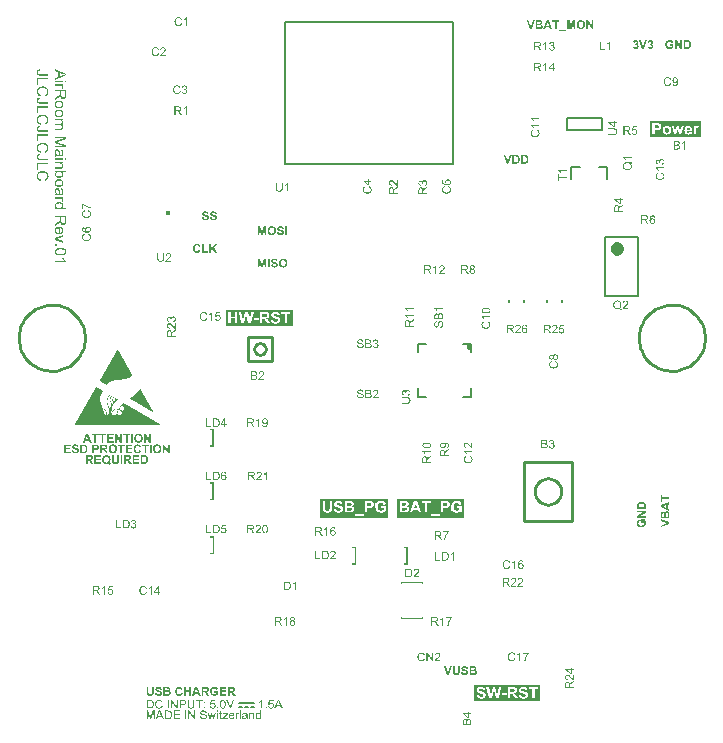
<source format=gto>
G04*
G04 #@! TF.GenerationSoftware,Altium Limited,Altium Designer,22.5.1 (42)*
G04*
G04 Layer_Color=65535*
%FSLAX25Y25*%
%MOIN*%
G70*
G04*
G04 #@! TF.SameCoordinates,99E8522F-A59E-4A80-82A0-D8EFEBB404AF*
G04*
G04*
G04 #@! TF.FilePolarity,Positive*
G04*
G01*
G75*
%ADD10C,0.01000*%
%ADD11C,0.02362*%
%ADD12C,0.00984*%
%ADD13C,0.01575*%
%ADD14C,0.00394*%
%ADD15C,0.00787*%
%ADD16C,0.00800*%
%ADD17C,0.00591*%
%ADD18C,0.00394*%
G36*
X-81361Y131951D02*
X-81343D01*
Y131933D01*
X-81325D01*
Y131879D01*
X-81307D01*
Y131861D01*
X-81289D01*
Y131825D01*
X-81271D01*
Y131789D01*
X-81253D01*
Y131753D01*
X-81235D01*
Y131735D01*
X-81217D01*
Y131699D01*
X-81199D01*
Y131681D01*
X-81181D01*
Y131627D01*
X-81163D01*
Y131609D01*
X-81145D01*
Y131573D01*
X-81127D01*
Y131537D01*
X-81109D01*
Y131519D01*
X-81091D01*
Y131483D01*
X-81073D01*
Y131447D01*
X-81055D01*
Y131411D01*
X-81037D01*
Y131375D01*
X-81019D01*
Y131357D01*
X-81001D01*
Y131321D01*
X-80983D01*
Y131285D01*
X-80965D01*
Y131267D01*
X-80947D01*
Y131231D01*
X-80929D01*
Y131195D01*
X-80911D01*
Y131159D01*
X-80893D01*
Y131123D01*
X-80875D01*
Y131087D01*
X-80857D01*
Y131069D01*
X-80839D01*
Y131033D01*
X-80821D01*
Y131015D01*
X-80803D01*
Y130961D01*
X-80785D01*
Y130943D01*
X-80767D01*
Y130907D01*
X-80749D01*
Y130871D01*
X-80731D01*
Y130835D01*
X-80713D01*
Y130817D01*
X-80695D01*
Y130781D01*
X-80677D01*
Y130745D01*
X-80659D01*
Y130727D01*
X-80641D01*
Y130673D01*
X-80623D01*
Y130655D01*
X-80605D01*
Y130619D01*
X-80587D01*
Y130601D01*
X-80569D01*
Y130565D01*
X-80551D01*
Y130529D01*
X-80533D01*
Y130493D01*
X-80515D01*
Y130457D01*
X-80497D01*
Y130421D01*
X-80479D01*
Y130403D01*
X-80461D01*
Y130367D01*
X-80443D01*
Y130331D01*
X-80425D01*
Y130313D01*
X-80407D01*
Y130277D01*
X-80389D01*
Y130241D01*
X-80371D01*
Y130205D01*
X-80353D01*
Y130169D01*
X-80335D01*
Y130151D01*
X-80317D01*
Y130115D01*
X-80299D01*
Y130079D01*
X-80281D01*
Y130061D01*
X-80263D01*
Y130025D01*
X-80245D01*
Y129989D01*
X-80227D01*
Y129953D01*
X-80209D01*
Y129917D01*
X-80191D01*
Y129899D01*
X-80173D01*
Y129863D01*
X-80155D01*
Y129827D01*
X-80137D01*
Y129809D01*
X-80119D01*
Y129755D01*
X-80101D01*
Y129737D01*
X-80083D01*
Y129701D01*
X-80065D01*
Y129665D01*
X-80047D01*
Y129647D01*
X-80029D01*
Y129611D01*
X-80011D01*
Y129575D01*
X-79993D01*
Y129557D01*
X-79975D01*
Y129521D01*
X-79957D01*
Y129485D01*
X-79939D01*
Y129449D01*
X-79921D01*
Y129413D01*
X-79903D01*
Y129395D01*
X-79885D01*
Y129359D01*
X-79867D01*
Y129323D01*
X-79849D01*
Y129287D01*
X-79831D01*
Y129251D01*
X-79813D01*
Y129233D01*
X-79795D01*
Y129197D01*
X-79777D01*
Y129161D01*
X-79759D01*
Y129143D01*
X-79741D01*
Y129107D01*
X-79723D01*
Y129071D01*
X-79705D01*
Y129053D01*
X-79687D01*
Y128999D01*
X-79669D01*
Y128981D01*
X-79651D01*
Y128945D01*
X-79633D01*
Y128909D01*
X-79615D01*
Y128891D01*
X-79597D01*
Y128855D01*
X-79579D01*
Y128819D01*
X-79561D01*
Y128783D01*
X-79543D01*
Y128747D01*
X-79525D01*
Y128729D01*
X-79507D01*
Y128693D01*
X-79489D01*
Y128657D01*
X-79471D01*
Y128639D01*
X-79453D01*
Y128603D01*
X-79435D01*
Y128567D01*
X-79417D01*
Y128531D01*
X-79399D01*
Y128495D01*
X-79381D01*
Y128477D01*
X-79363D01*
Y128441D01*
X-79345D01*
Y128405D01*
X-79327D01*
Y128387D01*
X-79309D01*
Y128351D01*
X-79291D01*
Y128315D01*
X-79273D01*
Y128279D01*
X-79255D01*
Y128243D01*
X-79237D01*
Y128225D01*
X-79219D01*
Y128189D01*
X-79201D01*
Y128153D01*
X-79183D01*
Y128135D01*
X-79165D01*
Y128081D01*
X-79147D01*
Y128063D01*
X-79129D01*
Y128027D01*
X-79111D01*
Y127991D01*
X-79093D01*
Y127973D01*
X-79075D01*
Y127937D01*
X-79057D01*
Y127901D01*
X-79039D01*
Y127883D01*
X-79021D01*
Y127829D01*
X-79003D01*
Y127811D01*
X-78985D01*
Y127775D01*
X-78967D01*
Y127739D01*
X-78949D01*
Y127721D01*
X-78931D01*
Y127685D01*
X-78913D01*
Y127649D01*
X-78895D01*
Y127613D01*
X-78877D01*
Y127577D01*
X-78859D01*
Y127559D01*
X-78841D01*
Y127523D01*
X-78823D01*
Y127487D01*
X-78805D01*
Y127469D01*
X-78787D01*
Y127433D01*
X-78769D01*
Y127397D01*
X-78751D01*
Y127361D01*
X-78733D01*
Y127325D01*
X-78715D01*
Y127307D01*
X-78697D01*
Y127271D01*
X-78679D01*
Y127235D01*
X-78661D01*
Y127199D01*
X-78643D01*
Y127181D01*
X-78625D01*
Y127145D01*
X-78607D01*
Y127109D01*
X-78589D01*
Y127073D01*
X-78571D01*
Y127055D01*
X-78553D01*
Y127019D01*
X-78535D01*
Y126983D01*
X-78517D01*
Y126947D01*
X-78499D01*
Y126929D01*
X-78481D01*
Y126893D01*
X-78463D01*
Y126857D01*
X-78445D01*
Y126821D01*
X-78427D01*
Y126803D01*
X-78409D01*
Y126767D01*
X-78391D01*
Y126731D01*
X-78373D01*
Y126695D01*
X-78355D01*
Y126677D01*
X-78337D01*
Y126641D01*
X-78319D01*
Y126605D01*
X-78301D01*
Y126569D01*
X-78283D01*
Y126533D01*
X-78265D01*
Y126515D01*
X-78247D01*
Y126479D01*
X-78229D01*
Y126443D01*
X-78211D01*
Y126407D01*
X-78193D01*
Y126389D01*
X-78175D01*
Y126353D01*
X-78157D01*
Y126317D01*
X-78139D01*
Y126281D01*
X-78121D01*
Y126263D01*
X-78103D01*
Y126227D01*
X-78085D01*
Y126191D01*
X-78067D01*
Y126155D01*
X-78049D01*
Y126119D01*
X-78031D01*
Y126101D01*
X-78013D01*
Y126065D01*
X-77995D01*
Y126029D01*
X-77977D01*
Y126011D01*
X-77959D01*
Y125975D01*
X-77941D01*
Y125939D01*
X-77923D01*
Y125903D01*
X-77905D01*
Y125867D01*
X-77887D01*
Y125849D01*
X-77869D01*
Y125813D01*
X-77851D01*
Y125777D01*
X-77833D01*
Y125759D01*
X-77815D01*
Y125723D01*
X-77797D01*
Y125687D01*
X-77779D01*
Y125651D01*
X-77761D01*
Y125615D01*
X-77743D01*
Y125597D01*
X-77725D01*
Y125561D01*
X-77707D01*
Y125525D01*
X-77689D01*
Y125507D01*
X-77671D01*
Y125471D01*
X-77653D01*
Y125435D01*
X-77635D01*
Y125399D01*
X-77617D01*
Y125363D01*
X-77599D01*
Y125345D01*
X-77581D01*
Y125309D01*
X-77563D01*
Y125273D01*
X-77545D01*
Y125255D01*
X-77527D01*
Y125201D01*
X-77509D01*
Y125183D01*
X-77491D01*
Y125147D01*
X-77473D01*
Y125111D01*
X-77455D01*
Y125093D01*
X-77437D01*
Y125057D01*
X-77419D01*
Y125021D01*
X-77401D01*
Y125003D01*
X-77383D01*
Y124949D01*
X-77365D01*
Y124931D01*
X-77347D01*
Y124895D01*
X-77329D01*
Y124859D01*
X-77311D01*
Y124841D01*
X-77293D01*
Y124805D01*
X-77275D01*
Y124769D01*
X-77257D01*
Y124733D01*
X-77239D01*
Y124697D01*
X-77221D01*
Y124679D01*
X-77203D01*
Y124643D01*
X-77185D01*
Y124607D01*
X-77167D01*
Y124589D01*
X-77149D01*
Y124553D01*
X-77131D01*
Y124517D01*
X-77113D01*
Y124481D01*
X-77095D01*
Y124445D01*
X-77077D01*
Y124427D01*
X-77059D01*
Y124391D01*
X-77041D01*
Y124355D01*
X-77023D01*
Y124337D01*
X-77005D01*
Y124301D01*
X-76987D01*
Y124265D01*
X-76969D01*
Y124229D01*
X-76951D01*
Y124193D01*
X-76933D01*
Y124175D01*
X-76915D01*
Y124139D01*
X-76897D01*
Y124103D01*
X-76879D01*
Y124085D01*
X-76861D01*
Y124049D01*
X-76843D01*
Y124013D01*
X-76825D01*
Y123977D01*
X-76807D01*
Y123941D01*
X-76789D01*
Y123923D01*
X-76771D01*
Y123887D01*
X-76753D01*
Y123851D01*
X-76735D01*
Y123833D01*
X-76717D01*
Y123797D01*
X-76699D01*
Y123761D01*
X-76681D01*
Y123725D01*
X-76663D01*
Y123689D01*
X-76645D01*
Y123671D01*
X-76627D01*
Y123635D01*
X-76609D01*
Y123599D01*
X-76591D01*
Y123581D01*
X-76573D01*
Y123527D01*
X-76555D01*
Y123509D01*
X-76537D01*
Y123473D01*
X-76519D01*
Y123437D01*
X-76501D01*
Y123419D01*
X-76483D01*
Y123383D01*
X-76465D01*
Y123347D01*
X-76447D01*
Y123329D01*
X-76429D01*
Y123293D01*
X-76447D01*
Y123275D01*
X-76465D01*
Y123257D01*
X-76483D01*
Y123239D01*
X-76501D01*
Y123221D01*
X-76519D01*
Y123203D01*
X-76537D01*
Y123185D01*
X-76555D01*
Y123167D01*
X-76573D01*
Y123149D01*
X-76591D01*
Y123131D01*
X-76609D01*
Y123113D01*
X-76645D01*
Y123095D01*
X-76663D01*
Y123077D01*
X-76681D01*
Y123059D01*
X-76717D01*
Y123041D01*
X-76735D01*
Y123023D01*
X-76753D01*
Y123005D01*
X-76771D01*
Y122987D01*
X-76807D01*
Y122969D01*
X-76825D01*
Y122951D01*
X-76861D01*
Y122933D01*
X-76879D01*
Y122915D01*
X-76897D01*
Y122897D01*
X-76933D01*
Y122879D01*
X-76951D01*
Y122861D01*
X-76987D01*
Y122843D01*
X-77023D01*
Y122825D01*
X-77041D01*
Y122807D01*
X-77077D01*
Y122789D01*
X-77095D01*
Y122771D01*
X-77131D01*
Y122753D01*
X-77167D01*
Y122735D01*
X-77185D01*
Y122717D01*
X-77239D01*
Y122699D01*
X-77257D01*
Y122681D01*
X-77293D01*
Y122663D01*
X-77329D01*
Y122645D01*
X-77365D01*
Y122627D01*
X-77401D01*
Y122609D01*
X-77437D01*
Y122591D01*
X-77473D01*
Y122573D01*
X-77509D01*
Y122555D01*
X-77545D01*
Y122537D01*
X-77581D01*
Y122519D01*
X-77635D01*
Y122501D01*
X-77671D01*
Y122483D01*
X-77725D01*
Y122465D01*
X-77761D01*
Y122447D01*
X-77797D01*
Y122429D01*
X-77851D01*
Y122411D01*
X-77887D01*
Y122393D01*
X-77941D01*
Y122375D01*
X-77995D01*
Y122357D01*
X-78031D01*
Y122339D01*
X-78085D01*
Y122321D01*
X-78157D01*
Y122303D01*
X-78193D01*
Y122285D01*
X-78265D01*
Y122267D01*
X-78301D01*
Y122249D01*
X-78355D01*
Y122231D01*
X-78445D01*
Y122213D01*
X-78481D01*
Y122195D01*
X-78553D01*
Y122177D01*
X-78625D01*
Y122159D01*
X-78679D01*
Y122141D01*
X-78769D01*
Y122123D01*
X-78823D01*
Y122105D01*
X-78913D01*
Y122087D01*
X-79003D01*
Y122069D01*
X-79057D01*
Y122051D01*
X-79165D01*
Y122033D01*
X-79273D01*
Y122015D01*
X-79327D01*
Y121997D01*
X-79471D01*
Y121979D01*
X-79561D01*
Y121961D01*
X-79669D01*
Y121943D01*
X-79813D01*
Y121925D01*
X-79903D01*
Y121907D01*
X-80371D01*
Y121889D01*
X-80839D01*
Y121871D01*
X-81001D01*
Y121853D01*
X-81253D01*
Y121835D01*
X-81397D01*
Y121817D01*
X-81541D01*
Y121799D01*
X-81703D01*
Y121781D01*
X-81775D01*
Y121763D01*
X-81937D01*
Y121745D01*
X-82045D01*
Y121727D01*
X-82117D01*
Y121709D01*
X-82243D01*
Y121691D01*
X-82315D01*
Y121673D01*
X-82405D01*
Y121655D01*
X-82513D01*
Y121637D01*
X-82549D01*
Y121619D01*
X-82639D01*
Y121601D01*
X-82729D01*
Y121583D01*
X-82765D01*
Y121565D01*
X-82855D01*
Y121547D01*
X-82909D01*
Y121529D01*
X-82981D01*
Y121511D01*
X-83053D01*
Y121493D01*
X-83089D01*
Y121475D01*
X-83161D01*
Y121457D01*
X-83233D01*
Y121439D01*
X-83251D01*
Y121421D01*
X-83323D01*
Y121403D01*
X-83359D01*
Y121385D01*
X-83413D01*
Y121367D01*
X-83467D01*
Y121349D01*
X-83503D01*
Y121331D01*
X-83557D01*
Y121313D01*
X-83611D01*
Y121295D01*
X-83647D01*
Y121277D01*
X-83701D01*
Y121259D01*
X-83737D01*
Y121241D01*
X-83773D01*
Y121223D01*
X-83827D01*
Y121205D01*
X-83845D01*
Y121187D01*
X-83881D01*
Y121169D01*
X-83935D01*
Y121151D01*
X-83953D01*
Y121133D01*
X-84007D01*
Y121115D01*
X-84043D01*
Y121097D01*
X-84061D01*
Y121079D01*
X-84097D01*
Y121061D01*
X-84133D01*
Y121043D01*
X-84169D01*
Y121025D01*
X-84205D01*
Y121007D01*
X-84223D01*
Y120989D01*
X-84259D01*
Y120971D01*
X-84277D01*
Y120953D01*
X-84313D01*
Y120935D01*
X-84349D01*
Y120917D01*
X-84367D01*
Y120899D01*
X-84403D01*
Y120881D01*
X-84421D01*
Y120863D01*
X-84439D01*
Y120845D01*
X-84475D01*
Y120827D01*
X-84493D01*
Y120809D01*
X-84529D01*
Y120791D01*
X-84547D01*
Y120773D01*
X-84565D01*
Y120755D01*
X-84583D01*
Y120737D01*
X-84619D01*
Y120719D01*
X-84637D01*
Y120701D01*
X-84655D01*
Y120683D01*
X-84673D01*
Y120665D01*
X-84691D01*
Y120647D01*
X-84727D01*
Y120629D01*
X-84745D01*
Y120611D01*
X-84763D01*
Y120593D01*
X-84781D01*
Y120575D01*
X-84799D01*
Y120557D01*
X-84817D01*
Y120539D01*
X-84835D01*
Y120521D01*
X-84853D01*
Y120503D01*
X-84871D01*
Y120485D01*
X-84889D01*
Y120467D01*
X-84907D01*
Y120449D01*
X-84925D01*
Y120413D01*
X-84961D01*
Y120377D01*
X-84979D01*
Y120359D01*
X-84997D01*
Y120341D01*
X-85015D01*
Y120323D01*
X-85033D01*
Y120287D01*
X-85051D01*
Y120269D01*
X-85069D01*
Y120251D01*
X-85087D01*
Y120215D01*
X-85105D01*
Y120197D01*
X-85123D01*
Y120161D01*
X-85177D01*
Y120179D01*
X-85213D01*
Y120197D01*
X-85231D01*
Y120215D01*
X-85267D01*
Y120233D01*
X-85285D01*
Y120251D01*
X-85321D01*
Y120269D01*
X-85357D01*
Y120287D01*
X-85375D01*
Y120305D01*
X-85411D01*
Y120323D01*
X-85447D01*
Y120341D01*
X-85483D01*
Y120359D01*
X-85519D01*
Y120377D01*
X-85537D01*
Y120395D01*
X-85573D01*
Y120413D01*
X-85609D01*
Y120431D01*
X-85627D01*
Y120449D01*
X-85663D01*
Y120467D01*
X-85699D01*
Y120485D01*
X-85717D01*
Y120503D01*
X-85753D01*
Y120521D01*
X-85789D01*
Y120539D01*
X-85807D01*
Y120557D01*
X-85843D01*
Y120575D01*
X-85879D01*
Y120593D01*
X-85915D01*
Y120611D01*
X-85933D01*
Y120629D01*
X-85969D01*
Y120647D01*
X-86005D01*
Y120665D01*
X-86041D01*
Y120683D01*
X-86059D01*
Y120701D01*
X-86095D01*
Y120719D01*
X-86113D01*
Y120737D01*
X-86149D01*
Y120755D01*
X-86185D01*
Y120773D01*
X-86221D01*
Y120791D01*
X-86257D01*
Y120809D01*
X-86275D01*
Y120827D01*
X-86311D01*
Y120845D01*
X-86347D01*
Y120863D01*
X-86365D01*
Y120881D01*
X-86401D01*
Y120899D01*
X-86437D01*
Y120917D01*
X-86455D01*
Y120935D01*
X-86491D01*
Y120953D01*
X-86527D01*
Y120971D01*
X-86545D01*
Y120989D01*
X-86581D01*
Y121007D01*
X-86617D01*
Y121025D01*
X-86653D01*
Y121043D01*
X-86689D01*
Y121061D01*
X-86707D01*
Y121079D01*
X-86743D01*
Y121097D01*
X-86761D01*
Y121115D01*
X-86797D01*
Y121133D01*
X-86833D01*
Y121151D01*
X-86851D01*
Y121169D01*
X-86887D01*
Y121187D01*
X-86923D01*
Y121205D01*
X-86959D01*
Y121223D01*
X-86995D01*
Y121241D01*
X-87013D01*
Y121259D01*
X-87049D01*
Y121277D01*
X-87085D01*
Y121295D01*
X-87103D01*
Y121313D01*
X-87139D01*
Y121331D01*
X-87175D01*
Y121349D01*
X-87193D01*
Y121367D01*
X-87229D01*
Y121385D01*
X-87265D01*
Y121403D01*
X-87283D01*
Y121421D01*
X-87319D01*
Y121439D01*
X-87355D01*
Y121457D01*
X-87373D01*
Y121511D01*
X-87355D01*
Y121529D01*
X-87337D01*
Y121565D01*
X-87319D01*
Y121601D01*
X-87301D01*
Y121619D01*
X-87283D01*
Y121655D01*
X-87265D01*
Y121691D01*
X-87247D01*
Y121727D01*
X-87229D01*
Y121745D01*
X-87211D01*
Y121799D01*
X-87193D01*
Y121817D01*
X-87175D01*
Y121853D01*
X-87157D01*
Y121871D01*
X-87139D01*
Y121907D01*
X-87121D01*
Y121943D01*
X-87103D01*
Y121979D01*
X-87085D01*
Y122015D01*
X-87067D01*
Y122033D01*
X-87049D01*
Y122069D01*
X-87031D01*
Y122105D01*
X-87013D01*
Y122123D01*
X-86995D01*
Y122159D01*
X-86977D01*
Y122195D01*
X-86959D01*
Y122213D01*
X-86941D01*
Y122267D01*
X-86923D01*
Y122285D01*
X-86905D01*
Y122321D01*
X-86887D01*
Y122357D01*
X-86869D01*
Y122393D01*
X-86851D01*
Y122411D01*
X-86833D01*
Y122447D01*
X-86815D01*
Y122483D01*
X-86797D01*
Y122519D01*
X-86779D01*
Y122537D01*
X-86761D01*
Y122573D01*
X-86743D01*
Y122609D01*
X-86725D01*
Y122627D01*
X-86707D01*
Y122663D01*
X-86689D01*
Y122699D01*
X-86671D01*
Y122735D01*
X-86653D01*
Y122753D01*
X-86635D01*
Y122807D01*
X-86617D01*
Y122825D01*
X-86599D01*
Y122861D01*
X-86581D01*
Y122879D01*
X-86563D01*
Y122915D01*
X-86545D01*
Y122951D01*
X-86527D01*
Y122987D01*
X-86509D01*
Y123023D01*
X-86491D01*
Y123041D01*
X-86473D01*
Y123077D01*
X-86455D01*
Y123113D01*
X-86437D01*
Y123131D01*
X-86419D01*
Y123167D01*
X-86401D01*
Y123203D01*
X-86383D01*
Y123221D01*
X-86365D01*
Y123275D01*
X-86347D01*
Y123293D01*
X-86329D01*
Y123329D01*
X-86311D01*
Y123365D01*
X-86293D01*
Y123401D01*
X-86275D01*
Y123419D01*
X-86257D01*
Y123455D01*
X-86239D01*
Y123491D01*
X-86221D01*
Y123527D01*
X-86203D01*
Y123545D01*
X-86185D01*
Y123581D01*
X-86167D01*
Y123617D01*
X-86149D01*
Y123635D01*
X-86131D01*
Y123671D01*
X-86113D01*
Y123707D01*
X-86095D01*
Y123743D01*
X-86077D01*
Y123779D01*
X-86059D01*
Y123797D01*
X-86041D01*
Y123833D01*
X-86023D01*
Y123869D01*
X-86005D01*
Y123887D01*
X-85987D01*
Y123923D01*
X-85969D01*
Y123959D01*
X-85951D01*
Y123995D01*
X-85933D01*
Y124031D01*
X-85915D01*
Y124049D01*
X-85897D01*
Y124085D01*
X-85879D01*
Y124121D01*
X-85861D01*
Y124157D01*
X-85843D01*
Y124175D01*
X-85825D01*
Y124211D01*
X-85807D01*
Y124247D01*
X-85789D01*
Y124283D01*
X-85771D01*
Y124301D01*
X-85753D01*
Y124337D01*
X-85735D01*
Y124373D01*
X-85717D01*
Y124409D01*
X-85699D01*
Y124427D01*
X-85681D01*
Y124463D01*
X-85663D01*
Y124481D01*
X-85645D01*
Y124535D01*
X-85627D01*
Y124553D01*
X-85609D01*
Y124589D01*
X-85591D01*
Y124625D01*
X-85573D01*
Y124643D01*
X-85555D01*
Y124679D01*
X-85537D01*
Y124715D01*
X-85519D01*
Y124751D01*
X-85501D01*
Y124787D01*
X-85483D01*
Y124823D01*
X-85465D01*
Y124841D01*
X-85447D01*
Y124877D01*
X-85429D01*
Y124895D01*
X-85411D01*
Y124931D01*
X-85393D01*
Y124967D01*
X-85375D01*
Y125003D01*
X-85357D01*
Y125039D01*
X-85339D01*
Y125075D01*
X-85321D01*
Y125093D01*
X-85303D01*
Y125129D01*
X-85285D01*
Y125147D01*
X-85267D01*
Y125183D01*
X-85249D01*
Y125219D01*
X-85231D01*
Y125237D01*
X-85213D01*
Y125291D01*
X-85195D01*
Y125309D01*
X-85177D01*
Y125345D01*
X-85159D01*
Y125381D01*
X-85141D01*
Y125417D01*
X-85123D01*
Y125435D01*
X-85105D01*
Y125471D01*
X-85087D01*
Y125507D01*
X-85069D01*
Y125543D01*
X-85051D01*
Y125561D01*
X-85033D01*
Y125597D01*
X-85015D01*
Y125633D01*
X-84997D01*
Y125651D01*
X-84979D01*
Y125687D01*
X-84961D01*
Y125723D01*
X-84943D01*
Y125759D01*
X-84925D01*
Y125795D01*
X-84907D01*
Y125831D01*
X-84889D01*
Y125849D01*
X-84871D01*
Y125885D01*
X-84853D01*
Y125903D01*
X-84835D01*
Y125939D01*
X-84817D01*
Y125975D01*
X-84799D01*
Y126011D01*
X-84781D01*
Y126047D01*
X-84763D01*
Y126065D01*
X-84745D01*
Y126101D01*
X-84727D01*
Y126137D01*
X-84709D01*
Y126155D01*
X-84691D01*
Y126191D01*
X-84673D01*
Y126227D01*
X-84655D01*
Y126263D01*
X-84637D01*
Y126299D01*
X-84619D01*
Y126317D01*
X-84601D01*
Y126353D01*
X-84583D01*
Y126389D01*
X-84565D01*
Y126425D01*
X-84547D01*
Y126443D01*
X-84529D01*
Y126479D01*
X-84511D01*
Y126515D01*
X-84493D01*
Y126551D01*
X-84475D01*
Y126569D01*
X-84457D01*
Y126605D01*
X-84439D01*
Y126641D01*
X-84421D01*
Y126659D01*
X-84403D01*
Y126695D01*
X-84385D01*
Y126731D01*
X-84367D01*
Y126767D01*
X-84349D01*
Y126803D01*
X-84331D01*
Y126839D01*
X-84313D01*
Y126857D01*
X-84295D01*
Y126893D01*
X-84277D01*
Y126911D01*
X-84259D01*
Y126947D01*
X-84241D01*
Y126983D01*
X-84223D01*
Y127019D01*
X-84205D01*
Y127055D01*
X-84187D01*
Y127091D01*
X-84169D01*
Y127109D01*
X-84151D01*
Y127145D01*
X-84133D01*
Y127163D01*
X-84115D01*
Y127199D01*
X-84097D01*
Y127235D01*
X-84079D01*
Y127271D01*
X-84061D01*
Y127307D01*
X-84043D01*
Y127325D01*
X-84025D01*
Y127361D01*
X-84007D01*
Y127397D01*
X-83989D01*
Y127433D01*
X-83971D01*
Y127451D01*
X-83953D01*
Y127487D01*
X-83935D01*
Y127523D01*
X-83917D01*
Y127559D01*
X-83899D01*
Y127577D01*
X-83881D01*
Y127613D01*
X-83863D01*
Y127649D01*
X-83845D01*
Y127685D01*
X-83827D01*
Y127703D01*
X-83809D01*
Y127739D01*
X-83791D01*
Y127775D01*
X-83773D01*
Y127811D01*
X-83755D01*
Y127847D01*
X-83737D01*
Y127865D01*
X-83719D01*
Y127901D01*
X-83701D01*
Y127919D01*
X-83683D01*
Y127955D01*
X-83665D01*
Y127991D01*
X-83647D01*
Y128027D01*
X-83629D01*
Y128063D01*
X-83611D01*
Y128099D01*
X-83593D01*
Y128117D01*
X-83575D01*
Y128153D01*
X-83557D01*
Y128189D01*
X-83539D01*
Y128207D01*
X-83521D01*
Y128243D01*
X-83503D01*
Y128279D01*
X-83485D01*
Y128315D01*
X-83467D01*
Y128333D01*
X-83449D01*
Y128369D01*
X-83431D01*
Y128405D01*
X-83413D01*
Y128441D01*
X-83395D01*
Y128459D01*
X-83377D01*
Y128495D01*
X-83359D01*
Y128531D01*
X-83341D01*
Y128567D01*
X-83323D01*
Y128585D01*
X-83305D01*
Y128621D01*
X-83287D01*
Y128657D01*
X-83269D01*
Y128675D01*
X-83251D01*
Y128711D01*
X-83233D01*
Y128747D01*
X-83215D01*
Y128783D01*
X-83197D01*
Y128819D01*
X-83179D01*
Y128855D01*
X-83161D01*
Y128873D01*
X-83143D01*
Y128909D01*
X-83125D01*
Y128927D01*
X-83107D01*
Y128963D01*
X-83089D01*
Y128999D01*
X-83071D01*
Y129035D01*
X-83053D01*
Y129071D01*
X-83035D01*
Y129107D01*
X-83017D01*
Y129125D01*
X-82999D01*
Y129161D01*
X-82981D01*
Y129179D01*
X-82963D01*
Y129215D01*
X-82945D01*
Y129251D01*
X-82927D01*
Y129287D01*
X-82909D01*
Y129323D01*
X-82891D01*
Y129341D01*
X-82873D01*
Y129377D01*
X-82855D01*
Y129413D01*
X-82837D01*
Y129449D01*
X-82819D01*
Y129467D01*
X-82801D01*
Y129503D01*
X-82783D01*
Y129539D01*
X-82765D01*
Y129575D01*
X-82747D01*
Y129593D01*
X-82729D01*
Y129629D01*
X-82711D01*
Y129665D01*
X-82693D01*
Y129701D01*
X-82675D01*
Y129719D01*
X-82657D01*
Y129755D01*
X-82639D01*
Y129791D01*
X-82621D01*
Y129827D01*
X-82603D01*
Y129863D01*
X-82585D01*
Y129881D01*
X-82567D01*
Y129917D01*
X-82549D01*
Y129935D01*
X-82531D01*
Y129971D01*
X-82513D01*
Y130007D01*
X-82495D01*
Y130043D01*
X-82477D01*
Y130079D01*
X-82459D01*
Y130115D01*
X-82441D01*
Y130133D01*
X-82423D01*
Y130169D01*
X-82405D01*
Y130187D01*
X-82387D01*
Y130223D01*
X-82369D01*
Y130259D01*
X-82351D01*
Y130295D01*
X-82333D01*
Y130331D01*
X-82315D01*
Y130349D01*
X-82297D01*
Y130385D01*
X-82279D01*
Y130421D01*
X-82261D01*
Y130457D01*
X-82243D01*
Y130475D01*
X-82225D01*
Y130511D01*
X-82207D01*
Y130547D01*
X-82189D01*
Y130583D01*
X-82171D01*
Y130601D01*
X-82153D01*
Y130637D01*
X-82135D01*
Y130673D01*
X-82117D01*
Y130709D01*
X-82099D01*
Y130727D01*
X-82081D01*
Y130763D01*
X-82063D01*
Y130799D01*
X-82045D01*
Y130835D01*
X-82027D01*
Y130871D01*
X-82009D01*
Y130889D01*
X-81991D01*
Y130925D01*
X-81973D01*
Y130943D01*
X-81955D01*
Y130979D01*
X-81937D01*
Y131015D01*
X-81919D01*
Y131051D01*
X-81901D01*
Y131087D01*
X-81883D01*
Y131123D01*
X-81865D01*
Y131141D01*
X-81847D01*
Y131177D01*
X-81829D01*
Y131213D01*
X-81811D01*
Y131231D01*
X-81793D01*
Y131267D01*
X-81775D01*
Y131303D01*
X-81757D01*
Y131339D01*
X-81739D01*
Y131375D01*
X-81721D01*
Y131393D01*
X-81703D01*
Y131429D01*
X-81685D01*
Y131465D01*
X-81667D01*
Y131483D01*
X-81649D01*
Y131519D01*
X-81631D01*
Y131555D01*
X-81613D01*
Y131591D01*
X-81595D01*
Y131609D01*
X-81577D01*
Y131645D01*
X-81559D01*
Y131681D01*
X-81541D01*
Y131717D01*
X-81523D01*
Y131735D01*
X-81505D01*
Y131771D01*
X-81487D01*
Y131807D01*
X-81469D01*
Y131843D01*
X-81451D01*
Y131879D01*
X-81433D01*
Y131897D01*
X-81415D01*
Y131933D01*
X-81397D01*
Y131969D01*
X-81379D01*
Y131987D01*
X-81361D01*
Y131951D01*
D02*
G37*
G36*
X-73873Y118793D02*
X-73855D01*
Y118757D01*
X-73837D01*
Y118721D01*
X-73819D01*
Y118703D01*
X-73801D01*
Y118667D01*
X-73783D01*
Y118631D01*
X-73765D01*
Y118595D01*
X-73747D01*
Y118577D01*
X-73729D01*
Y118541D01*
X-73711D01*
Y118505D01*
X-73693D01*
Y118469D01*
X-73675D01*
Y118451D01*
X-73657D01*
Y118415D01*
X-73639D01*
Y118379D01*
X-73621D01*
Y118343D01*
X-73603D01*
Y118325D01*
X-73585D01*
Y118271D01*
X-73567D01*
Y118253D01*
X-73549D01*
Y118217D01*
X-73531D01*
Y118181D01*
X-73513D01*
Y118163D01*
X-73495D01*
Y118127D01*
X-73477D01*
Y118091D01*
X-73459D01*
Y118055D01*
X-73441D01*
Y118037D01*
X-73423D01*
Y118001D01*
X-73405D01*
Y117965D01*
X-73387D01*
Y117929D01*
X-73369D01*
Y117911D01*
X-73351D01*
Y117875D01*
X-73333D01*
Y117839D01*
X-73315D01*
Y117803D01*
X-73297D01*
Y117767D01*
X-73279D01*
Y117749D01*
X-73261D01*
Y117713D01*
X-73243D01*
Y117677D01*
X-73225D01*
Y117659D01*
X-73207D01*
Y117623D01*
X-73189D01*
Y117587D01*
X-73171D01*
Y117551D01*
X-73153D01*
Y117515D01*
X-73135D01*
Y117497D01*
X-73117D01*
Y117461D01*
X-73099D01*
Y117425D01*
X-73081D01*
Y117407D01*
X-73063D01*
Y117371D01*
X-73045D01*
Y117335D01*
X-73027D01*
Y117299D01*
X-73009D01*
Y117263D01*
X-72991D01*
Y117245D01*
X-72973D01*
Y117209D01*
X-72955D01*
Y117173D01*
X-72937D01*
Y117155D01*
X-72919D01*
Y117119D01*
X-72901D01*
Y117083D01*
X-72883D01*
Y117047D01*
X-72865D01*
Y117011D01*
X-72847D01*
Y116993D01*
X-72829D01*
Y116957D01*
X-72811D01*
Y116921D01*
X-72793D01*
Y116903D01*
X-72775D01*
Y116849D01*
X-72757D01*
Y116831D01*
X-72739D01*
Y116795D01*
X-72721D01*
Y116759D01*
X-72703D01*
Y116741D01*
X-72685D01*
Y116705D01*
X-72667D01*
Y116669D01*
X-72649D01*
Y116633D01*
X-72631D01*
Y116597D01*
X-72613D01*
Y116579D01*
X-72595D01*
Y116543D01*
X-72577D01*
Y116507D01*
X-72559D01*
Y116489D01*
X-72541D01*
Y116453D01*
X-72523D01*
Y116417D01*
X-72505D01*
Y116381D01*
X-72487D01*
Y116345D01*
X-72469D01*
Y116327D01*
X-72451D01*
Y116291D01*
X-72433D01*
Y116255D01*
X-72415D01*
Y116237D01*
X-72397D01*
Y116201D01*
X-72379D01*
Y116165D01*
X-72361D01*
Y116129D01*
X-72343D01*
Y116093D01*
X-72325D01*
Y116075D01*
X-72307D01*
Y116039D01*
X-72289D01*
Y116003D01*
X-72271D01*
Y115985D01*
X-72253D01*
Y115949D01*
X-72235D01*
Y115913D01*
X-72217D01*
Y115877D01*
X-72199D01*
Y115841D01*
X-72181D01*
Y115823D01*
X-72163D01*
Y115787D01*
X-72145D01*
Y115751D01*
X-72127D01*
Y115733D01*
X-72109D01*
Y115697D01*
X-72091D01*
Y115661D01*
X-72073D01*
Y115625D01*
X-72055D01*
Y115589D01*
X-72037D01*
Y115571D01*
X-72019D01*
Y115535D01*
X-72001D01*
Y115499D01*
X-71983D01*
Y115463D01*
X-71965D01*
Y115445D01*
X-71947D01*
Y115409D01*
X-71929D01*
Y115373D01*
X-71911D01*
Y115337D01*
X-71893D01*
Y115319D01*
X-71875D01*
Y115283D01*
X-71857D01*
Y115247D01*
X-71839D01*
Y115229D01*
X-71821D01*
Y115175D01*
X-71803D01*
Y115157D01*
X-71785D01*
Y115121D01*
X-71767D01*
Y115085D01*
X-71749D01*
Y115067D01*
X-71731D01*
Y115031D01*
X-71713D01*
Y114995D01*
X-71695D01*
Y114959D01*
X-71677D01*
Y114923D01*
X-71659D01*
Y114905D01*
X-71641D01*
Y114869D01*
X-71623D01*
Y114833D01*
X-71605D01*
Y114797D01*
X-71587D01*
Y114779D01*
X-71569D01*
Y114743D01*
X-71551D01*
Y114707D01*
X-71533D01*
Y114671D01*
X-71515D01*
Y114653D01*
X-71497D01*
Y114617D01*
X-71479D01*
Y114581D01*
X-71461D01*
Y114563D01*
X-71443D01*
Y114527D01*
X-71425D01*
Y114491D01*
X-71407D01*
Y114455D01*
X-71389D01*
Y114419D01*
X-71371D01*
Y114383D01*
X-71353D01*
Y114365D01*
X-71335D01*
Y114329D01*
X-71317D01*
Y114311D01*
X-71299D01*
Y114275D01*
X-71281D01*
Y114239D01*
X-71263D01*
Y114203D01*
X-71245D01*
Y114167D01*
X-71227D01*
Y114131D01*
X-71209D01*
Y114113D01*
X-71191D01*
Y114077D01*
X-71173D01*
Y114041D01*
X-71155D01*
Y114005D01*
X-71137D01*
Y113987D01*
X-71119D01*
Y113951D01*
X-71101D01*
Y113915D01*
X-71083D01*
Y113879D01*
X-71065D01*
Y113861D01*
X-71047D01*
Y113825D01*
X-71029D01*
Y113789D01*
X-71011D01*
Y113771D01*
X-70993D01*
Y113717D01*
X-70975D01*
Y113699D01*
X-70957D01*
Y113663D01*
X-70939D01*
Y113627D01*
X-70921D01*
Y113609D01*
X-70903D01*
Y113573D01*
X-70885D01*
Y113537D01*
X-70867D01*
Y113501D01*
X-70849D01*
Y113465D01*
X-70831D01*
Y113447D01*
X-70813D01*
Y113411D01*
X-70795D01*
Y113375D01*
X-70777D01*
Y113357D01*
X-70759D01*
Y113321D01*
X-70741D01*
Y113285D01*
X-70723D01*
Y113249D01*
X-70705D01*
Y113213D01*
X-70687D01*
Y113195D01*
X-70669D01*
Y113159D01*
X-70651D01*
Y113123D01*
X-70633D01*
Y113105D01*
X-70615D01*
Y113051D01*
X-70597D01*
Y113033D01*
X-70579D01*
Y112997D01*
X-70561D01*
Y112961D01*
X-70543D01*
Y112943D01*
X-70525D01*
Y112907D01*
X-70507D01*
Y112871D01*
X-70489D01*
Y112853D01*
X-70471D01*
Y112799D01*
X-70453D01*
Y112781D01*
X-70435D01*
Y112745D01*
X-70417D01*
Y112709D01*
X-70399D01*
Y112691D01*
X-70381D01*
Y112655D01*
X-70363D01*
Y112619D01*
X-70345D01*
Y112583D01*
X-70327D01*
Y112547D01*
X-70309D01*
Y112529D01*
X-70291D01*
Y112493D01*
X-70273D01*
Y112457D01*
X-70255D01*
Y112439D01*
X-70237D01*
Y112403D01*
X-70219D01*
Y112367D01*
X-70201D01*
Y112331D01*
X-70183D01*
Y112295D01*
X-70165D01*
Y112277D01*
X-70147D01*
Y112241D01*
X-70129D01*
Y112205D01*
X-70111D01*
Y112187D01*
X-70093D01*
Y112151D01*
X-70075D01*
Y112115D01*
X-70057D01*
Y112079D01*
X-70039D01*
Y112043D01*
X-70021D01*
Y112025D01*
X-70003D01*
Y111989D01*
X-69985D01*
Y111953D01*
X-69967D01*
Y111935D01*
X-69949D01*
Y111899D01*
X-69931D01*
Y111863D01*
X-69913D01*
Y111827D01*
X-69895D01*
Y111791D01*
X-69877D01*
Y111773D01*
X-69859D01*
Y111737D01*
X-69841D01*
Y111701D01*
X-69823D01*
Y111683D01*
X-69805D01*
Y111647D01*
X-69787D01*
Y111611D01*
X-69769D01*
Y111575D01*
X-69751D01*
Y111539D01*
X-69733D01*
Y111521D01*
X-69715D01*
Y111485D01*
X-69697D01*
Y111449D01*
X-69679D01*
Y111431D01*
X-69661D01*
Y111377D01*
X-69643D01*
Y111359D01*
X-69625D01*
Y111323D01*
X-69607D01*
Y111287D01*
X-69589D01*
Y111269D01*
X-69571D01*
Y111233D01*
X-69553D01*
Y111197D01*
X-69535D01*
Y111179D01*
X-69517D01*
Y111125D01*
X-69499D01*
Y111107D01*
X-69481D01*
Y111071D01*
X-69463D01*
Y111035D01*
X-69445D01*
Y111017D01*
X-69427D01*
Y110981D01*
X-69409D01*
Y110945D01*
X-69427D01*
Y110963D01*
X-69463D01*
Y110981D01*
X-69481D01*
Y110999D01*
X-69517D01*
Y111017D01*
X-69535D01*
Y111035D01*
X-69571D01*
Y111053D01*
X-69607D01*
Y111071D01*
X-69643D01*
Y111089D01*
X-69679D01*
Y111107D01*
X-69697D01*
Y111125D01*
X-69733D01*
Y111143D01*
X-69769D01*
Y111161D01*
X-69787D01*
Y111179D01*
X-69823D01*
Y111197D01*
X-69859D01*
Y111215D01*
X-69877D01*
Y111233D01*
X-69913D01*
Y111251D01*
X-69949D01*
Y111269D01*
X-69967D01*
Y111287D01*
X-70021D01*
Y111305D01*
X-70039D01*
Y111323D01*
X-70075D01*
Y111341D01*
X-70111D01*
Y111359D01*
X-70129D01*
Y111377D01*
X-70165D01*
Y111395D01*
X-70201D01*
Y111413D01*
X-70219D01*
Y111431D01*
X-70255D01*
Y111449D01*
X-70291D01*
Y111467D01*
X-70309D01*
Y111485D01*
X-70345D01*
Y111503D01*
X-70381D01*
Y111521D01*
X-70417D01*
Y111539D01*
X-70435D01*
Y111557D01*
X-70471D01*
Y111575D01*
X-70507D01*
Y111593D01*
X-70525D01*
Y111611D01*
X-70561D01*
Y111629D01*
X-70597D01*
Y111647D01*
X-70615D01*
Y111665D01*
X-70651D01*
Y111683D01*
X-70687D01*
Y111701D01*
X-70705D01*
Y111719D01*
X-70759D01*
Y111737D01*
X-70777D01*
Y111755D01*
X-70813D01*
Y111773D01*
X-70849D01*
Y111791D01*
X-70867D01*
Y111809D01*
X-70903D01*
Y111827D01*
X-70921D01*
Y111845D01*
X-70957D01*
Y111863D01*
X-70993D01*
Y111881D01*
X-71029D01*
Y111899D01*
X-71047D01*
Y111917D01*
X-71083D01*
Y111935D01*
X-71119D01*
Y111953D01*
X-71155D01*
Y111971D01*
X-71173D01*
Y111989D01*
X-71209D01*
Y112007D01*
X-71245D01*
Y112025D01*
X-71263D01*
Y112043D01*
X-71299D01*
Y112061D01*
X-71335D01*
Y112079D01*
X-71353D01*
Y112097D01*
X-71389D01*
Y112115D01*
X-71425D01*
Y112133D01*
X-71461D01*
Y112151D01*
X-71479D01*
Y112169D01*
X-71515D01*
Y112187D01*
X-71551D01*
Y112205D01*
X-71587D01*
Y112223D01*
X-71605D01*
Y112241D01*
X-71641D01*
Y112259D01*
X-71677D01*
Y112277D01*
X-71695D01*
Y112295D01*
X-71731D01*
Y112313D01*
X-71767D01*
Y112331D01*
X-71785D01*
Y112349D01*
X-71821D01*
Y112367D01*
X-71857D01*
Y112385D01*
X-71893D01*
Y112403D01*
X-71911D01*
Y112421D01*
X-71947D01*
Y112439D01*
X-71983D01*
Y112457D01*
X-72001D01*
Y112475D01*
X-72037D01*
Y112493D01*
X-72073D01*
Y112511D01*
X-72091D01*
Y112529D01*
X-72127D01*
Y112547D01*
X-72163D01*
Y112565D01*
X-72181D01*
Y112583D01*
X-72235D01*
Y112601D01*
X-72253D01*
Y112619D01*
X-72289D01*
Y112637D01*
X-72325D01*
Y112655D01*
X-72343D01*
Y112673D01*
X-72379D01*
Y112691D01*
X-72415D01*
Y112709D01*
X-72433D01*
Y112727D01*
X-72469D01*
Y112745D01*
X-72505D01*
Y112763D01*
X-72523D01*
Y112781D01*
X-72559D01*
Y112799D01*
X-72595D01*
Y112817D01*
X-72631D01*
Y112835D01*
X-72649D01*
Y112853D01*
X-72685D01*
Y112871D01*
X-72721D01*
Y112889D01*
X-72739D01*
Y112907D01*
X-72775D01*
Y112925D01*
X-72811D01*
Y112943D01*
X-72829D01*
Y112961D01*
X-72865D01*
Y112979D01*
X-72901D01*
Y112997D01*
X-72919D01*
Y113015D01*
X-72955D01*
Y113033D01*
X-72991D01*
Y113051D01*
X-73027D01*
Y113069D01*
X-73063D01*
Y113087D01*
X-73081D01*
Y113105D01*
X-73117D01*
Y113123D01*
X-73153D01*
Y113141D01*
X-73171D01*
Y113159D01*
X-73207D01*
Y113177D01*
X-73225D01*
Y113195D01*
X-73261D01*
Y113213D01*
X-73297D01*
Y113231D01*
X-73333D01*
Y113249D01*
X-73369D01*
Y113267D01*
X-73405D01*
Y113285D01*
X-73423D01*
Y113303D01*
X-73459D01*
Y113321D01*
X-73477D01*
Y113339D01*
X-73513D01*
Y113357D01*
X-73549D01*
Y113375D01*
X-73567D01*
Y113393D01*
X-73603D01*
Y113411D01*
X-73639D01*
Y113429D01*
X-73675D01*
Y113447D01*
X-73693D01*
Y113465D01*
X-73729D01*
Y113483D01*
X-73765D01*
Y113501D01*
X-73801D01*
Y113519D01*
X-73819D01*
Y113537D01*
X-73855D01*
Y113555D01*
X-73891D01*
Y113573D01*
X-73909D01*
Y113591D01*
X-73945D01*
Y113609D01*
X-73981D01*
Y113627D01*
X-73999D01*
Y113645D01*
X-74035D01*
Y113663D01*
X-74071D01*
Y113681D01*
X-74107D01*
Y113699D01*
X-74125D01*
Y113717D01*
X-74161D01*
Y113735D01*
X-74197D01*
Y113753D01*
X-74215D01*
Y113771D01*
X-74251D01*
Y113789D01*
X-74287D01*
Y113807D01*
X-74305D01*
Y113825D01*
X-74341D01*
Y113843D01*
X-74377D01*
Y113861D01*
X-74395D01*
Y113879D01*
X-74449D01*
Y113897D01*
X-74467D01*
Y113915D01*
X-74503D01*
Y113933D01*
X-74539D01*
Y113951D01*
X-74557D01*
Y113969D01*
X-74593D01*
Y113987D01*
X-74629D01*
Y114005D01*
X-74647D01*
Y114023D01*
X-74683D01*
Y114041D01*
X-74719D01*
Y114059D01*
X-74737D01*
Y114077D01*
X-74773D01*
Y114095D01*
X-74809D01*
Y114113D01*
X-74845D01*
Y114131D01*
X-74863D01*
Y114149D01*
X-74899D01*
Y114167D01*
X-74935D01*
Y114185D01*
X-74953D01*
Y114203D01*
X-74989D01*
Y114221D01*
X-75025D01*
Y114239D01*
X-75043D01*
Y114257D01*
X-75079D01*
Y114275D01*
X-75115D01*
Y114293D01*
X-75133D01*
Y114311D01*
X-75169D01*
Y114329D01*
X-75205D01*
Y114347D01*
X-75241D01*
Y114365D01*
X-75277D01*
Y114383D01*
X-75295D01*
Y114401D01*
X-75331D01*
Y114419D01*
X-75367D01*
Y114437D01*
X-75385D01*
Y114455D01*
X-75421D01*
Y114473D01*
X-75439D01*
Y114491D01*
X-75475D01*
Y114509D01*
X-75511D01*
Y114527D01*
X-75547D01*
Y114545D01*
X-75583D01*
Y114563D01*
X-75601D01*
Y114581D01*
X-75637D01*
Y114599D01*
X-75673D01*
Y114617D01*
X-75691D01*
Y114635D01*
X-75727D01*
Y114653D01*
X-75763D01*
Y114671D01*
X-75781D01*
Y114689D01*
X-75817D01*
Y114707D01*
X-75853D01*
Y114725D01*
X-75871D01*
Y114743D01*
X-75925D01*
Y114761D01*
X-75943D01*
Y114779D01*
X-75979D01*
Y114797D01*
X-75997D01*
Y114815D01*
X-76033D01*
Y114833D01*
X-76069D01*
Y114851D01*
X-76105D01*
Y114869D01*
X-76123D01*
Y114887D01*
X-76159D01*
Y114905D01*
X-76195D01*
Y114923D01*
X-76213D01*
Y114941D01*
X-76249D01*
Y114959D01*
X-76285D01*
Y114977D01*
X-76321D01*
Y114995D01*
X-76339D01*
Y115013D01*
X-76375D01*
Y115031D01*
X-76411D01*
Y115049D01*
X-76429D01*
Y115067D01*
X-76465D01*
Y115085D01*
X-76501D01*
Y115103D01*
X-76519D01*
Y115121D01*
X-76555D01*
Y115139D01*
X-76591D01*
Y115157D01*
X-76609D01*
Y115175D01*
X-76663D01*
Y115193D01*
X-76681D01*
Y115211D01*
X-76717D01*
Y115229D01*
X-76753D01*
Y115247D01*
X-76771D01*
Y115265D01*
X-76807D01*
Y115283D01*
X-76843D01*
Y115301D01*
X-76861D01*
Y115319D01*
X-76897D01*
Y115337D01*
X-76933D01*
Y115355D01*
X-76951D01*
Y115373D01*
X-76987D01*
Y115391D01*
X-77023D01*
Y115409D01*
X-77059D01*
Y115427D01*
X-77077D01*
Y115445D01*
X-77113D01*
Y115463D01*
X-77149D01*
Y115481D01*
X-77167D01*
Y115499D01*
X-77203D01*
Y115517D01*
X-77239D01*
Y115535D01*
X-77257D01*
Y115553D01*
X-77293D01*
Y115571D01*
X-77329D01*
Y115589D01*
X-77365D01*
Y115607D01*
X-77401D01*
Y115643D01*
X-77365D01*
Y115661D01*
X-77329D01*
Y115679D01*
X-77293D01*
Y115697D01*
X-77257D01*
Y115715D01*
X-77239D01*
Y115733D01*
X-77203D01*
Y115751D01*
X-77167D01*
Y115769D01*
X-77149D01*
Y115787D01*
X-77113D01*
Y115805D01*
X-77077D01*
Y115823D01*
X-77041D01*
Y115841D01*
X-77023D01*
Y115859D01*
X-76987D01*
Y115877D01*
X-76951D01*
Y115895D01*
X-76933D01*
Y115913D01*
X-76897D01*
Y115931D01*
X-76879D01*
Y115949D01*
X-76843D01*
Y115967D01*
X-76807D01*
Y115985D01*
X-76789D01*
Y116003D01*
X-76753D01*
Y116021D01*
X-76735D01*
Y116039D01*
X-76699D01*
Y116057D01*
X-76681D01*
Y116075D01*
X-76645D01*
Y116093D01*
X-76609D01*
Y116111D01*
X-76591D01*
Y116129D01*
X-76555D01*
Y116147D01*
X-76537D01*
Y116165D01*
X-76519D01*
Y116183D01*
X-76483D01*
Y116201D01*
X-76465D01*
Y116219D01*
X-76429D01*
Y116237D01*
X-76411D01*
Y116255D01*
X-76375D01*
Y116273D01*
X-76357D01*
Y116291D01*
X-76339D01*
Y116309D01*
X-76303D01*
Y116327D01*
X-76285D01*
Y116345D01*
X-76249D01*
Y116363D01*
X-76231D01*
Y116381D01*
X-76195D01*
Y116399D01*
X-76177D01*
Y116417D01*
X-76159D01*
Y116435D01*
X-76141D01*
Y116453D01*
X-76105D01*
Y116471D01*
X-76087D01*
Y116489D01*
X-76051D01*
Y116507D01*
X-76033D01*
Y116525D01*
X-76015D01*
Y116543D01*
X-75997D01*
Y116561D01*
X-75961D01*
Y116579D01*
X-75943D01*
Y116597D01*
X-75925D01*
Y116615D01*
X-75889D01*
Y116633D01*
X-75871D01*
Y116651D01*
X-75853D01*
Y116669D01*
X-75817D01*
Y116687D01*
X-75799D01*
Y116705D01*
X-75781D01*
Y116723D01*
X-75763D01*
Y116741D01*
X-75745D01*
Y116759D01*
X-75709D01*
Y116777D01*
X-75691D01*
Y116795D01*
X-75673D01*
Y116813D01*
X-75655D01*
Y116831D01*
X-75619D01*
Y116849D01*
X-75601D01*
Y116867D01*
X-75583D01*
Y116885D01*
X-75565D01*
Y116903D01*
X-75547D01*
Y116921D01*
X-75529D01*
Y116939D01*
X-75493D01*
Y116957D01*
X-75475D01*
Y116975D01*
X-75457D01*
Y116993D01*
X-75439D01*
Y117011D01*
X-75421D01*
Y117029D01*
X-75403D01*
Y117047D01*
X-75385D01*
Y117065D01*
X-75367D01*
Y117083D01*
X-75331D01*
Y117101D01*
X-75313D01*
Y117119D01*
X-75295D01*
Y117137D01*
X-75277D01*
Y117155D01*
X-75259D01*
Y117173D01*
X-75241D01*
Y117191D01*
X-75223D01*
Y117209D01*
X-75205D01*
Y117227D01*
X-75187D01*
Y117245D01*
X-75169D01*
Y117263D01*
X-75151D01*
Y117281D01*
X-75133D01*
Y117299D01*
X-75115D01*
Y117317D01*
X-75097D01*
Y117335D01*
X-75061D01*
Y117353D01*
X-75043D01*
Y117371D01*
X-75025D01*
Y117389D01*
X-75007D01*
Y117407D01*
X-74989D01*
Y117425D01*
X-74971D01*
Y117443D01*
X-74953D01*
Y117461D01*
X-74935D01*
Y117497D01*
X-74917D01*
Y117515D01*
X-74899D01*
Y117533D01*
X-74881D01*
Y117551D01*
X-74863D01*
Y117569D01*
X-74845D01*
Y117587D01*
X-74827D01*
Y117605D01*
X-74809D01*
Y117623D01*
X-74791D01*
Y117641D01*
X-74773D01*
Y117659D01*
X-74755D01*
Y117677D01*
X-74737D01*
Y117695D01*
X-74719D01*
Y117713D01*
X-74701D01*
Y117749D01*
X-74683D01*
Y117767D01*
X-74665D01*
Y117785D01*
X-74647D01*
Y117803D01*
X-74629D01*
Y117821D01*
X-74611D01*
Y117839D01*
X-74593D01*
Y117857D01*
X-74575D01*
Y117875D01*
X-74557D01*
Y117911D01*
X-74539D01*
Y117929D01*
X-74521D01*
Y117947D01*
X-74503D01*
Y117965D01*
X-74485D01*
Y117983D01*
X-74467D01*
Y118019D01*
X-74449D01*
Y118037D01*
X-74431D01*
Y118055D01*
X-74413D01*
Y118091D01*
X-74395D01*
Y118109D01*
X-74377D01*
Y118127D01*
X-74359D01*
Y118145D01*
X-74341D01*
Y118181D01*
X-74323D01*
Y118199D01*
X-74305D01*
Y118235D01*
X-74287D01*
Y118253D01*
X-74269D01*
Y118271D01*
X-74251D01*
Y118307D01*
X-74233D01*
Y118325D01*
X-74215D01*
Y118343D01*
X-74197D01*
Y118379D01*
X-74179D01*
Y118397D01*
X-74161D01*
Y118433D01*
X-74143D01*
Y118451D01*
X-74125D01*
Y118487D01*
X-74107D01*
Y118505D01*
X-74089D01*
Y118541D01*
X-74071D01*
Y118559D01*
X-74053D01*
Y118595D01*
X-74035D01*
Y118613D01*
X-74017D01*
Y118649D01*
X-73999D01*
Y118667D01*
X-73981D01*
Y118703D01*
X-73963D01*
Y118739D01*
X-73945D01*
Y118775D01*
X-73927D01*
Y118811D01*
X-73909D01*
Y118829D01*
X-73873D01*
Y118793D01*
D02*
G37*
G36*
X-88489Y119423D02*
X-88453D01*
Y119405D01*
X-88417D01*
Y119387D01*
X-88399D01*
Y119369D01*
X-88363D01*
Y119351D01*
X-88327D01*
Y119333D01*
X-88309D01*
Y119315D01*
X-88273D01*
Y119297D01*
X-88237D01*
Y119279D01*
X-88219D01*
Y119261D01*
X-88183D01*
Y119243D01*
X-88147D01*
Y119225D01*
X-88111D01*
Y119207D01*
X-88093D01*
Y119189D01*
X-88057D01*
Y119171D01*
X-88021D01*
Y119153D01*
X-87985D01*
Y119135D01*
X-87967D01*
Y119117D01*
X-87931D01*
Y119099D01*
X-87895D01*
Y119081D01*
X-87877D01*
Y119063D01*
X-87841D01*
Y119045D01*
X-87805D01*
Y119027D01*
X-87787D01*
Y119009D01*
X-87751D01*
Y118991D01*
X-87715D01*
Y118973D01*
X-87679D01*
Y118955D01*
X-87643D01*
Y118937D01*
X-87625D01*
Y118919D01*
X-87589D01*
Y118901D01*
X-87571D01*
Y118883D01*
X-87535D01*
Y118865D01*
X-87499D01*
Y118847D01*
X-87481D01*
Y118829D01*
X-87445D01*
Y118811D01*
X-87409D01*
Y118793D01*
X-87373D01*
Y118775D01*
X-87337D01*
Y118757D01*
X-87319D01*
Y118739D01*
X-87283D01*
Y118721D01*
X-87247D01*
Y118703D01*
X-87229D01*
Y118685D01*
X-87193D01*
Y118667D01*
X-87157D01*
Y118649D01*
X-87139D01*
Y118631D01*
X-87103D01*
Y118613D01*
X-87067D01*
Y118595D01*
X-87049D01*
Y118577D01*
X-87013D01*
Y118559D01*
X-86977D01*
Y118541D01*
X-86941D01*
Y118523D01*
X-86923D01*
Y118505D01*
X-86887D01*
Y118487D01*
X-86851D01*
Y118469D01*
X-86833D01*
Y118451D01*
X-86797D01*
Y118433D01*
X-86761D01*
Y118415D01*
X-86743D01*
Y118397D01*
X-86707D01*
Y118379D01*
X-86671D01*
Y118361D01*
X-86635D01*
Y118343D01*
X-86599D01*
Y118325D01*
X-86581D01*
Y118307D01*
X-86545D01*
Y118289D01*
X-86509D01*
Y118271D01*
X-86491D01*
Y118253D01*
X-86455D01*
Y118235D01*
X-86419D01*
Y118217D01*
X-86401D01*
Y118199D01*
X-86365D01*
Y118181D01*
X-86329D01*
Y118163D01*
X-86311D01*
Y118145D01*
X-86257D01*
Y118109D01*
X-86275D01*
Y118055D01*
X-86293D01*
Y118037D01*
X-86311D01*
Y118001D01*
X-86329D01*
Y117965D01*
X-86347D01*
Y117947D01*
X-86365D01*
Y117893D01*
X-86383D01*
Y117875D01*
X-86401D01*
Y117839D01*
X-86419D01*
Y117803D01*
X-86437D01*
Y117785D01*
X-86455D01*
Y117731D01*
X-86473D01*
Y117713D01*
X-86491D01*
Y117677D01*
X-86509D01*
Y117641D01*
X-86527D01*
Y117605D01*
X-86545D01*
Y117569D01*
X-86563D01*
Y117533D01*
X-86581D01*
Y117515D01*
X-86599D01*
Y117479D01*
X-86617D01*
Y117443D01*
X-86635D01*
Y117407D01*
X-86653D01*
Y117371D01*
X-86671D01*
Y117353D01*
X-86689D01*
Y117317D01*
X-86707D01*
Y117281D01*
X-86725D01*
Y117245D01*
X-86743D01*
Y117209D01*
X-86761D01*
Y117173D01*
X-86779D01*
Y117155D01*
X-86797D01*
Y117119D01*
X-86815D01*
Y117083D01*
X-86833D01*
Y117047D01*
X-86851D01*
Y117011D01*
X-86869D01*
Y116993D01*
X-86887D01*
Y116957D01*
X-86905D01*
Y116921D01*
X-86923D01*
Y116885D01*
X-86941D01*
Y116849D01*
X-86959D01*
Y116831D01*
X-86977D01*
Y116777D01*
X-86995D01*
Y116741D01*
X-87013D01*
Y116705D01*
X-87031D01*
Y116669D01*
X-87049D01*
Y116615D01*
X-87067D01*
Y116579D01*
X-87085D01*
Y116525D01*
X-87103D01*
Y116489D01*
X-87121D01*
Y116417D01*
X-87139D01*
Y116363D01*
X-87157D01*
Y116309D01*
X-87175D01*
Y116219D01*
X-87193D01*
Y116129D01*
X-87211D01*
Y116039D01*
X-87229D01*
Y115715D01*
X-87247D01*
Y115553D01*
X-87229D01*
Y115157D01*
X-87211D01*
Y115031D01*
X-87193D01*
Y114923D01*
X-87175D01*
Y114797D01*
X-87157D01*
Y114743D01*
X-87139D01*
Y114653D01*
X-87121D01*
Y114563D01*
X-87103D01*
Y114509D01*
X-87085D01*
Y114437D01*
X-87067D01*
Y114383D01*
X-87049D01*
Y114329D01*
X-87031D01*
Y114257D01*
X-87013D01*
Y114221D01*
X-86995D01*
Y114149D01*
X-86977D01*
Y114095D01*
X-86959D01*
Y114059D01*
X-86941D01*
Y113987D01*
X-86923D01*
Y113933D01*
X-86905D01*
Y113879D01*
X-86887D01*
Y113807D01*
X-86869D01*
Y113789D01*
X-86851D01*
Y113717D01*
X-86833D01*
Y113645D01*
X-86815D01*
Y113609D01*
X-86797D01*
Y113537D01*
X-86779D01*
Y113501D01*
X-86761D01*
Y113447D01*
X-86743D01*
Y113375D01*
X-86725D01*
Y113339D01*
X-86707D01*
Y113267D01*
X-86689D01*
Y113213D01*
X-86671D01*
Y113177D01*
X-86653D01*
Y113105D01*
X-86635D01*
Y113051D01*
X-86617D01*
Y112997D01*
X-86599D01*
Y112925D01*
X-86581D01*
Y112889D01*
X-86563D01*
Y112835D01*
X-86545D01*
Y112763D01*
X-86527D01*
Y112727D01*
X-86509D01*
Y112655D01*
X-86491D01*
Y112619D01*
X-86473D01*
Y112565D01*
X-86455D01*
Y112493D01*
X-86437D01*
Y112457D01*
X-86419D01*
Y112385D01*
X-86401D01*
Y112331D01*
X-86383D01*
Y112295D01*
X-86365D01*
Y112223D01*
X-86347D01*
Y112169D01*
X-86329D01*
Y112133D01*
X-86041D01*
Y112115D01*
X-85987D01*
Y112097D01*
X-85915D01*
Y112079D01*
X-85879D01*
Y112061D01*
X-85825D01*
Y112043D01*
X-85771D01*
Y112025D01*
X-85753D01*
Y112007D01*
X-85699D01*
Y111989D01*
X-85681D01*
Y111971D01*
X-85645D01*
Y111953D01*
X-85627D01*
Y111935D01*
X-85609D01*
Y111917D01*
X-85573D01*
Y111899D01*
X-85555D01*
Y111881D01*
X-85537D01*
Y111863D01*
X-85501D01*
Y111845D01*
X-85483D01*
Y111827D01*
X-85465D01*
Y111809D01*
X-85447D01*
Y111773D01*
X-85429D01*
Y111755D01*
X-85411D01*
Y111737D01*
X-85393D01*
Y111719D01*
X-85375D01*
Y111701D01*
X-85357D01*
Y111665D01*
X-85339D01*
Y111647D01*
X-85321D01*
Y111629D01*
X-85303D01*
Y111593D01*
X-85285D01*
Y111575D01*
X-85267D01*
Y111521D01*
X-85249D01*
Y111485D01*
X-85231D01*
Y111467D01*
X-85213D01*
Y111413D01*
X-85195D01*
Y111359D01*
X-85177D01*
Y111323D01*
X-85159D01*
Y111269D01*
X-85141D01*
Y111233D01*
X-85123D01*
Y111161D01*
X-85105D01*
Y111107D01*
X-85087D01*
Y111053D01*
X-85069D01*
Y110963D01*
X-85051D01*
Y110909D01*
X-85033D01*
Y110837D01*
X-85015D01*
Y110711D01*
X-84997D01*
Y110639D01*
X-84979D01*
Y110423D01*
X-84961D01*
Y110063D01*
X-84907D01*
Y110081D01*
X-84817D01*
Y110099D01*
X-84781D01*
Y110117D01*
X-84745D01*
Y110135D01*
X-84691D01*
Y110153D01*
X-84673D01*
Y110171D01*
X-84637D01*
Y110189D01*
X-84601D01*
Y110207D01*
X-84583D01*
Y110225D01*
X-84565D01*
Y110243D01*
X-84547D01*
Y110261D01*
X-84529D01*
Y110279D01*
X-84511D01*
Y110297D01*
X-84493D01*
Y110315D01*
X-84475D01*
Y110333D01*
X-84457D01*
Y110351D01*
X-84439D01*
Y110369D01*
X-84421D01*
Y110405D01*
X-84403D01*
Y110423D01*
X-84385D01*
Y110459D01*
X-84367D01*
Y110477D01*
X-84349D01*
Y110531D01*
X-84331D01*
Y110567D01*
X-84313D01*
Y110603D01*
X-84295D01*
Y110657D01*
X-84277D01*
Y110711D01*
X-84259D01*
Y110783D01*
X-84241D01*
Y110909D01*
X-84223D01*
Y111053D01*
X-84205D01*
Y111287D01*
X-84223D01*
Y111449D01*
X-84241D01*
Y111647D01*
X-84259D01*
Y111755D01*
X-84277D01*
Y111863D01*
X-84295D01*
Y111989D01*
X-84313D01*
Y112025D01*
X-84331D01*
Y112133D01*
X-84349D01*
Y112223D01*
X-84367D01*
Y112277D01*
X-84385D01*
Y112367D01*
X-84403D01*
Y112421D01*
X-84421D01*
Y112475D01*
X-84439D01*
Y112547D01*
X-84457D01*
Y112583D01*
X-84475D01*
Y112655D01*
X-84493D01*
Y112709D01*
X-84511D01*
Y112745D01*
X-84529D01*
Y112799D01*
X-84547D01*
Y112853D01*
X-84565D01*
Y112889D01*
X-84583D01*
Y112943D01*
X-84601D01*
Y112979D01*
X-84619D01*
Y113033D01*
X-84637D01*
Y113069D01*
X-84655D01*
Y113105D01*
X-84673D01*
Y113141D01*
X-84691D01*
Y113177D01*
X-84709D01*
Y113213D01*
X-84727D01*
Y113249D01*
X-84745D01*
Y113285D01*
X-84763D01*
Y113321D01*
X-84781D01*
Y113357D01*
X-84799D01*
Y113375D01*
X-84817D01*
Y113411D01*
X-84835D01*
Y113447D01*
X-84853D01*
Y113465D01*
X-84871D01*
Y113501D01*
X-84889D01*
Y113537D01*
X-84907D01*
Y113627D01*
X-84889D01*
Y113663D01*
X-84871D01*
Y113735D01*
X-84853D01*
Y113771D01*
X-84835D01*
Y113825D01*
X-84817D01*
Y113915D01*
X-84799D01*
Y113951D01*
X-84781D01*
Y114059D01*
X-84763D01*
Y114185D01*
X-84745D01*
Y114257D01*
X-84727D01*
Y114779D01*
X-84745D01*
Y114833D01*
X-84763D01*
Y114959D01*
X-84781D01*
Y115031D01*
X-84799D01*
Y115067D01*
X-84817D01*
Y115139D01*
X-84835D01*
Y115175D01*
X-84853D01*
Y115229D01*
X-84871D01*
Y115265D01*
X-84889D01*
Y115301D01*
X-84907D01*
Y115337D01*
X-84925D01*
Y115373D01*
X-84943D01*
Y115391D01*
X-84961D01*
Y115427D01*
X-84979D01*
Y115463D01*
X-84997D01*
Y115499D01*
X-85015D01*
Y115625D01*
X-84997D01*
Y115661D01*
X-84979D01*
Y115697D01*
X-84961D01*
Y115715D01*
X-84943D01*
Y115733D01*
X-84925D01*
Y115751D01*
X-84907D01*
Y115769D01*
X-84889D01*
Y115805D01*
X-84871D01*
Y115823D01*
X-84853D01*
Y115841D01*
X-84835D01*
Y115859D01*
X-84817D01*
Y115877D01*
X-84799D01*
Y115895D01*
X-84781D01*
Y115931D01*
X-84763D01*
Y115949D01*
X-84745D01*
Y115967D01*
X-84727D01*
Y115985D01*
X-84709D01*
Y116003D01*
X-84691D01*
Y116021D01*
X-84673D01*
Y116057D01*
X-84655D01*
Y116075D01*
X-84637D01*
Y116093D01*
X-84619D01*
Y116111D01*
X-84601D01*
Y116129D01*
X-84583D01*
Y116147D01*
X-84565D01*
Y116183D01*
X-84547D01*
Y116201D01*
X-84529D01*
Y116219D01*
X-84511D01*
Y116237D01*
X-84493D01*
Y116255D01*
X-84475D01*
Y116273D01*
X-84457D01*
Y116309D01*
X-84439D01*
Y116327D01*
X-84421D01*
Y116345D01*
X-84403D01*
Y116363D01*
X-84385D01*
Y116381D01*
X-84367D01*
Y116399D01*
X-84349D01*
Y116417D01*
X-84331D01*
Y116453D01*
X-84313D01*
Y116471D01*
X-84295D01*
Y116489D01*
X-84277D01*
Y116507D01*
X-84259D01*
Y116525D01*
X-84241D01*
Y116561D01*
X-84223D01*
Y116579D01*
X-84205D01*
Y116597D01*
X-84187D01*
Y116615D01*
X-84169D01*
Y116633D01*
X-84151D01*
Y116651D01*
X-84133D01*
Y116669D01*
X-84115D01*
Y116705D01*
X-84097D01*
Y116723D01*
X-84079D01*
Y116741D01*
X-84061D01*
Y116759D01*
X-84043D01*
Y116777D01*
X-84025D01*
Y116795D01*
X-83953D01*
Y116777D01*
X-83935D01*
Y116759D01*
X-83899D01*
Y116741D01*
X-83881D01*
Y116723D01*
X-83899D01*
Y116705D01*
X-83917D01*
Y116669D01*
X-83935D01*
Y116651D01*
X-83953D01*
Y116633D01*
X-83971D01*
Y116615D01*
X-83989D01*
Y116579D01*
X-84007D01*
Y116561D01*
X-84025D01*
Y116543D01*
X-84043D01*
Y116525D01*
X-84061D01*
Y116489D01*
X-84079D01*
Y116471D01*
X-84097D01*
Y116453D01*
X-84115D01*
Y116435D01*
X-84133D01*
Y116417D01*
X-84151D01*
Y116381D01*
X-84169D01*
Y116363D01*
X-84187D01*
Y116345D01*
X-84205D01*
Y116309D01*
X-84223D01*
Y116291D01*
X-84241D01*
Y116273D01*
X-84259D01*
Y116255D01*
X-84277D01*
Y116237D01*
X-84295D01*
Y116201D01*
X-84313D01*
Y116183D01*
X-84331D01*
Y116165D01*
X-84349D01*
Y116129D01*
X-84367D01*
Y116111D01*
X-84385D01*
Y116093D01*
X-84403D01*
Y116075D01*
X-84421D01*
Y116057D01*
X-84439D01*
Y116021D01*
X-84457D01*
Y116003D01*
X-84475D01*
Y115985D01*
X-84493D01*
Y115949D01*
X-84529D01*
Y115913D01*
X-84547D01*
Y115895D01*
X-84565D01*
Y115877D01*
X-84583D01*
Y115841D01*
X-84601D01*
Y115823D01*
X-84619D01*
Y115805D01*
X-84637D01*
Y115769D01*
X-84655D01*
Y115733D01*
X-84673D01*
Y115643D01*
X-84691D01*
Y115571D01*
X-84673D01*
Y115445D01*
X-84655D01*
Y115409D01*
X-84637D01*
Y115337D01*
X-84619D01*
Y115283D01*
X-84601D01*
Y115211D01*
X-84583D01*
Y115103D01*
X-84565D01*
Y115031D01*
X-84547D01*
Y114851D01*
X-84529D01*
Y114635D01*
X-84511D01*
Y114383D01*
X-84493D01*
Y114257D01*
X-84511D01*
Y114113D01*
X-84529D01*
Y114023D01*
X-84547D01*
Y113933D01*
X-84565D01*
Y113897D01*
X-84583D01*
Y113843D01*
X-84601D01*
Y113807D01*
X-84619D01*
Y113753D01*
X-84637D01*
Y113555D01*
X-84619D01*
Y113519D01*
X-84601D01*
Y113483D01*
X-84583D01*
Y113447D01*
X-84565D01*
Y113429D01*
X-84547D01*
Y113411D01*
X-84529D01*
Y113375D01*
X-84511D01*
Y113357D01*
X-84493D01*
Y113339D01*
X-84475D01*
Y113303D01*
X-84457D01*
Y113285D01*
X-84439D01*
Y113249D01*
X-84421D01*
Y113213D01*
X-84403D01*
Y113177D01*
X-84385D01*
Y113141D01*
X-84367D01*
Y113123D01*
X-84349D01*
Y113069D01*
X-84331D01*
Y113033D01*
X-84313D01*
Y112997D01*
X-84295D01*
Y112925D01*
X-84277D01*
Y112889D01*
X-84259D01*
Y112817D01*
X-84241D01*
Y112727D01*
X-84223D01*
Y112655D01*
X-84205D01*
Y112529D01*
X-84187D01*
Y112493D01*
X-84169D01*
Y112475D01*
X-84061D01*
Y112493D01*
X-84007D01*
Y112511D01*
X-83971D01*
Y112529D01*
X-83917D01*
Y112547D01*
X-83881D01*
Y112565D01*
X-83863D01*
Y112583D01*
X-83827D01*
Y112601D01*
X-83809D01*
Y112619D01*
X-83791D01*
Y112637D01*
X-83773D01*
Y112655D01*
X-83755D01*
Y112673D01*
X-83719D01*
Y112709D01*
X-83701D01*
Y112727D01*
X-83683D01*
Y112745D01*
X-83665D01*
Y112781D01*
X-83647D01*
Y112799D01*
X-83629D01*
Y112835D01*
X-83611D01*
Y112871D01*
X-83593D01*
Y112889D01*
X-83575D01*
Y112943D01*
X-83557D01*
Y112979D01*
X-83539D01*
Y113033D01*
X-83521D01*
Y113123D01*
X-83503D01*
Y113177D01*
X-83485D01*
Y113321D01*
X-83467D01*
Y113555D01*
X-83485D01*
Y113663D01*
X-83503D01*
Y113699D01*
X-83521D01*
Y113789D01*
X-83539D01*
Y113843D01*
X-83557D01*
Y113879D01*
X-83575D01*
Y113933D01*
X-83593D01*
Y113969D01*
X-83611D01*
Y114005D01*
X-83629D01*
Y114041D01*
X-83647D01*
Y114077D01*
X-83665D01*
Y114113D01*
X-83683D01*
Y114149D01*
X-83701D01*
Y114185D01*
X-83719D01*
Y114221D01*
X-83737D01*
Y114239D01*
X-83755D01*
Y114275D01*
X-83773D01*
Y114311D01*
X-83791D01*
Y114329D01*
X-83809D01*
Y114365D01*
X-83827D01*
Y114383D01*
X-83845D01*
Y114401D01*
X-83863D01*
Y114437D01*
X-83881D01*
Y114455D01*
X-83899D01*
Y114473D01*
X-83917D01*
Y114509D01*
X-83935D01*
Y114527D01*
X-83953D01*
Y114545D01*
X-83971D01*
Y114581D01*
X-83989D01*
Y114599D01*
X-84007D01*
Y114617D01*
X-84025D01*
Y114635D01*
X-84043D01*
Y114671D01*
X-84061D01*
Y114797D01*
X-84043D01*
Y114833D01*
X-84025D01*
Y114851D01*
X-84007D01*
Y114905D01*
X-83989D01*
Y114941D01*
X-83971D01*
Y114977D01*
X-83953D01*
Y115049D01*
X-83935D01*
Y115085D01*
X-83917D01*
Y115157D01*
X-83899D01*
Y115283D01*
X-83881D01*
Y115373D01*
X-83863D01*
Y115571D01*
X-83881D01*
Y115679D01*
X-83899D01*
Y115787D01*
X-83917D01*
Y115931D01*
X-83899D01*
Y115967D01*
X-83881D01*
Y115985D01*
X-83863D01*
Y116021D01*
X-83845D01*
Y116039D01*
X-83827D01*
Y116057D01*
X-83809D01*
Y116075D01*
X-83791D01*
Y116093D01*
X-83773D01*
Y116129D01*
X-83755D01*
Y116147D01*
X-83737D01*
Y116165D01*
X-83719D01*
Y116183D01*
X-83701D01*
Y116201D01*
X-83683D01*
Y116219D01*
X-83665D01*
Y116255D01*
X-83647D01*
Y116273D01*
X-83629D01*
Y116291D01*
X-83611D01*
Y116309D01*
X-83593D01*
Y116327D01*
X-83575D01*
Y116363D01*
X-83557D01*
Y116381D01*
X-83539D01*
Y116399D01*
X-83521D01*
Y116417D01*
X-83503D01*
Y116435D01*
X-83485D01*
Y116471D01*
X-83413D01*
Y116453D01*
X-83377D01*
Y116435D01*
X-83341D01*
Y116417D01*
X-83323D01*
Y116399D01*
X-83287D01*
Y116345D01*
X-83305D01*
Y116327D01*
X-83323D01*
Y116291D01*
X-83341D01*
Y116255D01*
X-83359D01*
Y116237D01*
X-83377D01*
Y116183D01*
X-83395D01*
Y116165D01*
X-83413D01*
Y116129D01*
X-83431D01*
Y116093D01*
X-83449D01*
Y116057D01*
X-83467D01*
Y116039D01*
X-83485D01*
Y115985D01*
X-83503D01*
Y115967D01*
X-83521D01*
Y115931D01*
X-83539D01*
Y115895D01*
X-83557D01*
Y115877D01*
X-83575D01*
Y115823D01*
X-83593D01*
Y115805D01*
X-83611D01*
Y115769D01*
X-83629D01*
Y115733D01*
X-83647D01*
Y115715D01*
X-83665D01*
Y115661D01*
X-83683D01*
Y115643D01*
X-83701D01*
Y115607D01*
X-83719D01*
Y115517D01*
X-83737D01*
Y115445D01*
X-83755D01*
Y115355D01*
X-83773D01*
Y115085D01*
X-83791D01*
Y115067D01*
X-83773D01*
Y114815D01*
X-83755D01*
Y114761D01*
X-83737D01*
Y114725D01*
X-83719D01*
Y114689D01*
X-83701D01*
Y114653D01*
X-83683D01*
Y114599D01*
X-83665D01*
Y114563D01*
X-83647D01*
Y114527D01*
X-83629D01*
Y114491D01*
X-83611D01*
Y114455D01*
X-83593D01*
Y114419D01*
X-83575D01*
Y114383D01*
X-83557D01*
Y114347D01*
X-83539D01*
Y114311D01*
X-83521D01*
Y114275D01*
X-83503D01*
Y114257D01*
X-83485D01*
Y114221D01*
X-83467D01*
Y114185D01*
X-83449D01*
Y114149D01*
X-83431D01*
Y114113D01*
X-83413D01*
Y114095D01*
X-83395D01*
Y114059D01*
X-83377D01*
Y114041D01*
X-83359D01*
Y114005D01*
X-83341D01*
Y113987D01*
X-83323D01*
Y113951D01*
X-83305D01*
Y113933D01*
X-83287D01*
Y113897D01*
X-83269D01*
Y113879D01*
X-83251D01*
Y113861D01*
X-83233D01*
Y113843D01*
X-83215D01*
Y113825D01*
X-83197D01*
Y113789D01*
X-83179D01*
Y113771D01*
X-83161D01*
Y113753D01*
X-83143D01*
Y113735D01*
X-83089D01*
Y113753D01*
X-83053D01*
Y113771D01*
X-83035D01*
Y113807D01*
X-83017D01*
Y113825D01*
X-82999D01*
Y113843D01*
X-82981D01*
Y113861D01*
X-82963D01*
Y113897D01*
X-82945D01*
Y113933D01*
X-82927D01*
Y113951D01*
X-82909D01*
Y114005D01*
X-82891D01*
Y114077D01*
X-82873D01*
Y114131D01*
X-82855D01*
Y114311D01*
X-82873D01*
Y114365D01*
X-82891D01*
Y114455D01*
X-82909D01*
Y114509D01*
X-82927D01*
Y114527D01*
X-82945D01*
Y114563D01*
X-82963D01*
Y114599D01*
X-82981D01*
Y114635D01*
X-82999D01*
Y114671D01*
X-83017D01*
Y114689D01*
X-83035D01*
Y114725D01*
X-83053D01*
Y114761D01*
X-83071D01*
Y114797D01*
X-83089D01*
Y114833D01*
X-83107D01*
Y114869D01*
X-83125D01*
Y114887D01*
X-83143D01*
Y114923D01*
X-83161D01*
Y114959D01*
X-83179D01*
Y114995D01*
X-83197D01*
Y115013D01*
X-83215D01*
Y115049D01*
X-83233D01*
Y115139D01*
X-83215D01*
Y115157D01*
X-83197D01*
Y115211D01*
X-83179D01*
Y115265D01*
X-83161D01*
Y115301D01*
X-83143D01*
Y115355D01*
X-83125D01*
Y115409D01*
X-83107D01*
Y115445D01*
X-83089D01*
Y115535D01*
X-83071D01*
Y115571D01*
X-83053D01*
Y115661D01*
X-83035D01*
Y115823D01*
X-83017D01*
Y115859D01*
X-82999D01*
Y115895D01*
X-82981D01*
Y115913D01*
X-82963D01*
Y115949D01*
X-82945D01*
Y115985D01*
X-82927D01*
Y116021D01*
X-82909D01*
Y116039D01*
X-82891D01*
Y116075D01*
X-82873D01*
Y116093D01*
X-82855D01*
Y116129D01*
X-82819D01*
Y116111D01*
X-82801D01*
Y116093D01*
X-82765D01*
Y116075D01*
X-82729D01*
Y116057D01*
X-82711D01*
Y116039D01*
X-82675D01*
Y116021D01*
X-82657D01*
Y115949D01*
X-82675D01*
Y115895D01*
X-82693D01*
Y115877D01*
X-82711D01*
Y115841D01*
X-82729D01*
Y115823D01*
X-82747D01*
Y115805D01*
X-82765D01*
Y115787D01*
X-82783D01*
Y115769D01*
X-82801D01*
Y115733D01*
X-82819D01*
Y115715D01*
X-82837D01*
Y115697D01*
X-82855D01*
Y115661D01*
X-82873D01*
Y115625D01*
X-82891D01*
Y115607D01*
X-82909D01*
Y115553D01*
X-82927D01*
Y115535D01*
X-82945D01*
Y115481D01*
X-82963D01*
Y115391D01*
X-82981D01*
Y115337D01*
X-82999D01*
Y115121D01*
X-82981D01*
Y115067D01*
X-82963D01*
Y114977D01*
X-82945D01*
Y114941D01*
X-82927D01*
Y114905D01*
X-82909D01*
Y114869D01*
X-82891D01*
Y114833D01*
X-82873D01*
Y114797D01*
X-82855D01*
Y114779D01*
X-82837D01*
Y114743D01*
X-82819D01*
Y114725D01*
X-82801D01*
Y114707D01*
X-82783D01*
Y114689D01*
X-82765D01*
Y114653D01*
X-82747D01*
Y114635D01*
X-82729D01*
Y114617D01*
X-82711D01*
Y114599D01*
X-82693D01*
Y114581D01*
X-82675D01*
Y114563D01*
X-82657D01*
Y114545D01*
X-82585D01*
Y114563D01*
X-82567D01*
Y114581D01*
X-82549D01*
Y114599D01*
X-82531D01*
Y114617D01*
X-82513D01*
Y114635D01*
X-82495D01*
Y114653D01*
X-82477D01*
Y114671D01*
X-82459D01*
Y114689D01*
X-82441D01*
Y114725D01*
X-82423D01*
Y114743D01*
X-82405D01*
Y114779D01*
X-82387D01*
Y114797D01*
X-82369D01*
Y114851D01*
X-82351D01*
Y114887D01*
X-82333D01*
Y114941D01*
X-82315D01*
Y115229D01*
X-82333D01*
Y115301D01*
X-82351D01*
Y115319D01*
X-82369D01*
Y115787D01*
X-82387D01*
Y115841D01*
X-82333D01*
Y115823D01*
X-82297D01*
Y115805D01*
X-82279D01*
Y115787D01*
X-82243D01*
Y115769D01*
X-82207D01*
Y115751D01*
X-82171D01*
Y115733D01*
X-82153D01*
Y115715D01*
X-82117D01*
Y115697D01*
X-82081D01*
Y115679D01*
X-82063D01*
Y115661D01*
X-82027D01*
Y115643D01*
X-81991D01*
Y115625D01*
X-81973D01*
Y115607D01*
X-81937D01*
Y115589D01*
X-81901D01*
Y115571D01*
X-81865D01*
Y115553D01*
X-81847D01*
Y115535D01*
X-81811D01*
Y115517D01*
X-81775D01*
Y115499D01*
X-81739D01*
Y115481D01*
X-81721D01*
Y115463D01*
X-81685D01*
Y115445D01*
X-81649D01*
Y115427D01*
X-81631D01*
Y115409D01*
X-81595D01*
Y115391D01*
X-81577D01*
Y115373D01*
X-81541D01*
Y115355D01*
X-81505D01*
Y115337D01*
X-81469D01*
Y115319D01*
X-81433D01*
Y115301D01*
X-81415D01*
Y115283D01*
X-81379D01*
Y115265D01*
X-81343D01*
Y115247D01*
X-81325D01*
Y115229D01*
X-81289D01*
Y115211D01*
X-81271D01*
Y115193D01*
X-81289D01*
Y115175D01*
X-81307D01*
Y115157D01*
X-81343D01*
Y115139D01*
X-81361D01*
Y115121D01*
X-81379D01*
Y115103D01*
X-81397D01*
Y115085D01*
X-81433D01*
Y115067D01*
X-81451D01*
Y115049D01*
X-81469D01*
Y115031D01*
X-81487D01*
Y115013D01*
X-81505D01*
Y114995D01*
X-81523D01*
Y114977D01*
X-81559D01*
Y114959D01*
X-81577D01*
Y114941D01*
X-81595D01*
Y114923D01*
X-81613D01*
Y114905D01*
X-81631D01*
Y114887D01*
X-81649D01*
Y114869D01*
X-81685D01*
Y114851D01*
X-81703D01*
Y114833D01*
X-81721D01*
Y114815D01*
X-81739D01*
Y114797D01*
X-81757D01*
Y114779D01*
X-81775D01*
Y114761D01*
X-81793D01*
Y114743D01*
X-81811D01*
Y114725D01*
X-81829D01*
Y114707D01*
X-81847D01*
Y114689D01*
X-81883D01*
Y114671D01*
X-81901D01*
Y114653D01*
X-81919D01*
Y114635D01*
X-81937D01*
Y114617D01*
X-81955D01*
Y114599D01*
X-81973D01*
Y114581D01*
X-81991D01*
Y114563D01*
X-82009D01*
Y114545D01*
X-82027D01*
Y114527D01*
X-82045D01*
Y114509D01*
X-82063D01*
Y114491D01*
X-82081D01*
Y114473D01*
X-82099D01*
Y114455D01*
X-82117D01*
Y114437D01*
X-82135D01*
Y114419D01*
X-82153D01*
Y114401D01*
X-82171D01*
Y114383D01*
X-82189D01*
Y114347D01*
X-82207D01*
Y114329D01*
X-82225D01*
Y114311D01*
X-82243D01*
Y114293D01*
X-82261D01*
Y114275D01*
X-82279D01*
Y114257D01*
X-82297D01*
Y114239D01*
X-82315D01*
Y114221D01*
X-82333D01*
Y114203D01*
X-82351D01*
Y114185D01*
X-82369D01*
Y114149D01*
X-82387D01*
Y114131D01*
X-82405D01*
Y114113D01*
X-82423D01*
Y114095D01*
X-82441D01*
Y114077D01*
X-82459D01*
Y114059D01*
X-82477D01*
Y114023D01*
X-82495D01*
Y114005D01*
X-82513D01*
Y113987D01*
X-82531D01*
Y113969D01*
X-82549D01*
Y113951D01*
X-82567D01*
Y113915D01*
X-82585D01*
Y113897D01*
X-82603D01*
Y113879D01*
X-82621D01*
Y113843D01*
X-82639D01*
Y113825D01*
X-82657D01*
Y113807D01*
X-82675D01*
Y113771D01*
X-82693D01*
Y113753D01*
X-82711D01*
Y113735D01*
X-82729D01*
Y113699D01*
X-82747D01*
Y113681D01*
X-82765D01*
Y113645D01*
X-82783D01*
Y113627D01*
X-82801D01*
Y113609D01*
X-82819D01*
Y113573D01*
X-82837D01*
Y113555D01*
X-82855D01*
Y113519D01*
X-82873D01*
Y113501D01*
X-82891D01*
Y113465D01*
X-82909D01*
Y113447D01*
X-82927D01*
Y113411D01*
X-82945D01*
Y113393D01*
X-82963D01*
Y113357D01*
X-82981D01*
Y113321D01*
X-82999D01*
Y113285D01*
X-83017D01*
Y113267D01*
X-83035D01*
Y113231D01*
X-83053D01*
Y113195D01*
X-83071D01*
Y113177D01*
X-83089D01*
Y113141D01*
X-83107D01*
Y113105D01*
X-83125D01*
Y113069D01*
X-83143D01*
Y113033D01*
X-83161D01*
Y112997D01*
X-83179D01*
Y112961D01*
X-83197D01*
Y112907D01*
X-83215D01*
Y112889D01*
X-83233D01*
Y112835D01*
X-83251D01*
Y112799D01*
X-83269D01*
Y112763D01*
X-83287D01*
Y112709D01*
X-83305D01*
Y112673D01*
X-83323D01*
Y112583D01*
X-83341D01*
Y112403D01*
X-83359D01*
Y112331D01*
X-83377D01*
Y112169D01*
X-83395D01*
Y111953D01*
X-83413D01*
Y111863D01*
X-83431D01*
Y111575D01*
X-83449D01*
Y110891D01*
X-83431D01*
Y110909D01*
X-83413D01*
Y110927D01*
X-83395D01*
Y110963D01*
X-83377D01*
Y110999D01*
X-83359D01*
Y111017D01*
X-83341D01*
Y111053D01*
X-83323D01*
Y111089D01*
X-83305D01*
Y111107D01*
X-83287D01*
Y111143D01*
X-83269D01*
Y111161D01*
X-83251D01*
Y111197D01*
X-83233D01*
Y111233D01*
X-83215D01*
Y111251D01*
X-83197D01*
Y111287D01*
X-83179D01*
Y111305D01*
X-83161D01*
Y111341D01*
X-83143D01*
Y111359D01*
X-83125D01*
Y111395D01*
X-83107D01*
Y111413D01*
X-83089D01*
Y111449D01*
X-83071D01*
Y111467D01*
X-83053D01*
Y111485D01*
X-83035D01*
Y111521D01*
X-83017D01*
Y111539D01*
X-82999D01*
Y111575D01*
X-82981D01*
Y111593D01*
X-82963D01*
Y111611D01*
X-82945D01*
Y111629D01*
X-82927D01*
Y111665D01*
X-82909D01*
Y111683D01*
X-82891D01*
Y111701D01*
X-82873D01*
Y111719D01*
X-82855D01*
Y111755D01*
X-82837D01*
Y111773D01*
X-82819D01*
Y111791D01*
X-82801D01*
Y111809D01*
X-82783D01*
Y111827D01*
X-82765D01*
Y111845D01*
X-82747D01*
Y111863D01*
X-82729D01*
Y111881D01*
X-82711D01*
Y111917D01*
X-82675D01*
Y111953D01*
X-82639D01*
Y111971D01*
X-82621D01*
Y111989D01*
X-82603D01*
Y112007D01*
X-82585D01*
Y112025D01*
X-82567D01*
Y112043D01*
X-82549D01*
Y112061D01*
X-82513D01*
Y112079D01*
X-82495D01*
Y112097D01*
X-82459D01*
Y112115D01*
X-82423D01*
Y112133D01*
X-82387D01*
Y112151D01*
X-82315D01*
Y112169D01*
X-82279D01*
Y112187D01*
X-82153D01*
Y112205D01*
X-81973D01*
Y112187D01*
X-81847D01*
Y112169D01*
X-81811D01*
Y112151D01*
X-81739D01*
Y112133D01*
X-81703D01*
Y112115D01*
X-81667D01*
Y112097D01*
X-81631D01*
Y112079D01*
X-81595D01*
Y112061D01*
X-81577D01*
Y112043D01*
X-81541D01*
Y112025D01*
X-81523D01*
Y112007D01*
X-81505D01*
Y111989D01*
X-81469D01*
Y111971D01*
X-81451D01*
Y111953D01*
X-81433D01*
Y111935D01*
X-81415D01*
Y111917D01*
X-81379D01*
Y111899D01*
X-81307D01*
Y111917D01*
X-81271D01*
Y111935D01*
X-81253D01*
Y111953D01*
X-81235D01*
Y111989D01*
X-81217D01*
Y112007D01*
X-81199D01*
Y112025D01*
X-81181D01*
Y112061D01*
X-81163D01*
Y112079D01*
X-81145D01*
Y112097D01*
X-81127D01*
Y112133D01*
X-81109D01*
Y112151D01*
X-81091D01*
Y112169D01*
X-81073D01*
Y112205D01*
X-81055D01*
Y112223D01*
X-81037D01*
Y112241D01*
X-81019D01*
Y112259D01*
X-81001D01*
Y112295D01*
X-80983D01*
Y112313D01*
X-80965D01*
Y112331D01*
X-80947D01*
Y112367D01*
X-80929D01*
Y112385D01*
X-80911D01*
Y112403D01*
X-80893D01*
Y112439D01*
X-80875D01*
Y112457D01*
X-80857D01*
Y112475D01*
X-80839D01*
Y112493D01*
X-80821D01*
Y112511D01*
X-80803D01*
Y112547D01*
X-80785D01*
Y112565D01*
X-80767D01*
Y112583D01*
X-80749D01*
Y112619D01*
X-80731D01*
Y112637D01*
X-80713D01*
Y112655D01*
X-80695D01*
Y112673D01*
X-80677D01*
Y112691D01*
X-80659D01*
Y112727D01*
X-80641D01*
Y112745D01*
X-80623D01*
Y112763D01*
X-80605D01*
Y112781D01*
X-80587D01*
Y112817D01*
X-80569D01*
Y112835D01*
X-80551D01*
Y112853D01*
X-80533D01*
Y112871D01*
X-80515D01*
Y112889D01*
X-80497D01*
Y112925D01*
X-80479D01*
Y112943D01*
X-80461D01*
Y112961D01*
X-80443D01*
Y112979D01*
X-80425D01*
Y112997D01*
X-80407D01*
Y113033D01*
X-80389D01*
Y113051D01*
X-80371D01*
Y113069D01*
X-80353D01*
Y113087D01*
X-80335D01*
Y113105D01*
X-80317D01*
Y113123D01*
X-80299D01*
Y113159D01*
X-80281D01*
Y113177D01*
X-80263D01*
Y113195D01*
X-80245D01*
Y113213D01*
X-80227D01*
Y113231D01*
X-80209D01*
Y113249D01*
X-80191D01*
Y113285D01*
X-80173D01*
Y113303D01*
X-80155D01*
Y113321D01*
X-80137D01*
Y113339D01*
X-80119D01*
Y113357D01*
X-80101D01*
Y113375D01*
X-80083D01*
Y113393D01*
X-80065D01*
Y113429D01*
X-80047D01*
Y113447D01*
X-80029D01*
Y113465D01*
X-80011D01*
Y113483D01*
X-79993D01*
Y113501D01*
X-79975D01*
Y113519D01*
X-79957D01*
Y113537D01*
X-79939D01*
Y113555D01*
X-79921D01*
Y113591D01*
X-79903D01*
Y113609D01*
X-79885D01*
Y113627D01*
X-79867D01*
Y113645D01*
X-79849D01*
Y113663D01*
X-79831D01*
Y113681D01*
X-79813D01*
Y113699D01*
X-79795D01*
Y113717D01*
X-79777D01*
Y113735D01*
X-79759D01*
Y113753D01*
X-79741D01*
Y113771D01*
X-79723D01*
Y113789D01*
X-79705D01*
Y113807D01*
X-79687D01*
Y113825D01*
X-79669D01*
Y113861D01*
X-79651D01*
Y113879D01*
X-79633D01*
Y113897D01*
X-79615D01*
Y113915D01*
X-79597D01*
Y113933D01*
X-79579D01*
Y113951D01*
X-79561D01*
Y113969D01*
X-79543D01*
Y113987D01*
X-79525D01*
Y114005D01*
X-79507D01*
Y114023D01*
X-79489D01*
Y114041D01*
X-79471D01*
Y114059D01*
X-79453D01*
Y114077D01*
X-79435D01*
Y114095D01*
X-79417D01*
Y114113D01*
X-79381D01*
Y114095D01*
X-79345D01*
Y114077D01*
X-79327D01*
Y114059D01*
X-79291D01*
Y114041D01*
X-79255D01*
Y114023D01*
X-79219D01*
Y114005D01*
X-79201D01*
Y113987D01*
X-79165D01*
Y113969D01*
X-79129D01*
Y113951D01*
X-79111D01*
Y113933D01*
X-79075D01*
Y113915D01*
X-79039D01*
Y113897D01*
X-79021D01*
Y113879D01*
X-78985D01*
Y113861D01*
X-78949D01*
Y113843D01*
X-78931D01*
Y113825D01*
X-78877D01*
Y113807D01*
X-78859D01*
Y113789D01*
X-78823D01*
Y113771D01*
X-78787D01*
Y113753D01*
X-78769D01*
Y113735D01*
X-78733D01*
Y113717D01*
X-78697D01*
Y113699D01*
X-78679D01*
Y113681D01*
X-78643D01*
Y113663D01*
X-78607D01*
Y113645D01*
X-78589D01*
Y113627D01*
X-78553D01*
Y113609D01*
X-78517D01*
Y113591D01*
X-78481D01*
Y113573D01*
X-78463D01*
Y113555D01*
X-78427D01*
Y113537D01*
X-78391D01*
Y113519D01*
X-78373D01*
Y113501D01*
X-78337D01*
Y113483D01*
X-78301D01*
Y113465D01*
X-78283D01*
Y113447D01*
X-78247D01*
Y113429D01*
X-78211D01*
Y113411D01*
X-78193D01*
Y113393D01*
X-78139D01*
Y113375D01*
X-78121D01*
Y113357D01*
X-78085D01*
Y113339D01*
X-78049D01*
Y113321D01*
X-78031D01*
Y113303D01*
X-77995D01*
Y113285D01*
X-77959D01*
Y113267D01*
X-77941D01*
Y113249D01*
X-77905D01*
Y113231D01*
X-77887D01*
Y113213D01*
X-77851D01*
Y113195D01*
X-77815D01*
Y113177D01*
X-77779D01*
Y113159D01*
X-77743D01*
Y113141D01*
X-77725D01*
Y113123D01*
X-77689D01*
Y113105D01*
X-77653D01*
Y113087D01*
X-77635D01*
Y113069D01*
X-77599D01*
Y113051D01*
X-77563D01*
Y113033D01*
X-77545D01*
Y113015D01*
X-77509D01*
Y112997D01*
X-77473D01*
Y112979D01*
X-77437D01*
Y112961D01*
X-77401D01*
Y112943D01*
X-77383D01*
Y112925D01*
X-77347D01*
Y112907D01*
X-77311D01*
Y112889D01*
X-77293D01*
Y112871D01*
X-77257D01*
Y112853D01*
X-77221D01*
Y112835D01*
X-77203D01*
Y112817D01*
X-77167D01*
Y112799D01*
X-77131D01*
Y112781D01*
X-77113D01*
Y112763D01*
X-77077D01*
Y112745D01*
X-77041D01*
Y112727D01*
X-77005D01*
Y112709D01*
X-76987D01*
Y112691D01*
X-76951D01*
Y112673D01*
X-76915D01*
Y112655D01*
X-76897D01*
Y112637D01*
X-76861D01*
Y112619D01*
X-76825D01*
Y112601D01*
X-76807D01*
Y112583D01*
X-76771D01*
Y112565D01*
X-76735D01*
Y112547D01*
X-76717D01*
Y112529D01*
X-76663D01*
Y112511D01*
X-76645D01*
Y112493D01*
X-76609D01*
Y112475D01*
X-76573D01*
Y112457D01*
X-76555D01*
Y112439D01*
X-76519D01*
Y112421D01*
X-76483D01*
Y112403D01*
X-76465D01*
Y112385D01*
X-76429D01*
Y112367D01*
X-76393D01*
Y112349D01*
X-76375D01*
Y112331D01*
X-76339D01*
Y112313D01*
X-76303D01*
Y112295D01*
X-76267D01*
Y112277D01*
X-76249D01*
Y112259D01*
X-76213D01*
Y112241D01*
X-76177D01*
Y112223D01*
X-76159D01*
Y112205D01*
X-76123D01*
Y112187D01*
X-76087D01*
Y112169D01*
X-76069D01*
Y112151D01*
X-76033D01*
Y112133D01*
X-75997D01*
Y112115D01*
X-75961D01*
Y112097D01*
X-75925D01*
Y112079D01*
X-75907D01*
Y112061D01*
X-75871D01*
Y112043D01*
X-75835D01*
Y112025D01*
X-75817D01*
Y112007D01*
X-75781D01*
Y111989D01*
X-75745D01*
Y111971D01*
X-75727D01*
Y111953D01*
X-75691D01*
Y111935D01*
X-75673D01*
Y111917D01*
X-75637D01*
Y111899D01*
X-75601D01*
Y111881D01*
X-75565D01*
Y111863D01*
X-75529D01*
Y111845D01*
X-75511D01*
Y111827D01*
X-75475D01*
Y111809D01*
X-75439D01*
Y111791D01*
X-75421D01*
Y111773D01*
X-75385D01*
Y111755D01*
X-75349D01*
Y111737D01*
X-75331D01*
Y111719D01*
X-75295D01*
Y111701D01*
X-75259D01*
Y111683D01*
X-75223D01*
Y111665D01*
X-75187D01*
Y111647D01*
X-75169D01*
Y111629D01*
X-75133D01*
Y111611D01*
X-75097D01*
Y111593D01*
X-75079D01*
Y111575D01*
X-75043D01*
Y111557D01*
X-75007D01*
Y111539D01*
X-74989D01*
Y111521D01*
X-74953D01*
Y111503D01*
X-74917D01*
Y111485D01*
X-74899D01*
Y111467D01*
X-74845D01*
Y111449D01*
X-74827D01*
Y111431D01*
X-74791D01*
Y111413D01*
X-74773D01*
Y111395D01*
X-74737D01*
Y111377D01*
X-74701D01*
Y111359D01*
X-74683D01*
Y111341D01*
X-74647D01*
Y111323D01*
X-74611D01*
Y111305D01*
X-74593D01*
Y111287D01*
X-74557D01*
Y111269D01*
X-74521D01*
Y111251D01*
X-74485D01*
Y111233D01*
X-74449D01*
Y111215D01*
X-74431D01*
Y111197D01*
X-74395D01*
Y111179D01*
X-74359D01*
Y111161D01*
X-74341D01*
Y111143D01*
X-74305D01*
Y111125D01*
X-74269D01*
Y111107D01*
X-74251D01*
Y111089D01*
X-74215D01*
Y111071D01*
X-74179D01*
Y111053D01*
X-74161D01*
Y111035D01*
X-74125D01*
Y111017D01*
X-74089D01*
Y110999D01*
X-74053D01*
Y110981D01*
X-74035D01*
Y110963D01*
X-73999D01*
Y110945D01*
X-73963D01*
Y110927D01*
X-73945D01*
Y110909D01*
X-73909D01*
Y110891D01*
X-73873D01*
Y110873D01*
X-73855D01*
Y110855D01*
X-73819D01*
Y110837D01*
X-73783D01*
Y110819D01*
X-73747D01*
Y110801D01*
X-73711D01*
Y110783D01*
X-73693D01*
Y110765D01*
X-73657D01*
Y110747D01*
X-73621D01*
Y110729D01*
X-73603D01*
Y110711D01*
X-73567D01*
Y110693D01*
X-73531D01*
Y110675D01*
X-73513D01*
Y110657D01*
X-73477D01*
Y110639D01*
X-73441D01*
Y110621D01*
X-73423D01*
Y110603D01*
X-73387D01*
Y110585D01*
X-73351D01*
Y110567D01*
X-73315D01*
Y110549D01*
X-73297D01*
Y110531D01*
X-73261D01*
Y110513D01*
X-73225D01*
Y110495D01*
X-73207D01*
Y110477D01*
X-73171D01*
Y110459D01*
X-73135D01*
Y110441D01*
X-73117D01*
Y110423D01*
X-73081D01*
Y110405D01*
X-73045D01*
Y110387D01*
X-73027D01*
Y110369D01*
X-72973D01*
Y110351D01*
X-72955D01*
Y110333D01*
X-72919D01*
Y110315D01*
X-72883D01*
Y110297D01*
X-72865D01*
Y110279D01*
X-72829D01*
Y110261D01*
X-72793D01*
Y110243D01*
X-72775D01*
Y110225D01*
X-72739D01*
Y110207D01*
X-72703D01*
Y110189D01*
X-72685D01*
Y110171D01*
X-72649D01*
Y110153D01*
X-72613D01*
Y110135D01*
X-72577D01*
Y110117D01*
X-72559D01*
Y110099D01*
X-72523D01*
Y110081D01*
X-72487D01*
Y110063D01*
X-72469D01*
Y110045D01*
X-72433D01*
Y110027D01*
X-72397D01*
Y110009D01*
X-72379D01*
Y109991D01*
X-72343D01*
Y109973D01*
X-72307D01*
Y109955D01*
X-72271D01*
Y109937D01*
X-72253D01*
Y109919D01*
X-72217D01*
Y109901D01*
X-72181D01*
Y109883D01*
X-72145D01*
Y109865D01*
X-72127D01*
Y109847D01*
X-72091D01*
Y109829D01*
X-72055D01*
Y109811D01*
X-72037D01*
Y109793D01*
X-72001D01*
Y109775D01*
X-71965D01*
Y109757D01*
X-71947D01*
Y109739D01*
X-71911D01*
Y109721D01*
X-71875D01*
Y109703D01*
X-71839D01*
Y109685D01*
X-71821D01*
Y109667D01*
X-71785D01*
Y109649D01*
X-71749D01*
Y109631D01*
X-71731D01*
Y109613D01*
X-71695D01*
Y109595D01*
X-71659D01*
Y109577D01*
X-71641D01*
Y109559D01*
X-71605D01*
Y109541D01*
X-71569D01*
Y109523D01*
X-71533D01*
Y109505D01*
X-71497D01*
Y109487D01*
X-71479D01*
Y109469D01*
X-71443D01*
Y109451D01*
X-71407D01*
Y109433D01*
X-71389D01*
Y109415D01*
X-71353D01*
Y109397D01*
X-71317D01*
Y109379D01*
X-71299D01*
Y109361D01*
X-71263D01*
Y109343D01*
X-71227D01*
Y109325D01*
X-71209D01*
Y109307D01*
X-71173D01*
Y109289D01*
X-71137D01*
Y109271D01*
X-71101D01*
Y109253D01*
X-71083D01*
Y109235D01*
X-71047D01*
Y109217D01*
X-71011D01*
Y109199D01*
X-70993D01*
Y109181D01*
X-70957D01*
Y109163D01*
X-70921D01*
Y109145D01*
X-70903D01*
Y109127D01*
X-70867D01*
Y109109D01*
X-70831D01*
Y109091D01*
X-70795D01*
Y109073D01*
X-70759D01*
Y109055D01*
X-70741D01*
Y109037D01*
X-70705D01*
Y109019D01*
X-70669D01*
Y109001D01*
X-70651D01*
Y108983D01*
X-70615D01*
Y108965D01*
X-70579D01*
Y108947D01*
X-70561D01*
Y108929D01*
X-70525D01*
Y108911D01*
X-70489D01*
Y108893D01*
X-70471D01*
Y108875D01*
X-70435D01*
Y108857D01*
X-70399D01*
Y108839D01*
X-70363D01*
Y108821D01*
X-70327D01*
Y108803D01*
X-70309D01*
Y108785D01*
X-70273D01*
Y108767D01*
X-70255D01*
Y108749D01*
X-70219D01*
Y108731D01*
X-70183D01*
Y108713D01*
X-70165D01*
Y108695D01*
X-70129D01*
Y108677D01*
X-70093D01*
Y108659D01*
X-70057D01*
Y108641D01*
X-70039D01*
Y108623D01*
X-70003D01*
Y108605D01*
X-69967D01*
Y108587D01*
X-69931D01*
Y108569D01*
X-69913D01*
Y108551D01*
X-69877D01*
Y108533D01*
X-69841D01*
Y108515D01*
X-69823D01*
Y108497D01*
X-69787D01*
Y108479D01*
X-69751D01*
Y108461D01*
X-69733D01*
Y108443D01*
X-69697D01*
Y108425D01*
X-69661D01*
Y108407D01*
X-69625D01*
Y108389D01*
X-69607D01*
Y108371D01*
X-69571D01*
Y108353D01*
X-69535D01*
Y108335D01*
X-69517D01*
Y108317D01*
X-69481D01*
Y108299D01*
X-69445D01*
Y108281D01*
X-69427D01*
Y108263D01*
X-69391D01*
Y108245D01*
X-69355D01*
Y108227D01*
X-69319D01*
Y108209D01*
X-69283D01*
Y108191D01*
X-69265D01*
Y108173D01*
X-69229D01*
Y108155D01*
X-69193D01*
Y108137D01*
X-69175D01*
Y108119D01*
X-69139D01*
Y108101D01*
X-69103D01*
Y108083D01*
X-69085D01*
Y108065D01*
X-69049D01*
Y108047D01*
X-69013D01*
Y108029D01*
X-68995D01*
Y108011D01*
X-68959D01*
Y107993D01*
X-68923D01*
Y107975D01*
X-68887D01*
Y107957D01*
X-68869D01*
Y107939D01*
X-68833D01*
Y107921D01*
X-68797D01*
Y107903D01*
X-68779D01*
Y107885D01*
X-68743D01*
Y107867D01*
X-68707D01*
Y107849D01*
X-68689D01*
Y107831D01*
X-68653D01*
Y107813D01*
X-68617D01*
Y107795D01*
X-68581D01*
Y107777D01*
X-68545D01*
Y107759D01*
X-68527D01*
Y107741D01*
X-68491D01*
Y107723D01*
X-68455D01*
Y107705D01*
X-68437D01*
Y107687D01*
X-68401D01*
Y107669D01*
X-68365D01*
Y107651D01*
X-68347D01*
Y107633D01*
X-68311D01*
Y107615D01*
X-68275D01*
Y107597D01*
X-68257D01*
Y107579D01*
X-68221D01*
Y107561D01*
X-68185D01*
Y107543D01*
X-68149D01*
Y107525D01*
X-68113D01*
Y107507D01*
X-68095D01*
Y107489D01*
X-68059D01*
Y107471D01*
X-68041D01*
Y107453D01*
X-68005D01*
Y107435D01*
X-67969D01*
Y107417D01*
X-67951D01*
Y107399D01*
X-67915D01*
Y107381D01*
X-67879D01*
Y107363D01*
X-67843D01*
Y107345D01*
X-67807D01*
Y107327D01*
X-67789D01*
Y107309D01*
X-67753D01*
Y107291D01*
X-67717D01*
Y107273D01*
X-67699D01*
Y107255D01*
X-67663D01*
Y107237D01*
X-67627D01*
Y107219D01*
X-67609D01*
Y107201D01*
X-67573D01*
Y107183D01*
X-67537D01*
Y107165D01*
X-67519D01*
Y107147D01*
X-67483D01*
Y107129D01*
X-67447D01*
Y107111D01*
X-67411D01*
Y107093D01*
X-67393D01*
Y107075D01*
X-67357D01*
Y107057D01*
X-67321D01*
Y107039D01*
X-67285D01*
Y107021D01*
X-67267D01*
Y107003D01*
X-67231D01*
Y106985D01*
X-67213D01*
Y106967D01*
X-67177D01*
Y106949D01*
X-67141D01*
Y106931D01*
X-67123D01*
Y106913D01*
X-95689D01*
Y106949D01*
X-95671D01*
Y106985D01*
X-95653D01*
Y107003D01*
X-95635D01*
Y107039D01*
X-95617D01*
Y107075D01*
X-95599D01*
Y107093D01*
X-95581D01*
Y107129D01*
X-95563D01*
Y107165D01*
X-95545D01*
Y107201D01*
X-95527D01*
Y107237D01*
X-95509D01*
Y107255D01*
X-95491D01*
Y107291D01*
X-95473D01*
Y107327D01*
X-95455D01*
Y107345D01*
X-95437D01*
Y107381D01*
X-95419D01*
Y107417D01*
X-95401D01*
Y107453D01*
X-95383D01*
Y107489D01*
X-95365D01*
Y107507D01*
X-95347D01*
Y107543D01*
X-95329D01*
Y107579D01*
X-95311D01*
Y107597D01*
X-95293D01*
Y107633D01*
X-95275D01*
Y107669D01*
X-95257D01*
Y107705D01*
X-95239D01*
Y107741D01*
X-95221D01*
Y107759D01*
X-95203D01*
Y107795D01*
X-95185D01*
Y107831D01*
X-95167D01*
Y107849D01*
X-95149D01*
Y107885D01*
X-95131D01*
Y107921D01*
X-95113D01*
Y107957D01*
X-95095D01*
Y107993D01*
X-95077D01*
Y108011D01*
X-95059D01*
Y108047D01*
X-95041D01*
Y108083D01*
X-95023D01*
Y108101D01*
X-95005D01*
Y108137D01*
X-94987D01*
Y108173D01*
X-94969D01*
Y108209D01*
X-94951D01*
Y108245D01*
X-94933D01*
Y108263D01*
X-94915D01*
Y108299D01*
X-94897D01*
Y108335D01*
X-94879D01*
Y108353D01*
X-94861D01*
Y108389D01*
X-94843D01*
Y108425D01*
X-94825D01*
Y108461D01*
X-94807D01*
Y108497D01*
X-94789D01*
Y108515D01*
X-94771D01*
Y108551D01*
X-94753D01*
Y108587D01*
X-94735D01*
Y108605D01*
X-94717D01*
Y108641D01*
X-94699D01*
Y108677D01*
X-94681D01*
Y108713D01*
X-94663D01*
Y108749D01*
X-94645D01*
Y108767D01*
X-94627D01*
Y108803D01*
X-94609D01*
Y108839D01*
X-94591D01*
Y108857D01*
X-94573D01*
Y108893D01*
X-94555D01*
Y108929D01*
X-94537D01*
Y108965D01*
X-94519D01*
Y109001D01*
X-94501D01*
Y109019D01*
X-94483D01*
Y109055D01*
X-94465D01*
Y109091D01*
X-94447D01*
Y109109D01*
X-94429D01*
Y109145D01*
X-94411D01*
Y109181D01*
X-94393D01*
Y109217D01*
X-94375D01*
Y109253D01*
X-94357D01*
Y109271D01*
X-94339D01*
Y109307D01*
X-94321D01*
Y109343D01*
X-94303D01*
Y109361D01*
X-94285D01*
Y109397D01*
X-94267D01*
Y109433D01*
X-94249D01*
Y109451D01*
X-94231D01*
Y109505D01*
X-94213D01*
Y109523D01*
X-94195D01*
Y109559D01*
X-94177D01*
Y109595D01*
X-94159D01*
Y109613D01*
X-94141D01*
Y109649D01*
X-94123D01*
Y109685D01*
X-94105D01*
Y109721D01*
X-94087D01*
Y109757D01*
X-94069D01*
Y109775D01*
X-94051D01*
Y109811D01*
X-94033D01*
Y109847D01*
X-94015D01*
Y109865D01*
X-93997D01*
Y109901D01*
X-93979D01*
Y109937D01*
X-93961D01*
Y109973D01*
X-93943D01*
Y110009D01*
X-93925D01*
Y110027D01*
X-93907D01*
Y110063D01*
X-93889D01*
Y110099D01*
X-93871D01*
Y110117D01*
X-93853D01*
Y110153D01*
X-93835D01*
Y110189D01*
X-93817D01*
Y110225D01*
X-93799D01*
Y110261D01*
X-93781D01*
Y110279D01*
X-93763D01*
Y110315D01*
X-93745D01*
Y110351D01*
X-93727D01*
Y110369D01*
X-93709D01*
Y110405D01*
X-93691D01*
Y110441D01*
X-93673D01*
Y110477D01*
X-93655D01*
Y110513D01*
X-93637D01*
Y110531D01*
X-93619D01*
Y110567D01*
X-93601D01*
Y110603D01*
X-93583D01*
Y110621D01*
X-93565D01*
Y110657D01*
X-93547D01*
Y110693D01*
X-93529D01*
Y110729D01*
X-93511D01*
Y110765D01*
X-93493D01*
Y110783D01*
X-93475D01*
Y110819D01*
X-93457D01*
Y110855D01*
X-93439D01*
Y110873D01*
X-93421D01*
Y110909D01*
X-93403D01*
Y110945D01*
X-93385D01*
Y110981D01*
X-93367D01*
Y111017D01*
X-93349D01*
Y111035D01*
X-93331D01*
Y111071D01*
X-93313D01*
Y111107D01*
X-93295D01*
Y111125D01*
X-93277D01*
Y111161D01*
X-93259D01*
Y111197D01*
X-93241D01*
Y111233D01*
X-93223D01*
Y111269D01*
X-93205D01*
Y111287D01*
X-93187D01*
Y111323D01*
X-93169D01*
Y111359D01*
X-93151D01*
Y111377D01*
X-93133D01*
Y111413D01*
X-93115D01*
Y111449D01*
X-93097D01*
Y111485D01*
X-93079D01*
Y111521D01*
X-93061D01*
Y111539D01*
X-93043D01*
Y111575D01*
X-93025D01*
Y111611D01*
X-93007D01*
Y111629D01*
X-92989D01*
Y111665D01*
X-92971D01*
Y111701D01*
X-92953D01*
Y111737D01*
X-92935D01*
Y111773D01*
X-92917D01*
Y111791D01*
X-92899D01*
Y111827D01*
X-92881D01*
Y111863D01*
X-92863D01*
Y111881D01*
X-92845D01*
Y111917D01*
X-92827D01*
Y111953D01*
X-92809D01*
Y111989D01*
X-92791D01*
Y112025D01*
X-92773D01*
Y112043D01*
X-92755D01*
Y112079D01*
X-92737D01*
Y112115D01*
X-92719D01*
Y112133D01*
X-92701D01*
Y112169D01*
X-92683D01*
Y112205D01*
X-92665D01*
Y112241D01*
X-92647D01*
Y112277D01*
X-92629D01*
Y112295D01*
X-92611D01*
Y112331D01*
X-92593D01*
Y112367D01*
X-92575D01*
Y112385D01*
X-92557D01*
Y112421D01*
X-92539D01*
Y112457D01*
X-92521D01*
Y112493D01*
X-92503D01*
Y112529D01*
X-92485D01*
Y112547D01*
X-92467D01*
Y112583D01*
X-92449D01*
Y112619D01*
X-92431D01*
Y112637D01*
X-92413D01*
Y112673D01*
X-92395D01*
Y112709D01*
X-92377D01*
Y112745D01*
X-92359D01*
Y112781D01*
X-92341D01*
Y112799D01*
X-92323D01*
Y112835D01*
X-92305D01*
Y112871D01*
X-92287D01*
Y112889D01*
X-92269D01*
Y112925D01*
X-92251D01*
Y112961D01*
X-92233D01*
Y112997D01*
X-92215D01*
Y113033D01*
X-92197D01*
Y113051D01*
X-92179D01*
Y113087D01*
X-92161D01*
Y113123D01*
X-92143D01*
Y113141D01*
X-92125D01*
Y113177D01*
X-92107D01*
Y113213D01*
X-92089D01*
Y113249D01*
X-92071D01*
Y113285D01*
X-92053D01*
Y113303D01*
X-92035D01*
Y113339D01*
X-92017D01*
Y113375D01*
X-91999D01*
Y113393D01*
X-91981D01*
Y113429D01*
X-91963D01*
Y113465D01*
X-91945D01*
Y113501D01*
X-91927D01*
Y113537D01*
X-91909D01*
Y113555D01*
X-91891D01*
Y113591D01*
X-91873D01*
Y113627D01*
X-91855D01*
Y113645D01*
X-91837D01*
Y113681D01*
X-91819D01*
Y113717D01*
X-91801D01*
Y113753D01*
X-91783D01*
Y113789D01*
X-91765D01*
Y113807D01*
X-91747D01*
Y113843D01*
X-91729D01*
Y113879D01*
X-91711D01*
Y113897D01*
X-91693D01*
Y113933D01*
X-91675D01*
Y113969D01*
X-91657D01*
Y114005D01*
X-91639D01*
Y114041D01*
X-91621D01*
Y114059D01*
X-91603D01*
Y114095D01*
X-91585D01*
Y114131D01*
X-91567D01*
Y114149D01*
X-91549D01*
Y114185D01*
X-91531D01*
Y114221D01*
X-91513D01*
Y114257D01*
X-91495D01*
Y114293D01*
X-91477D01*
Y114311D01*
X-91459D01*
Y114347D01*
X-91441D01*
Y114365D01*
Y114383D01*
X-91423D01*
Y114401D01*
X-91405D01*
Y114437D01*
X-91387D01*
Y114473D01*
X-91369D01*
Y114509D01*
X-91351D01*
Y114545D01*
X-91333D01*
Y114563D01*
X-91315D01*
Y114599D01*
X-91297D01*
Y114635D01*
X-91279D01*
Y114671D01*
X-91261D01*
Y114689D01*
X-91243D01*
Y114725D01*
X-91225D01*
Y114761D01*
X-91207D01*
Y114797D01*
X-91189D01*
Y114815D01*
X-91171D01*
Y114851D01*
X-91153D01*
Y114887D01*
X-91135D01*
Y114905D01*
X-91117D01*
Y114941D01*
X-91099D01*
Y114977D01*
X-91081D01*
Y115013D01*
X-91063D01*
Y115049D01*
X-91045D01*
Y115067D01*
X-91027D01*
Y115103D01*
X-91009D01*
Y115139D01*
X-90991D01*
Y115157D01*
X-90973D01*
Y115193D01*
X-90955D01*
Y115229D01*
X-90937D01*
Y115265D01*
X-90919D01*
Y115301D01*
X-90901D01*
Y115319D01*
X-90883D01*
Y115355D01*
X-90865D01*
Y115391D01*
X-90847D01*
Y115409D01*
X-90829D01*
Y115445D01*
X-90811D01*
Y115481D01*
X-90793D01*
Y115517D01*
X-90775D01*
Y115553D01*
X-90757D01*
Y115571D01*
X-90739D01*
Y115607D01*
X-90721D01*
Y115643D01*
X-90703D01*
Y115661D01*
X-90685D01*
Y115697D01*
X-90667D01*
Y115733D01*
X-90649D01*
Y115769D01*
X-90631D01*
Y115805D01*
X-90613D01*
Y115823D01*
X-90595D01*
Y115859D01*
X-90577D01*
Y115895D01*
X-90559D01*
Y115913D01*
X-90541D01*
Y115949D01*
X-90523D01*
Y115985D01*
X-90505D01*
Y116021D01*
X-90487D01*
Y116057D01*
X-90469D01*
Y116075D01*
X-90451D01*
Y116111D01*
X-90433D01*
Y116147D01*
X-90415D01*
Y116165D01*
X-90397D01*
Y116201D01*
X-90379D01*
Y116237D01*
X-90361D01*
Y116273D01*
X-90343D01*
Y116309D01*
X-90325D01*
Y116327D01*
X-90307D01*
Y116363D01*
X-90289D01*
Y116399D01*
X-90271D01*
Y116417D01*
X-90253D01*
Y116453D01*
X-90235D01*
Y116489D01*
X-90217D01*
Y116525D01*
X-90199D01*
Y116561D01*
X-90181D01*
Y116579D01*
X-90163D01*
Y116615D01*
X-90145D01*
Y116651D01*
X-90127D01*
Y116669D01*
X-90109D01*
Y116705D01*
X-90091D01*
Y116741D01*
X-90073D01*
Y116777D01*
X-90055D01*
Y116813D01*
X-90037D01*
Y116831D01*
X-90019D01*
Y116867D01*
X-90001D01*
Y116903D01*
X-89983D01*
Y116921D01*
X-89965D01*
Y116957D01*
X-89947D01*
Y116993D01*
X-89929D01*
Y117029D01*
X-89911D01*
Y117065D01*
X-89893D01*
Y117083D01*
X-89875D01*
Y117119D01*
X-89857D01*
Y117155D01*
X-89839D01*
Y117173D01*
X-89821D01*
Y117227D01*
X-89803D01*
Y117245D01*
X-89785D01*
Y117281D01*
X-89767D01*
Y117317D01*
X-89749D01*
Y117335D01*
X-89731D01*
Y117371D01*
X-89713D01*
Y117407D01*
X-89695D01*
Y117425D01*
X-89677D01*
Y117461D01*
X-89659D01*
Y117497D01*
X-89641D01*
Y117533D01*
X-89623D01*
Y117569D01*
X-89605D01*
Y117587D01*
X-89587D01*
Y117623D01*
X-89569D01*
Y117659D01*
X-89551D01*
Y117695D01*
X-89533D01*
Y117713D01*
X-89515D01*
Y117767D01*
X-89497D01*
Y117785D01*
X-89479D01*
Y117821D01*
X-89461D01*
Y117839D01*
X-89443D01*
Y117875D01*
X-89425D01*
Y117911D01*
X-89407D01*
Y117929D01*
X-89389D01*
Y117965D01*
X-89371D01*
Y118001D01*
X-89353D01*
Y118037D01*
X-89335D01*
Y118073D01*
X-89317D01*
Y118091D01*
X-89299D01*
Y118127D01*
X-89281D01*
Y118163D01*
X-89263D01*
Y118181D01*
X-89245D01*
Y118217D01*
X-89227D01*
Y118253D01*
X-89209D01*
Y118289D01*
X-89191D01*
Y118325D01*
X-89173D01*
Y118361D01*
X-89155D01*
Y118379D01*
X-89137D01*
Y118415D01*
X-89119D01*
Y118433D01*
X-89101D01*
Y118469D01*
X-89083D01*
Y118505D01*
X-89065D01*
Y118541D01*
X-89047D01*
Y118577D01*
X-89029D01*
Y118595D01*
X-89011D01*
Y118631D01*
X-88993D01*
Y118667D01*
X-88975D01*
Y118703D01*
X-88957D01*
Y118721D01*
X-88939D01*
Y118757D01*
X-88921D01*
Y118793D01*
X-88903D01*
Y118829D01*
X-88885D01*
Y118847D01*
X-88867D01*
Y118883D01*
X-88849D01*
Y118919D01*
X-88831D01*
Y118955D01*
X-88813D01*
Y118991D01*
X-88795D01*
Y119009D01*
X-88777D01*
Y119045D01*
X-88759D01*
Y119081D01*
X-88741D01*
Y119099D01*
X-88723D01*
Y119135D01*
X-88705D01*
Y119171D01*
X-88687D01*
Y119189D01*
X-88669D01*
Y119243D01*
X-88651D01*
Y119261D01*
X-88633D01*
Y119297D01*
X-88615D01*
Y119333D01*
X-88597D01*
Y119369D01*
X-88579D01*
Y119387D01*
X-88561D01*
Y119423D01*
X-88543D01*
Y119441D01*
X-88489D01*
Y119423D01*
D02*
G37*
G36*
X-49315Y99537D02*
X-50615Y99537D01*
Y100037D01*
X-49900D01*
Y105037D01*
X-50615D01*
Y105537D01*
X-49315D01*
X-49315Y99537D01*
D02*
G37*
G36*
X-49159Y63710D02*
X-49159Y69710D01*
X-50459D01*
Y69210D01*
X-49745D01*
Y64210D01*
X-50459D01*
Y63710D01*
X-49159Y63710D01*
D02*
G37*
G36*
X-49315Y81624D02*
X-49315Y87624D01*
X-50615D01*
Y87124D01*
X-49900D01*
Y82124D01*
X-50615D01*
Y81624D01*
X-49315Y81624D01*
D02*
G37*
G36*
X-1836Y60247D02*
X-1836Y66247D01*
X-3136D01*
Y65747D01*
X-2422D01*
Y60747D01*
X-3136D01*
Y60247D01*
X-1836Y60247D01*
D02*
G37*
G36*
X15249D02*
X15249Y66247D01*
X13948D01*
Y65747D01*
X14663D01*
Y60747D01*
X13948D01*
Y60247D01*
X15249Y60247D01*
D02*
G37*
G36*
X113218Y202800D02*
X96100D01*
Y208221D01*
X113218D01*
Y202800D01*
D02*
G37*
G36*
X-70305Y100932D02*
X-70885D01*
X-72052Y102822D01*
Y100932D01*
X-72589D01*
Y103811D01*
X-72027D01*
X-70841Y101877D01*
Y103811D01*
X-70305D01*
Y100932D01*
D02*
G37*
G36*
X-79911Y100932D02*
X-80492D01*
X-81659Y102822D01*
Y100932D01*
X-82195D01*
Y103811D01*
X-81634D01*
X-80448Y101877D01*
Y103811D01*
X-79911D01*
Y100932D01*
D02*
G37*
G36*
X-76280Y100932D02*
X-76860D01*
Y103811D01*
X-76280D01*
Y100932D01*
D02*
G37*
G36*
X-77216Y103325D02*
X-78064D01*
Y100932D01*
X-78645D01*
Y103325D01*
X-79500D01*
Y103811D01*
X-77216D01*
Y103325D01*
D02*
G37*
G36*
X-82750D02*
X-84304D01*
Y102688D01*
X-82860D01*
Y102201D01*
X-84304D01*
Y101418D01*
X-82694D01*
Y100932D01*
X-84885D01*
Y103811D01*
X-82750D01*
Y103325D01*
D02*
G37*
G36*
X-85259D02*
X-86108D01*
Y100932D01*
X-86688D01*
Y103325D01*
X-87543D01*
Y103811D01*
X-85259D01*
Y103325D01*
D02*
G37*
G36*
X-87714D02*
X-88563D01*
Y100932D01*
X-89143D01*
Y103325D01*
X-89998D01*
Y103811D01*
X-87714D01*
Y103325D01*
D02*
G37*
G36*
X-90101Y100932D02*
X-90735D01*
X-90987Y101587D01*
X-92139D01*
X-92379Y100932D01*
X-92993D01*
X-91873Y103811D01*
X-91256D01*
X-90101Y100932D01*
D02*
G37*
G36*
X-74389Y103855D02*
X-74345Y103852D01*
X-74292Y103846D01*
X-74230Y103836D01*
X-74161Y103824D01*
X-74086Y103808D01*
X-74005Y103786D01*
X-73924Y103761D01*
X-73840Y103730D01*
X-73752Y103690D01*
X-73668Y103646D01*
X-73587Y103593D01*
X-73509Y103531D01*
X-73434Y103462D01*
X-73431Y103459D01*
X-73419Y103443D01*
X-73400Y103421D01*
X-73375Y103390D01*
X-73344Y103350D01*
X-73312Y103300D01*
X-73278Y103244D01*
X-73241Y103175D01*
X-73207Y103103D01*
X-73172Y103019D01*
X-73138Y102928D01*
X-73110Y102832D01*
X-73085Y102726D01*
X-73066Y102613D01*
X-73054Y102492D01*
X-73050Y102364D01*
Y102361D01*
Y102354D01*
Y102345D01*
Y102332D01*
Y102317D01*
X-73054Y102298D01*
X-73057Y102248D01*
X-73063Y102189D01*
X-73069Y102123D01*
X-73082Y102046D01*
X-73097Y101964D01*
X-73119Y101880D01*
X-73144Y101790D01*
X-73175Y101699D01*
X-73210Y101609D01*
X-73253Y101518D01*
X-73306Y101431D01*
X-73362Y101350D01*
X-73431Y101272D01*
X-73434Y101269D01*
X-73450Y101256D01*
X-73469Y101234D01*
X-73500Y101209D01*
X-73537Y101181D01*
X-73584Y101147D01*
X-73637Y101113D01*
X-73699Y101075D01*
X-73768Y101038D01*
X-73843Y101003D01*
X-73927Y100969D01*
X-74018Y100941D01*
X-74114Y100916D01*
X-74217Y100894D01*
X-74330Y100882D01*
X-74445Y100879D01*
X-74473D01*
X-74507Y100882D01*
X-74551Y100885D01*
X-74604Y100891D01*
X-74670Y100900D01*
X-74738Y100910D01*
X-74813Y100928D01*
X-74894Y100947D01*
X-74976Y100975D01*
X-75063Y101006D01*
X-75147Y101044D01*
X-75231Y101088D01*
X-75313Y101141D01*
X-75390Y101200D01*
X-75465Y101269D01*
X-75468Y101275D01*
X-75481Y101287D01*
X-75500Y101309D01*
X-75525Y101340D01*
X-75553Y101381D01*
X-75584Y101431D01*
X-75618Y101487D01*
X-75652Y101552D01*
X-75690Y101624D01*
X-75724Y101705D01*
X-75756Y101793D01*
X-75784Y101889D01*
X-75809Y101992D01*
X-75827Y102105D01*
X-75840Y102223D01*
X-75843Y102348D01*
Y102354D01*
Y102367D01*
Y102392D01*
X-75840Y102423D01*
Y102460D01*
X-75837Y102504D01*
X-75830Y102551D01*
X-75827Y102607D01*
X-75818Y102663D01*
X-75812Y102723D01*
X-75787Y102847D01*
X-75756Y102969D01*
X-75734Y103031D01*
X-75712Y103087D01*
Y103091D01*
X-75709Y103097D01*
X-75703Y103109D01*
X-75693Y103125D01*
X-75684Y103144D01*
X-75671Y103165D01*
X-75643Y103222D01*
X-75606Y103281D01*
X-75559Y103350D01*
X-75506Y103415D01*
X-75447Y103484D01*
X-75444Y103487D01*
X-75437Y103490D01*
X-75428Y103499D01*
X-75415Y103512D01*
X-75400Y103527D01*
X-75381Y103543D01*
X-75334Y103580D01*
X-75281Y103624D01*
X-75216Y103668D01*
X-75147Y103708D01*
X-75072Y103743D01*
X-75069D01*
X-75060Y103749D01*
X-75044Y103752D01*
X-75025Y103761D01*
X-75001Y103771D01*
X-74969Y103780D01*
X-74935Y103789D01*
X-74894Y103802D01*
X-74851Y103811D01*
X-74804Y103821D01*
X-74751Y103830D01*
X-74698Y103840D01*
X-74579Y103852D01*
X-74451Y103858D01*
X-74423D01*
X-74389Y103855D01*
D02*
G37*
G36*
X-95441Y100300D02*
X-95394Y100296D01*
X-95344Y100290D01*
X-95285Y100284D01*
X-95223Y100271D01*
X-95160Y100259D01*
X-95092Y100243D01*
X-95023Y100225D01*
X-94958Y100203D01*
X-94892Y100175D01*
X-94827Y100140D01*
X-94767Y100106D01*
X-94714Y100062D01*
X-94711Y100059D01*
X-94702Y100053D01*
X-94689Y100037D01*
X-94670Y100019D01*
X-94649Y99997D01*
X-94627Y99966D01*
X-94602Y99931D01*
X-94574Y99894D01*
X-94549Y99850D01*
X-94524Y99803D01*
X-94499Y99750D01*
X-94477Y99694D01*
X-94455Y99635D01*
X-94440Y99569D01*
X-94430Y99501D01*
X-94424Y99429D01*
X-95004Y99407D01*
Y99410D01*
X-95007Y99417D01*
Y99429D01*
X-95011Y99441D01*
X-95017Y99460D01*
X-95023Y99482D01*
X-95039Y99529D01*
X-95060Y99579D01*
X-95089Y99632D01*
X-95123Y99682D01*
X-95167Y99722D01*
X-95173Y99725D01*
X-95188Y99738D01*
X-95217Y99753D01*
X-95257Y99772D01*
X-95310Y99791D01*
X-95372Y99806D01*
X-95447Y99819D01*
X-95535Y99822D01*
X-95575D01*
X-95597Y99819D01*
X-95622Y99816D01*
X-95681Y99810D01*
X-95744Y99797D01*
X-95812Y99778D01*
X-95875Y99750D01*
X-95934Y99716D01*
X-95937Y99713D01*
X-95947Y99704D01*
X-95962Y99688D01*
X-95978Y99669D01*
X-95996Y99644D01*
X-96009Y99613D01*
X-96021Y99579D01*
X-96025Y99538D01*
Y99535D01*
Y99523D01*
X-96021Y99501D01*
X-96015Y99479D01*
X-96003Y99451D01*
X-95990Y99420D01*
X-95968Y99392D01*
X-95940Y99363D01*
X-95934Y99360D01*
X-95928Y99354D01*
X-95915Y99348D01*
X-95903Y99339D01*
X-95884Y99329D01*
X-95859Y99317D01*
X-95831Y99304D01*
X-95800Y99292D01*
X-95762Y99276D01*
X-95719Y99260D01*
X-95669Y99245D01*
X-95613Y99226D01*
X-95550Y99208D01*
X-95482Y99189D01*
X-95407Y99170D01*
X-95401D01*
X-95388Y99167D01*
X-95366Y99161D01*
X-95338Y99154D01*
X-95301Y99145D01*
X-95263Y99133D01*
X-95217Y99120D01*
X-95170Y99108D01*
X-95067Y99076D01*
X-94964Y99042D01*
X-94914Y99023D01*
X-94864Y99005D01*
X-94820Y98983D01*
X-94780Y98964D01*
X-94777D01*
X-94770Y98958D01*
X-94761Y98952D01*
X-94745Y98945D01*
X-94708Y98921D01*
X-94661Y98889D01*
X-94611Y98846D01*
X-94558Y98796D01*
X-94505Y98736D01*
X-94458Y98671D01*
Y98668D01*
X-94452Y98662D01*
X-94449Y98652D01*
X-94440Y98637D01*
X-94430Y98618D01*
X-94421Y98596D01*
X-94411Y98571D01*
X-94399Y98543D01*
X-94390Y98512D01*
X-94380Y98477D01*
X-94362Y98399D01*
X-94349Y98309D01*
X-94343Y98212D01*
Y98209D01*
Y98203D01*
Y98187D01*
X-94346Y98172D01*
Y98150D01*
X-94349Y98122D01*
X-94355Y98094D01*
X-94362Y98062D01*
X-94377Y97991D01*
X-94402Y97913D01*
X-94437Y97832D01*
X-94458Y97788D01*
X-94483Y97747D01*
Y97744D01*
X-94490Y97738D01*
X-94499Y97725D01*
X-94508Y97713D01*
X-94524Y97694D01*
X-94539Y97672D01*
X-94583Y97626D01*
X-94639Y97576D01*
X-94705Y97520D01*
X-94783Y97470D01*
X-94873Y97426D01*
X-94876D01*
X-94886Y97423D01*
X-94898Y97417D01*
X-94917Y97410D01*
X-94942Y97401D01*
X-94973Y97395D01*
X-95007Y97385D01*
X-95045Y97376D01*
X-95089Y97364D01*
X-95135Y97354D01*
X-95188Y97348D01*
X-95245Y97339D01*
X-95301Y97332D01*
X-95366Y97326D01*
X-95432Y97323D01*
X-95525D01*
X-95553Y97326D01*
X-95591D01*
X-95635Y97329D01*
X-95688Y97335D01*
X-95747Y97345D01*
X-95809Y97354D01*
X-95878Y97367D01*
X-95947Y97385D01*
X-96015Y97404D01*
X-96084Y97429D01*
X-96153Y97457D01*
X-96218Y97492D01*
X-96280Y97529D01*
X-96340Y97573D01*
X-96343Y97576D01*
X-96352Y97585D01*
X-96368Y97601D01*
X-96386Y97619D01*
X-96408Y97648D01*
X-96436Y97679D01*
X-96465Y97716D01*
X-96493Y97760D01*
X-96524Y97810D01*
X-96555Y97863D01*
X-96583Y97925D01*
X-96611Y97991D01*
X-96636Y98062D01*
X-96658Y98137D01*
X-96677Y98222D01*
X-96689Y98309D01*
X-96124Y98365D01*
Y98362D01*
X-96121Y98353D01*
X-96118Y98337D01*
X-96115Y98318D01*
X-96109Y98293D01*
X-96100Y98268D01*
X-96081Y98206D01*
X-96053Y98137D01*
X-96015Y98066D01*
X-95972Y98000D01*
X-95947Y97972D01*
X-95919Y97944D01*
X-95915D01*
X-95912Y97938D01*
X-95903Y97931D01*
X-95890Y97922D01*
X-95875Y97913D01*
X-95853Y97903D01*
X-95831Y97891D01*
X-95806Y97878D01*
X-95744Y97853D01*
X-95672Y97835D01*
X-95588Y97819D01*
X-95494Y97813D01*
X-95466D01*
X-95447Y97816D01*
X-95422D01*
X-95398Y97819D01*
X-95335Y97828D01*
X-95266Y97841D01*
X-95195Y97863D01*
X-95126Y97891D01*
X-95095Y97910D01*
X-95067Y97931D01*
X-95064D01*
X-95060Y97938D01*
X-95045Y97953D01*
X-95020Y97978D01*
X-94995Y98009D01*
X-94970Y98050D01*
X-94945Y98100D01*
X-94929Y98153D01*
X-94923Y98181D01*
Y98209D01*
Y98212D01*
Y98228D01*
X-94926Y98247D01*
X-94929Y98268D01*
X-94939Y98296D01*
X-94948Y98328D01*
X-94964Y98356D01*
X-94986Y98384D01*
X-94989Y98387D01*
X-94998Y98396D01*
X-95014Y98409D01*
X-95032Y98427D01*
X-95064Y98446D01*
X-95098Y98468D01*
X-95142Y98487D01*
X-95195Y98509D01*
X-95201Y98512D01*
X-95207D01*
X-95217Y98515D01*
X-95229Y98518D01*
X-95248Y98524D01*
X-95266Y98530D01*
X-95291Y98537D01*
X-95319Y98546D01*
X-95354Y98555D01*
X-95391Y98565D01*
X-95435Y98577D01*
X-95482Y98590D01*
X-95535Y98602D01*
X-95594Y98618D01*
X-95660Y98633D01*
X-95666D01*
X-95681Y98640D01*
X-95703Y98646D01*
X-95734Y98655D01*
X-95775Y98665D01*
X-95819Y98680D01*
X-95865Y98696D01*
X-95915Y98711D01*
X-96025Y98755D01*
X-96134Y98802D01*
X-96184Y98830D01*
X-96234Y98858D01*
X-96277Y98886D01*
X-96315Y98917D01*
X-96318Y98921D01*
X-96327Y98930D01*
X-96340Y98942D01*
X-96355Y98961D01*
X-96377Y98983D01*
X-96399Y99011D01*
X-96424Y99042D01*
X-96446Y99080D01*
X-96471Y99120D01*
X-96496Y99164D01*
X-96518Y99214D01*
X-96539Y99264D01*
X-96555Y99317D01*
X-96567Y99376D01*
X-96577Y99435D01*
X-96580Y99498D01*
Y99501D01*
Y99507D01*
Y99519D01*
X-96577Y99535D01*
Y99554D01*
X-96574Y99579D01*
X-96564Y99632D01*
X-96549Y99694D01*
X-96527Y99766D01*
X-96496Y99838D01*
X-96455Y99910D01*
Y99913D01*
X-96449Y99919D01*
X-96443Y99928D01*
X-96433Y99941D01*
X-96402Y99975D01*
X-96365Y100019D01*
X-96312Y100066D01*
X-96252Y100112D01*
X-96178Y100159D01*
X-96096Y100200D01*
X-96093D01*
X-96087Y100203D01*
X-96071Y100209D01*
X-96056Y100215D01*
X-96031Y100225D01*
X-96006Y100231D01*
X-95975Y100240D01*
X-95937Y100253D01*
X-95897Y100262D01*
X-95856Y100271D01*
X-95809Y100278D01*
X-95759Y100287D01*
X-95703Y100293D01*
X-95650Y100300D01*
X-95529Y100303D01*
X-95476D01*
X-95441Y100300D01*
D02*
G37*
G36*
X-74684Y100300D02*
X-74646Y100296D01*
X-74603Y100293D01*
X-74550Y100287D01*
X-74490Y100278D01*
X-74428Y100262D01*
X-74362Y100247D01*
X-74294Y100225D01*
X-74222Y100200D01*
X-74150Y100169D01*
X-74079Y100134D01*
X-74007Y100091D01*
X-73941Y100044D01*
X-73876Y99988D01*
X-73873Y99984D01*
X-73866Y99978D01*
X-73857Y99969D01*
X-73844Y99953D01*
X-73826Y99935D01*
X-73807Y99913D01*
X-73788Y99884D01*
X-73763Y99853D01*
X-73742Y99816D01*
X-73717Y99778D01*
X-73692Y99735D01*
X-73667Y99688D01*
X-73645Y99635D01*
X-73620Y99582D01*
X-73598Y99523D01*
X-73579Y99460D01*
X-74153Y99323D01*
Y99326D01*
X-74156Y99332D01*
X-74160Y99345D01*
X-74163Y99360D01*
X-74169Y99379D01*
X-74178Y99401D01*
X-74200Y99451D01*
X-74228Y99507D01*
X-74266Y99566D01*
X-74313Y99622D01*
X-74369Y99676D01*
X-74372Y99679D01*
X-74375Y99682D01*
X-74384Y99688D01*
X-74397Y99697D01*
X-74412Y99707D01*
X-74431Y99716D01*
X-74478Y99741D01*
X-74537Y99766D01*
X-74603Y99785D01*
X-74677Y99800D01*
X-74762Y99806D01*
X-74793D01*
X-74815Y99803D01*
X-74843Y99800D01*
X-74874Y99794D01*
X-74908Y99788D01*
X-74946Y99778D01*
X-74986Y99766D01*
X-75030Y99750D01*
X-75074Y99732D01*
X-75117Y99710D01*
X-75161Y99682D01*
X-75202Y99651D01*
X-75245Y99616D01*
X-75283Y99576D01*
X-75286Y99572D01*
X-75292Y99566D01*
X-75301Y99551D01*
X-75314Y99532D01*
X-75330Y99507D01*
X-75345Y99476D01*
X-75364Y99438D01*
X-75380Y99395D01*
X-75398Y99348D01*
X-75417Y99292D01*
X-75433Y99233D01*
X-75448Y99164D01*
X-75461Y99089D01*
X-75470Y99011D01*
X-75476Y98924D01*
X-75479Y98830D01*
Y98824D01*
Y98805D01*
Y98777D01*
X-75476Y98743D01*
X-75473Y98696D01*
X-75470Y98646D01*
X-75464Y98590D01*
X-75454Y98527D01*
X-75433Y98399D01*
X-75417Y98337D01*
X-75398Y98272D01*
X-75376Y98209D01*
X-75348Y98153D01*
X-75320Y98100D01*
X-75286Y98053D01*
X-75283Y98050D01*
X-75277Y98044D01*
X-75264Y98031D01*
X-75252Y98016D01*
X-75230Y98000D01*
X-75208Y97981D01*
X-75180Y97960D01*
X-75149Y97938D01*
X-75114Y97916D01*
X-75074Y97894D01*
X-75033Y97875D01*
X-74986Y97860D01*
X-74940Y97844D01*
X-74887Y97832D01*
X-74830Y97825D01*
X-74774Y97822D01*
X-74752D01*
X-74737Y97825D01*
X-74715D01*
X-74693Y97832D01*
X-74637Y97841D01*
X-74575Y97860D01*
X-74509Y97885D01*
X-74444Y97922D01*
X-74409Y97944D01*
X-74378Y97969D01*
X-74375Y97972D01*
X-74372Y97975D01*
X-74362Y97984D01*
X-74350Y97997D01*
X-74338Y98013D01*
X-74322Y98031D01*
X-74303Y98056D01*
X-74284Y98081D01*
X-74266Y98112D01*
X-74244Y98147D01*
X-74225Y98184D01*
X-74203Y98228D01*
X-74185Y98272D01*
X-74166Y98321D01*
X-74150Y98378D01*
X-74135Y98434D01*
X-73570Y98259D01*
Y98253D01*
X-73576Y98237D01*
X-73582Y98215D01*
X-73595Y98181D01*
X-73611Y98144D01*
X-73626Y98097D01*
X-73648Y98047D01*
X-73673Y97994D01*
X-73701Y97938D01*
X-73732Y97878D01*
X-73770Y97819D01*
X-73807Y97763D01*
X-73851Y97704D01*
X-73898Y97651D01*
X-73948Y97601D01*
X-74004Y97554D01*
X-74007Y97551D01*
X-74016Y97544D01*
X-74035Y97532D01*
X-74057Y97520D01*
X-74088Y97501D01*
X-74122Y97482D01*
X-74163Y97460D01*
X-74213Y97442D01*
X-74263Y97420D01*
X-74322Y97398D01*
X-74384Y97379D01*
X-74453Y97360D01*
X-74525Y97348D01*
X-74603Y97335D01*
X-74684Y97329D01*
X-74768Y97326D01*
X-74793D01*
X-74824Y97329D01*
X-74865Y97332D01*
X-74911Y97339D01*
X-74968Y97348D01*
X-75033Y97357D01*
X-75102Y97376D01*
X-75174Y97395D01*
X-75252Y97423D01*
X-75330Y97454D01*
X-75408Y97492D01*
X-75486Y97535D01*
X-75564Y97588D01*
X-75639Y97648D01*
X-75710Y97716D01*
X-75713Y97719D01*
X-75726Y97735D01*
X-75745Y97757D01*
X-75766Y97788D01*
X-75795Y97829D01*
X-75826Y97875D01*
X-75860Y97931D01*
X-75894Y97997D01*
X-75929Y98069D01*
X-75963Y98150D01*
X-75994Y98237D01*
X-76022Y98334D01*
X-76044Y98437D01*
X-76063Y98546D01*
X-76075Y98662D01*
X-76078Y98786D01*
Y98789D01*
Y98796D01*
Y98805D01*
Y98817D01*
Y98836D01*
X-76075Y98855D01*
X-76072Y98905D01*
X-76066Y98964D01*
X-76060Y99036D01*
X-76047Y99114D01*
X-76032Y99195D01*
X-76013Y99286D01*
X-75988Y99376D01*
X-75960Y99470D01*
X-75922Y99563D01*
X-75882Y99654D01*
X-75832Y99741D01*
X-75776Y99825D01*
X-75710Y99903D01*
X-75707Y99906D01*
X-75691Y99922D01*
X-75673Y99941D01*
X-75642Y99966D01*
X-75604Y99997D01*
X-75560Y100031D01*
X-75507Y100066D01*
X-75448Y100103D01*
X-75383Y100140D01*
X-75308Y100178D01*
X-75230Y100209D01*
X-75142Y100240D01*
X-75049Y100265D01*
X-74949Y100287D01*
X-74843Y100300D01*
X-74734Y100303D01*
X-74709D01*
X-74684Y100300D01*
D02*
G37*
G36*
X-64079Y97376D02*
X-64659D01*
X-65826Y99267D01*
Y97376D01*
X-66363D01*
Y100256D01*
X-65801D01*
X-64615Y98321D01*
Y100256D01*
X-64079D01*
Y97376D01*
D02*
G37*
G36*
X-70054D02*
X-70634D01*
Y100256D01*
X-70054D01*
Y97376D01*
D02*
G37*
G36*
X-70990Y99769D02*
X-71838D01*
Y97376D01*
X-72419D01*
Y99769D01*
X-73274D01*
Y100256D01*
X-70990D01*
Y99769D01*
D02*
G37*
G36*
X-76525D02*
X-78078Y99769D01*
Y99133D01*
X-76634Y99133D01*
Y98646D01*
X-78078Y98646D01*
Y97863D01*
X-76468Y97863D01*
Y97376D01*
X-78659Y97376D01*
Y100256D01*
X-76525Y100256D01*
Y99769D01*
D02*
G37*
G36*
X-79033Y99769D02*
X-79882D01*
Y97376D01*
X-80462D01*
Y99769D01*
X-81317D01*
Y100256D01*
X-79033D01*
Y99769D01*
D02*
G37*
G36*
X-85813Y100253D02*
X-85769D01*
X-85719Y100250D01*
X-85669Y100247D01*
X-85557Y100237D01*
X-85448Y100222D01*
X-85395Y100215D01*
X-85342Y100203D01*
X-85295Y100190D01*
X-85254Y100178D01*
X-85251D01*
X-85245Y100175D01*
X-85236Y100168D01*
X-85220Y100162D01*
X-85201Y100153D01*
X-85183Y100144D01*
X-85133Y100115D01*
X-85080Y100075D01*
X-85027Y100028D01*
X-84970Y99969D01*
X-84921Y99900D01*
Y99897D01*
X-84914Y99891D01*
X-84908Y99881D01*
X-84902Y99866D01*
X-84889Y99847D01*
X-84880Y99825D01*
X-84868Y99797D01*
X-84855Y99769D01*
X-84833Y99704D01*
X-84811Y99626D01*
X-84799Y99541D01*
X-84793Y99448D01*
Y99445D01*
Y99432D01*
Y99417D01*
X-84796Y99395D01*
X-84799Y99367D01*
X-84802Y99335D01*
X-84808Y99298D01*
X-84818Y99260D01*
X-84839Y99173D01*
X-84855Y99129D01*
X-84874Y99086D01*
X-84896Y99039D01*
X-84921Y98995D01*
X-84949Y98952D01*
X-84983Y98911D01*
X-84986Y98908D01*
X-84992Y98902D01*
X-85002Y98892D01*
X-85017Y98877D01*
X-85039Y98861D01*
X-85064Y98842D01*
X-85092Y98821D01*
X-85126Y98799D01*
X-85164Y98774D01*
X-85204Y98752D01*
X-85251Y98730D01*
X-85304Y98708D01*
X-85360Y98690D01*
X-85420Y98671D01*
X-85485Y98655D01*
X-85554Y98643D01*
X-85551D01*
X-85545Y98637D01*
X-85535Y98633D01*
X-85523Y98624D01*
X-85488Y98602D01*
X-85445Y98571D01*
X-85395Y98537D01*
X-85342Y98496D01*
X-85289Y98449D01*
X-85242Y98403D01*
X-85236Y98396D01*
X-85229Y98387D01*
X-85220Y98378D01*
X-85208Y98362D01*
X-85192Y98343D01*
X-85173Y98321D01*
X-85154Y98296D01*
X-85133Y98265D01*
X-85108Y98231D01*
X-85080Y98194D01*
X-85052Y98150D01*
X-85020Y98103D01*
X-84986Y98050D01*
X-84949Y97997D01*
X-84911Y97935D01*
X-84559Y97376D01*
X-85254D01*
X-85676Y98003D01*
X-85679Y98006D01*
X-85685Y98019D01*
X-85697Y98034D01*
X-85713Y98056D01*
X-85729Y98084D01*
X-85750Y98112D01*
X-85797Y98181D01*
X-85850Y98253D01*
X-85900Y98321D01*
X-85925Y98353D01*
X-85947Y98381D01*
X-85966Y98406D01*
X-85984Y98424D01*
X-85988Y98427D01*
X-85997Y98440D01*
X-86016Y98452D01*
X-86037Y98471D01*
X-86062Y98493D01*
X-86094Y98512D01*
X-86125Y98530D01*
X-86159Y98543D01*
X-86162Y98546D01*
X-86178Y98549D01*
X-86200Y98555D01*
X-86231Y98562D01*
X-86272Y98568D01*
X-86321Y98571D01*
X-86381Y98577D01*
X-86568D01*
Y97376D01*
X-87148D01*
Y100256D01*
X-85850D01*
X-85813Y100253D01*
D02*
G37*
G36*
X-88721D02*
X-88671D01*
X-88615Y100250D01*
X-88496Y100247D01*
X-88440Y100240D01*
X-88384Y100237D01*
X-88331Y100234D01*
X-88284Y100228D01*
X-88243Y100218D01*
X-88209Y100212D01*
X-88206D01*
X-88196Y100209D01*
X-88184Y100206D01*
X-88168Y100200D01*
X-88147Y100190D01*
X-88122Y100181D01*
X-88065Y100153D01*
X-88000Y100115D01*
X-87931Y100066D01*
X-87894Y100034D01*
X-87860Y100003D01*
X-87825Y99969D01*
X-87794Y99928D01*
X-87791Y99925D01*
X-87788Y99919D01*
X-87778Y99906D01*
X-87769Y99891D01*
X-87753Y99869D01*
X-87741Y99841D01*
X-87725Y99813D01*
X-87710Y99778D01*
X-87694Y99738D01*
X-87679Y99697D01*
X-87663Y99651D01*
X-87651Y99601D01*
X-87641Y99548D01*
X-87632Y99491D01*
X-87629Y99429D01*
X-87625Y99367D01*
Y99363D01*
Y99354D01*
Y99342D01*
Y99323D01*
X-87629Y99301D01*
X-87632Y99273D01*
X-87635Y99245D01*
X-87638Y99211D01*
X-87651Y99142D01*
X-87666Y99067D01*
X-87691Y98992D01*
X-87722Y98921D01*
Y98917D01*
X-87725Y98914D01*
X-87732Y98905D01*
X-87741Y98892D01*
X-87760Y98858D01*
X-87788Y98817D01*
X-87825Y98774D01*
X-87866Y98727D01*
X-87916Y98680D01*
X-87969Y98637D01*
X-87972D01*
X-87975Y98633D01*
X-87994Y98621D01*
X-88022Y98602D01*
X-88062Y98580D01*
X-88106Y98558D01*
X-88156Y98537D01*
X-88212Y98518D01*
X-88268Y98502D01*
X-88271D01*
X-88278Y98499D01*
X-88290D01*
X-88306Y98496D01*
X-88327Y98493D01*
X-88356Y98490D01*
X-88387Y98487D01*
X-88421Y98484D01*
X-88462Y98477D01*
X-88508Y98474D01*
X-88558Y98471D01*
X-88612Y98468D01*
X-88671Y98465D01*
X-88733D01*
X-88802Y98462D01*
X-89251D01*
Y97376D01*
X-89831D01*
Y100256D01*
X-88771D01*
X-88721Y100253D01*
D02*
G37*
G36*
X-92702D02*
X-92630D01*
X-92589Y100250D01*
X-92502Y100243D01*
X-92412Y100231D01*
X-92324Y100218D01*
X-92284Y100209D01*
X-92246Y100200D01*
X-92243D01*
X-92234Y100197D01*
X-92221Y100190D01*
X-92203Y100184D01*
X-92181Y100178D01*
X-92156Y100165D01*
X-92097Y100137D01*
X-92028Y100103D01*
X-91956Y100056D01*
X-91884Y100000D01*
X-91813Y99935D01*
X-91809Y99931D01*
X-91803Y99925D01*
X-91794Y99916D01*
X-91781Y99900D01*
X-91769Y99881D01*
X-91750Y99860D01*
X-91732Y99835D01*
X-91710Y99803D01*
X-91688Y99772D01*
X-91666Y99738D01*
X-91619Y99657D01*
X-91575Y99566D01*
X-91538Y99466D01*
Y99463D01*
X-91535Y99454D01*
X-91529Y99438D01*
X-91522Y99417D01*
X-91516Y99392D01*
X-91507Y99357D01*
X-91497Y99320D01*
X-91488Y99279D01*
X-91482Y99232D01*
X-91473Y99179D01*
X-91463Y99123D01*
X-91457Y99064D01*
X-91451Y98998D01*
X-91444Y98933D01*
X-91441Y98861D01*
Y98786D01*
Y98783D01*
Y98771D01*
Y98752D01*
Y98727D01*
X-91444Y98696D01*
Y98662D01*
X-91448Y98621D01*
X-91454Y98577D01*
X-91463Y98480D01*
X-91479Y98378D01*
X-91501Y98275D01*
X-91532Y98175D01*
Y98172D01*
X-91538Y98162D01*
X-91544Y98144D01*
X-91550Y98122D01*
X-91563Y98097D01*
X-91575Y98066D01*
X-91591Y98031D01*
X-91610Y97994D01*
X-91654Y97913D01*
X-91707Y97828D01*
X-91769Y97744D01*
X-91841Y97666D01*
X-91844Y97663D01*
X-91847Y97660D01*
X-91856Y97651D01*
X-91869Y97641D01*
X-91884Y97629D01*
X-91900Y97613D01*
X-91922Y97598D01*
X-91947Y97582D01*
X-92006Y97544D01*
X-92075Y97507D01*
X-92156Y97470D01*
X-92246Y97435D01*
X-92249D01*
X-92256Y97432D01*
X-92265Y97429D01*
X-92281Y97426D01*
X-92299Y97423D01*
X-92324Y97417D01*
X-92352Y97410D01*
X-92384Y97407D01*
X-92418Y97401D01*
X-92455Y97395D01*
X-92499Y97388D01*
X-92546Y97385D01*
X-92593Y97382D01*
X-92646Y97379D01*
X-92702Y97376D01*
X-93853D01*
Y100256D01*
X-92733D01*
X-92702Y100253D01*
D02*
G37*
G36*
X-97085Y99769D02*
X-98639D01*
Y99133D01*
X-97195D01*
Y98646D01*
X-98639D01*
Y97863D01*
X-97029D01*
Y97376D01*
X-99220D01*
Y100256D01*
X-97085D01*
Y99769D01*
D02*
G37*
G36*
X-68163Y100300D02*
X-68119Y100296D01*
X-68066Y100290D01*
X-68004Y100281D01*
X-67935Y100268D01*
X-67860Y100253D01*
X-67779Y100231D01*
X-67698Y100206D01*
X-67614Y100175D01*
X-67527Y100134D01*
X-67442Y100091D01*
X-67361Y100037D01*
X-67283Y99975D01*
X-67208Y99906D01*
X-67205Y99903D01*
X-67193Y99888D01*
X-67174Y99866D01*
X-67149Y99835D01*
X-67118Y99794D01*
X-67087Y99744D01*
X-67052Y99688D01*
X-67015Y99619D01*
X-66980Y99548D01*
X-66946Y99463D01*
X-66912Y99373D01*
X-66884Y99276D01*
X-66859Y99170D01*
X-66840Y99058D01*
X-66828Y98936D01*
X-66825Y98808D01*
Y98805D01*
Y98799D01*
Y98789D01*
Y98777D01*
Y98761D01*
X-66828Y98743D01*
X-66831Y98693D01*
X-66837Y98633D01*
X-66843Y98568D01*
X-66856Y98490D01*
X-66871Y98409D01*
X-66893Y98325D01*
X-66918Y98234D01*
X-66949Y98144D01*
X-66984Y98053D01*
X-67027Y97963D01*
X-67080Y97875D01*
X-67137Y97794D01*
X-67205Y97716D01*
X-67208Y97713D01*
X-67224Y97701D01*
X-67243Y97679D01*
X-67274Y97654D01*
X-67311Y97626D01*
X-67358Y97591D01*
X-67411Y97557D01*
X-67474Y97520D01*
X-67542Y97482D01*
X-67617Y97448D01*
X-67701Y97413D01*
X-67792Y97385D01*
X-67888Y97360D01*
X-67991Y97339D01*
X-68104Y97326D01*
X-68219Y97323D01*
X-68247D01*
X-68282Y97326D01*
X-68325Y97329D01*
X-68378Y97335D01*
X-68444Y97345D01*
X-68512Y97354D01*
X-68587Y97373D01*
X-68668Y97392D01*
X-68749Y97420D01*
X-68837Y97451D01*
X-68921Y97488D01*
X-69005Y97532D01*
X-69086Y97585D01*
X-69165Y97644D01*
X-69239Y97713D01*
X-69243Y97719D01*
X-69255Y97732D01*
X-69274Y97754D01*
X-69299Y97785D01*
X-69327Y97825D01*
X-69358Y97875D01*
X-69392Y97931D01*
X-69427Y97997D01*
X-69464Y98069D01*
X-69498Y98150D01*
X-69529Y98237D01*
X-69558Y98334D01*
X-69583Y98437D01*
X-69601Y98549D01*
X-69614Y98668D01*
X-69617Y98792D01*
Y98799D01*
Y98811D01*
Y98836D01*
X-69614Y98867D01*
Y98905D01*
X-69611Y98949D01*
X-69604Y98995D01*
X-69601Y99051D01*
X-69592Y99108D01*
X-69586Y99167D01*
X-69561Y99292D01*
X-69529Y99413D01*
X-69508Y99476D01*
X-69486Y99532D01*
Y99535D01*
X-69483Y99541D01*
X-69476Y99554D01*
X-69467Y99569D01*
X-69458Y99588D01*
X-69445Y99610D01*
X-69417Y99666D01*
X-69380Y99725D01*
X-69333Y99794D01*
X-69280Y99860D01*
X-69221Y99928D01*
X-69218Y99931D01*
X-69211Y99935D01*
X-69202Y99944D01*
X-69190Y99956D01*
X-69174Y99972D01*
X-69155Y99988D01*
X-69108Y100025D01*
X-69055Y100069D01*
X-68990Y100112D01*
X-68921Y100153D01*
X-68846Y100187D01*
X-68843D01*
X-68834Y100193D01*
X-68818Y100197D01*
X-68800Y100206D01*
X-68774Y100215D01*
X-68743Y100225D01*
X-68709Y100234D01*
X-68668Y100247D01*
X-68625Y100256D01*
X-68578Y100265D01*
X-68525Y100275D01*
X-68472Y100284D01*
X-68353Y100296D01*
X-68225Y100303D01*
X-68197D01*
X-68163Y100300D01*
D02*
G37*
G36*
X-82908Y100300D02*
X-82864Y100296D01*
X-82811Y100290D01*
X-82749Y100281D01*
X-82680Y100268D01*
X-82605Y100253D01*
X-82524Y100231D01*
X-82443Y100206D01*
X-82359Y100175D01*
X-82272Y100134D01*
X-82187Y100090D01*
X-82106Y100037D01*
X-82028Y99975D01*
X-81953Y99906D01*
X-81950Y99903D01*
X-81938Y99888D01*
X-81919Y99866D01*
X-81894Y99835D01*
X-81863Y99794D01*
X-81832Y99744D01*
X-81797Y99688D01*
X-81760Y99619D01*
X-81726Y99548D01*
X-81691Y99463D01*
X-81657Y99373D01*
X-81629Y99276D01*
X-81604Y99170D01*
X-81585Y99058D01*
X-81573Y98936D01*
X-81570Y98808D01*
Y98805D01*
Y98799D01*
Y98789D01*
Y98777D01*
Y98761D01*
X-81573Y98743D01*
X-81576Y98693D01*
X-81582Y98633D01*
X-81588Y98568D01*
X-81601Y98490D01*
X-81616Y98409D01*
X-81638Y98325D01*
X-81663Y98234D01*
X-81694Y98144D01*
X-81729Y98053D01*
X-81772Y97963D01*
X-81826Y97875D01*
X-81882Y97794D01*
X-81950Y97716D01*
X-81953Y97713D01*
X-81969Y97701D01*
X-81988Y97679D01*
X-82019Y97654D01*
X-82056Y97626D01*
X-82103Y97591D01*
X-82156Y97557D01*
X-82219Y97520D01*
X-82287Y97482D01*
X-82362Y97448D01*
X-82446Y97413D01*
X-82537Y97385D01*
X-82634Y97360D01*
X-82736Y97339D01*
X-82849Y97326D01*
X-82964Y97323D01*
X-82992D01*
X-83027Y97326D01*
X-83070Y97329D01*
X-83123Y97335D01*
X-83189Y97345D01*
X-83258Y97354D01*
X-83332Y97373D01*
X-83413Y97392D01*
X-83495Y97420D01*
X-83582Y97451D01*
X-83666Y97488D01*
X-83750Y97532D01*
X-83832Y97585D01*
X-83910Y97644D01*
X-83985Y97713D01*
X-83988Y97719D01*
X-84000Y97732D01*
X-84019Y97754D01*
X-84044Y97785D01*
X-84072Y97825D01*
X-84103Y97875D01*
X-84137Y97931D01*
X-84172Y97997D01*
X-84209Y98069D01*
X-84244Y98150D01*
X-84275Y98237D01*
X-84303Y98334D01*
X-84328Y98437D01*
X-84346Y98549D01*
X-84359Y98668D01*
X-84362Y98792D01*
Y98799D01*
Y98811D01*
Y98836D01*
X-84359Y98867D01*
Y98905D01*
X-84356Y98949D01*
X-84350Y98995D01*
X-84346Y99051D01*
X-84337Y99108D01*
X-84331Y99167D01*
X-84306Y99292D01*
X-84275Y99413D01*
X-84253Y99476D01*
X-84231Y99532D01*
Y99535D01*
X-84228Y99541D01*
X-84222Y99554D01*
X-84212Y99569D01*
X-84203Y99588D01*
X-84190Y99610D01*
X-84162Y99666D01*
X-84125Y99725D01*
X-84078Y99794D01*
X-84025Y99860D01*
X-83966Y99928D01*
X-83963Y99931D01*
X-83956Y99935D01*
X-83947Y99944D01*
X-83935Y99956D01*
X-83919Y99972D01*
X-83900Y99988D01*
X-83854Y100025D01*
X-83800Y100069D01*
X-83735Y100112D01*
X-83666Y100153D01*
X-83591Y100187D01*
X-83588D01*
X-83579Y100193D01*
X-83563Y100197D01*
X-83545Y100206D01*
X-83520Y100215D01*
X-83488Y100225D01*
X-83454Y100234D01*
X-83413Y100247D01*
X-83370Y100256D01*
X-83323Y100265D01*
X-83270Y100275D01*
X-83217Y100284D01*
X-83098Y100296D01*
X-82970Y100303D01*
X-82942D01*
X-82908Y100300D01*
D02*
G37*
G36*
X-81011Y95184D02*
Y95178D01*
Y95162D01*
Y95134D01*
Y95100D01*
Y95056D01*
X-81014Y95009D01*
Y94956D01*
X-81017Y94897D01*
X-81024Y94778D01*
X-81033Y94657D01*
X-81039Y94597D01*
X-81046Y94544D01*
X-81052Y94494D01*
X-81061Y94451D01*
Y94448D01*
X-81064Y94441D01*
X-81067Y94429D01*
X-81070Y94416D01*
X-81077Y94398D01*
X-81083Y94376D01*
X-81102Y94326D01*
X-81124Y94267D01*
X-81155Y94207D01*
X-81192Y94148D01*
X-81236Y94089D01*
Y94086D01*
X-81242Y94083D01*
X-81258Y94064D01*
X-81286Y94039D01*
X-81323Y94005D01*
X-81373Y93967D01*
X-81429Y93930D01*
X-81498Y93889D01*
X-81573Y93855D01*
X-81576D01*
X-81582Y93852D01*
X-81595Y93845D01*
X-81610Y93842D01*
X-81632Y93836D01*
X-81657Y93827D01*
X-81688Y93821D01*
X-81722Y93811D01*
X-81760Y93802D01*
X-81801Y93796D01*
X-81847Y93789D01*
X-81894Y93780D01*
X-81947Y93777D01*
X-82003Y93771D01*
X-82063Y93767D01*
X-82165D01*
X-82194Y93771D01*
X-82228D01*
X-82265Y93774D01*
X-82309Y93777D01*
X-82356Y93780D01*
X-82459Y93789D01*
X-82562Y93808D01*
X-82662Y93830D01*
X-82708Y93845D01*
X-82749Y93861D01*
X-82752D01*
X-82758Y93864D01*
X-82771Y93870D01*
X-82783Y93880D01*
X-82802Y93889D01*
X-82824Y93898D01*
X-82871Y93930D01*
X-82924Y93964D01*
X-82980Y94005D01*
X-83036Y94055D01*
X-83086Y94108D01*
Y94111D01*
X-83092Y94114D01*
X-83098Y94123D01*
X-83105Y94136D01*
X-83126Y94164D01*
X-83152Y94204D01*
X-83179Y94254D01*
X-83208Y94307D01*
X-83230Y94367D01*
X-83248Y94429D01*
Y94432D01*
X-83251Y94441D01*
X-83254Y94454D01*
X-83258Y94476D01*
X-83261Y94501D01*
X-83267Y94532D01*
X-83270Y94569D01*
X-83276Y94613D01*
X-83283Y94660D01*
X-83286Y94716D01*
X-83292Y94775D01*
X-83295Y94841D01*
X-83298Y94912D01*
X-83301Y94987D01*
X-83304Y95072D01*
Y95159D01*
Y96700D01*
X-82724D01*
Y95137D01*
Y95134D01*
Y95122D01*
Y95103D01*
Y95078D01*
Y95047D01*
Y95012D01*
X-82721Y94975D01*
Y94937D01*
Y94853D01*
X-82715Y94775D01*
Y94738D01*
X-82711Y94707D01*
X-82708Y94678D01*
X-82705Y94653D01*
Y94650D01*
X-82702Y94647D01*
Y94638D01*
X-82696Y94626D01*
X-82687Y94591D01*
X-82668Y94551D01*
X-82646Y94507D01*
X-82615Y94460D01*
X-82574Y94413D01*
X-82528Y94370D01*
X-82524D01*
X-82521Y94367D01*
X-82512Y94360D01*
X-82503Y94354D01*
X-82471Y94335D01*
X-82428Y94317D01*
X-82371Y94298D01*
X-82306Y94279D01*
X-82231Y94267D01*
X-82144Y94263D01*
X-82119D01*
X-82103Y94267D01*
X-82081D01*
X-82060Y94270D01*
X-82003Y94276D01*
X-81944Y94288D01*
X-81882Y94307D01*
X-81822Y94329D01*
X-81769Y94363D01*
X-81763Y94367D01*
X-81751Y94382D01*
X-81729Y94404D01*
X-81704Y94432D01*
X-81679Y94466D01*
X-81654Y94510D01*
X-81632Y94557D01*
X-81620Y94610D01*
Y94613D01*
Y94616D01*
X-81616Y94626D01*
Y94638D01*
X-81613Y94657D01*
X-81610Y94675D01*
X-81607Y94700D01*
X-81604Y94728D01*
Y94760D01*
X-81601Y94797D01*
X-81598Y94838D01*
X-81595Y94881D01*
Y94931D01*
X-81591Y94984D01*
Y95040D01*
Y95103D01*
Y96700D01*
X-81011D01*
Y95184D01*
D02*
G37*
G36*
X-72540Y96697D02*
X-72469D01*
X-72428Y96694D01*
X-72341Y96688D01*
X-72250Y96675D01*
X-72163Y96663D01*
X-72122Y96653D01*
X-72085Y96644D01*
X-72082D01*
X-72072Y96641D01*
X-72060Y96635D01*
X-72041Y96628D01*
X-72019Y96622D01*
X-71994Y96610D01*
X-71935Y96582D01*
X-71866Y96547D01*
X-71795Y96501D01*
X-71723Y96444D01*
X-71651Y96379D01*
X-71648Y96376D01*
X-71642Y96370D01*
X-71632Y96360D01*
X-71620Y96345D01*
X-71608Y96326D01*
X-71589Y96304D01*
X-71570Y96279D01*
X-71548Y96248D01*
X-71526Y96217D01*
X-71504Y96182D01*
X-71458Y96101D01*
X-71414Y96011D01*
X-71377Y95911D01*
Y95908D01*
X-71373Y95898D01*
X-71367Y95883D01*
X-71361Y95861D01*
X-71355Y95836D01*
X-71345Y95802D01*
X-71336Y95764D01*
X-71327Y95724D01*
X-71320Y95677D01*
X-71311Y95624D01*
X-71302Y95568D01*
X-71295Y95508D01*
X-71289Y95443D01*
X-71283Y95377D01*
X-71280Y95306D01*
Y95231D01*
Y95228D01*
Y95215D01*
Y95196D01*
Y95171D01*
X-71283Y95140D01*
Y95106D01*
X-71286Y95065D01*
X-71292Y95022D01*
X-71302Y94925D01*
X-71317Y94822D01*
X-71339Y94719D01*
X-71370Y94619D01*
Y94616D01*
X-71377Y94607D01*
X-71383Y94588D01*
X-71389Y94566D01*
X-71402Y94541D01*
X-71414Y94510D01*
X-71430Y94476D01*
X-71448Y94438D01*
X-71492Y94357D01*
X-71545Y94273D01*
X-71608Y94189D01*
X-71679Y94111D01*
X-71682Y94108D01*
X-71685Y94104D01*
X-71695Y94095D01*
X-71707Y94086D01*
X-71723Y94073D01*
X-71738Y94058D01*
X-71760Y94042D01*
X-71785Y94026D01*
X-71845Y93989D01*
X-71913Y93951D01*
X-71994Y93914D01*
X-72085Y93880D01*
X-72088D01*
X-72094Y93877D01*
X-72104Y93874D01*
X-72119Y93870D01*
X-72138Y93867D01*
X-72163Y93861D01*
X-72191Y93855D01*
X-72222Y93852D01*
X-72256Y93845D01*
X-72294Y93839D01*
X-72338Y93833D01*
X-72384Y93830D01*
X-72431Y93827D01*
X-72484Y93824D01*
X-72540Y93821D01*
X-73692D01*
Y96700D01*
X-72572D01*
X-72540Y96697D01*
D02*
G37*
G36*
X-74241Y96214D02*
X-75795D01*
Y95577D01*
X-74350D01*
Y95090D01*
X-75795D01*
Y94307D01*
X-74185D01*
Y93821D01*
X-76375D01*
Y96700D01*
X-74241D01*
Y96214D01*
D02*
G37*
G36*
X-77944Y96697D02*
X-77900D01*
X-77851Y96694D01*
X-77801Y96691D01*
X-77688Y96681D01*
X-77579Y96666D01*
X-77526Y96660D01*
X-77473Y96647D01*
X-77426Y96635D01*
X-77386Y96622D01*
X-77383D01*
X-77376Y96619D01*
X-77367Y96613D01*
X-77351Y96607D01*
X-77333Y96597D01*
X-77314Y96588D01*
X-77264Y96560D01*
X-77211Y96519D01*
X-77158Y96473D01*
X-77102Y96413D01*
X-77052Y96345D01*
Y96342D01*
X-77046Y96335D01*
X-77039Y96326D01*
X-77033Y96310D01*
X-77021Y96292D01*
X-77011Y96270D01*
X-76999Y96242D01*
X-76986Y96214D01*
X-76964Y96148D01*
X-76943Y96070D01*
X-76930Y95986D01*
X-76924Y95892D01*
Y95889D01*
Y95877D01*
Y95861D01*
X-76927Y95839D01*
X-76930Y95811D01*
X-76933Y95780D01*
X-76939Y95742D01*
X-76949Y95705D01*
X-76971Y95618D01*
X-76986Y95574D01*
X-77005Y95530D01*
X-77027Y95483D01*
X-77052Y95440D01*
X-77080Y95396D01*
X-77114Y95355D01*
X-77117Y95352D01*
X-77124Y95346D01*
X-77133Y95337D01*
X-77149Y95321D01*
X-77170Y95306D01*
X-77195Y95287D01*
X-77223Y95265D01*
X-77258Y95243D01*
X-77295Y95218D01*
X-77336Y95196D01*
X-77383Y95175D01*
X-77436Y95153D01*
X-77492Y95134D01*
X-77551Y95115D01*
X-77617Y95100D01*
X-77685Y95087D01*
X-77682D01*
X-77676Y95081D01*
X-77666Y95078D01*
X-77654Y95069D01*
X-77620Y95047D01*
X-77576Y95016D01*
X-77526Y94981D01*
X-77473Y94941D01*
X-77420Y94894D01*
X-77373Y94847D01*
X-77367Y94841D01*
X-77361Y94831D01*
X-77351Y94822D01*
X-77339Y94806D01*
X-77323Y94788D01*
X-77305Y94766D01*
X-77286Y94741D01*
X-77264Y94710D01*
X-77239Y94675D01*
X-77211Y94638D01*
X-77183Y94594D01*
X-77152Y94547D01*
X-77117Y94494D01*
X-77080Y94441D01*
X-77043Y94379D01*
X-76690Y93821D01*
X-77386Y93821D01*
X-77807Y94448D01*
X-77810Y94451D01*
X-77816Y94463D01*
X-77829Y94479D01*
X-77844Y94501D01*
X-77860Y94529D01*
X-77882Y94557D01*
X-77929Y94626D01*
X-77982Y94697D01*
X-78032Y94766D01*
X-78057Y94797D01*
X-78078Y94825D01*
X-78097Y94850D01*
X-78116Y94869D01*
X-78119Y94872D01*
X-78128Y94884D01*
X-78147Y94897D01*
X-78169Y94916D01*
X-78194Y94937D01*
X-78225Y94956D01*
X-78256Y94975D01*
X-78290Y94987D01*
X-78294Y94990D01*
X-78309Y94994D01*
X-78331Y95000D01*
X-78362Y95006D01*
X-78403Y95012D01*
X-78453Y95016D01*
X-78512Y95022D01*
X-78699D01*
Y93821D01*
X-79280D01*
Y96700D01*
X-77982D01*
X-77944Y96697D01*
D02*
G37*
G36*
X-79835Y93821D02*
X-80415D01*
Y96700D01*
X-79835D01*
Y93821D01*
D02*
G37*
G36*
X-86980Y96214D02*
X-88534D01*
Y95577D01*
X-87089D01*
Y95090D01*
X-88534D01*
Y94307D01*
X-86924D01*
Y93821D01*
X-89114D01*
Y96700D01*
X-86980D01*
Y96214D01*
D02*
G37*
G36*
X-90683Y96697D02*
X-90640D01*
X-90589Y96694D01*
X-90540Y96691D01*
X-90427Y96681D01*
X-90318Y96666D01*
X-90265Y96660D01*
X-90212Y96647D01*
X-90165Y96635D01*
X-90125Y96622D01*
X-90122D01*
X-90115Y96619D01*
X-90106Y96613D01*
X-90090Y96607D01*
X-90072Y96597D01*
X-90053Y96588D01*
X-90003Y96560D01*
X-89950Y96519D01*
X-89897Y96473D01*
X-89841Y96413D01*
X-89791Y96345D01*
Y96342D01*
X-89785Y96335D01*
X-89778Y96326D01*
X-89772Y96310D01*
X-89760Y96292D01*
X-89750Y96270D01*
X-89738Y96242D01*
X-89725Y96214D01*
X-89704Y96148D01*
X-89682Y96070D01*
X-89669Y95986D01*
X-89663Y95892D01*
Y95889D01*
Y95877D01*
Y95861D01*
X-89666Y95839D01*
X-89669Y95811D01*
X-89672Y95780D01*
X-89679Y95742D01*
X-89688Y95705D01*
X-89710Y95618D01*
X-89725Y95574D01*
X-89744Y95530D01*
X-89766Y95483D01*
X-89791Y95440D01*
X-89819Y95396D01*
X-89853Y95355D01*
X-89856Y95352D01*
X-89863Y95346D01*
X-89872Y95337D01*
X-89887Y95321D01*
X-89909Y95306D01*
X-89934Y95287D01*
X-89962Y95265D01*
X-89997Y95243D01*
X-90034Y95218D01*
X-90075Y95196D01*
X-90122Y95175D01*
X-90175Y95153D01*
X-90231Y95134D01*
X-90290Y95115D01*
X-90356Y95100D01*
X-90424Y95087D01*
X-90421D01*
X-90415Y95081D01*
X-90405Y95078D01*
X-90393Y95069D01*
X-90359Y95047D01*
X-90315Y95016D01*
X-90265Y94981D01*
X-90212Y94941D01*
X-90159Y94894D01*
X-90112Y94847D01*
X-90106Y94841D01*
X-90100Y94831D01*
X-90090Y94822D01*
X-90078Y94806D01*
X-90062Y94788D01*
X-90044Y94766D01*
X-90025Y94741D01*
X-90003Y94710D01*
X-89978Y94675D01*
X-89950Y94638D01*
X-89922Y94594D01*
X-89891Y94547D01*
X-89856Y94494D01*
X-89819Y94441D01*
X-89781Y94379D01*
X-89429Y93821D01*
X-90125D01*
X-90546Y94448D01*
X-90549Y94451D01*
X-90555Y94463D01*
X-90568Y94479D01*
X-90583Y94501D01*
X-90599Y94529D01*
X-90621Y94557D01*
X-90668Y94626D01*
X-90721Y94697D01*
X-90771Y94766D01*
X-90795Y94797D01*
X-90817Y94825D01*
X-90836Y94850D01*
X-90855Y94869D01*
X-90858Y94872D01*
X-90867Y94884D01*
X-90886Y94897D01*
X-90908Y94916D01*
X-90933Y94937D01*
X-90964Y94956D01*
X-90995Y94975D01*
X-91030Y94987D01*
X-91033Y94990D01*
X-91048Y94994D01*
X-91070Y95000D01*
X-91101Y95006D01*
X-91142Y95012D01*
X-91192Y95016D01*
X-91251Y95022D01*
X-91438D01*
Y93821D01*
X-92019D01*
Y96700D01*
X-90721D01*
X-90683Y96697D01*
D02*
G37*
G36*
X-85086Y96744D02*
X-85042Y96741D01*
X-84989Y96735D01*
X-84927Y96725D01*
X-84858Y96713D01*
X-84780Y96697D01*
X-84702Y96678D01*
X-84621Y96650D01*
X-84537Y96619D01*
X-84449Y96582D01*
X-84368Y96535D01*
X-84284Y96485D01*
X-84206Y96423D01*
X-84134Y96354D01*
X-84131Y96351D01*
X-84119Y96335D01*
X-84100Y96313D01*
X-84075Y96282D01*
X-84047Y96242D01*
X-84016Y96192D01*
X-83981Y96135D01*
X-83944Y96070D01*
X-83910Y95995D01*
X-83875Y95914D01*
X-83844Y95824D01*
X-83816Y95727D01*
X-83791Y95621D01*
X-83772Y95508D01*
X-83760Y95387D01*
X-83757Y95259D01*
Y95256D01*
Y95243D01*
Y95221D01*
Y95196D01*
X-83760Y95162D01*
X-83763Y95125D01*
X-83766Y95084D01*
X-83769Y95037D01*
X-83776Y94987D01*
X-83782Y94934D01*
X-83800Y94825D01*
X-83829Y94713D01*
X-83863Y94604D01*
Y94600D01*
X-83866Y94594D01*
X-83872Y94582D01*
X-83878Y94566D01*
X-83885Y94547D01*
X-83897Y94526D01*
X-83922Y94469D01*
X-83960Y94407D01*
X-84003Y94335D01*
X-84053Y94260D01*
X-84115Y94186D01*
X-84112Y94182D01*
X-84106Y94179D01*
X-84094Y94170D01*
X-84078Y94161D01*
X-84056Y94148D01*
X-84034Y94133D01*
X-84006Y94114D01*
X-83975Y94098D01*
X-83907Y94058D01*
X-83829Y94017D01*
X-83741Y93976D01*
X-83648Y93942D01*
X-83863Y93527D01*
X-83869Y93530D01*
X-83885Y93533D01*
X-83910Y93543D01*
X-83944Y93555D01*
X-83985Y93571D01*
X-84028Y93590D01*
X-84122Y93636D01*
X-84125D01*
X-84131Y93643D01*
X-84137Y93649D01*
X-84150Y93655D01*
X-84162Y93661D01*
X-84178Y93674D01*
X-84200Y93690D01*
X-84228Y93705D01*
X-84259Y93727D01*
X-84297Y93749D01*
X-84337Y93777D01*
X-84387Y93811D01*
X-84443Y93849D01*
X-84509Y93889D01*
X-84512D01*
X-84521Y93883D01*
X-84537Y93877D01*
X-84559Y93870D01*
X-84584Y93861D01*
X-84615Y93852D01*
X-84652Y93839D01*
X-84693Y93830D01*
X-84736Y93817D01*
X-84783Y93805D01*
X-84836Y93796D01*
X-84889Y93786D01*
X-85008Y93774D01*
X-85133Y93767D01*
X-85161D01*
X-85176Y93771D01*
X-85195D01*
X-85242Y93774D01*
X-85298Y93780D01*
X-85364Y93789D01*
X-85435Y93799D01*
X-85513Y93817D01*
X-85594Y93836D01*
X-85679Y93864D01*
X-85766Y93895D01*
X-85853Y93933D01*
X-85938Y93976D01*
X-86022Y94029D01*
X-86100Y94089D01*
X-86175Y94157D01*
X-86178Y94161D01*
X-86190Y94176D01*
X-86209Y94198D01*
X-86234Y94229D01*
X-86262Y94270D01*
X-86293Y94320D01*
X-86328Y94376D01*
X-86362Y94441D01*
X-86396Y94516D01*
X-86431Y94597D01*
X-86462Y94688D01*
X-86490Y94785D01*
X-86515Y94891D01*
X-86534Y95006D01*
X-86546Y95128D01*
X-86549Y95256D01*
Y95259D01*
Y95265D01*
Y95274D01*
Y95287D01*
Y95302D01*
X-86546Y95324D01*
X-86543Y95371D01*
X-86537Y95430D01*
X-86530Y95499D01*
X-86518Y95577D01*
X-86502Y95658D01*
X-86484Y95745D01*
X-86459Y95833D01*
X-86427Y95926D01*
X-86390Y96017D01*
X-86349Y96108D01*
X-86300Y96195D01*
X-86240Y96276D01*
X-86175Y96354D01*
X-86172Y96357D01*
X-86156Y96369D01*
X-86134Y96391D01*
X-86106Y96416D01*
X-86069Y96444D01*
X-86022Y96479D01*
X-85966Y96513D01*
X-85903Y96551D01*
X-85835Y96588D01*
X-85757Y96622D01*
X-85672Y96657D01*
X-85582Y96685D01*
X-85485Y96710D01*
X-85379Y96732D01*
X-85267Y96744D01*
X-85148Y96747D01*
X-85120D01*
X-85086Y96744D01*
D02*
G37*
G36*
X-67700Y19460D02*
X-67653Y19457D01*
X-67603Y19451D01*
X-67544Y19444D01*
X-67481Y19432D01*
X-67419Y19419D01*
X-67350Y19404D01*
X-67282Y19385D01*
X-67216Y19363D01*
X-67151Y19335D01*
X-67085Y19301D01*
X-67026Y19266D01*
X-66973Y19223D01*
X-66970Y19220D01*
X-66960Y19214D01*
X-66948Y19198D01*
X-66929Y19179D01*
X-66907Y19157D01*
X-66885Y19126D01*
X-66860Y19092D01*
X-66832Y19054D01*
X-66807Y19011D01*
X-66782Y18964D01*
X-66758Y18911D01*
X-66736Y18855D01*
X-66714Y18795D01*
X-66698Y18730D01*
X-66689Y18661D01*
X-66683Y18589D01*
X-67263Y18568D01*
Y18571D01*
X-67266Y18577D01*
Y18589D01*
X-67269Y18602D01*
X-67275Y18621D01*
X-67282Y18643D01*
X-67297Y18689D01*
X-67319Y18739D01*
X-67347Y18792D01*
X-67382Y18842D01*
X-67425Y18883D01*
X-67431Y18886D01*
X-67447Y18898D01*
X-67475Y18914D01*
X-67516Y18933D01*
X-67569Y18951D01*
X-67631Y18967D01*
X-67706Y18980D01*
X-67793Y18983D01*
X-67834D01*
X-67856Y18980D01*
X-67881Y18976D01*
X-67940Y18970D01*
X-68002Y18958D01*
X-68071Y18939D01*
X-68133Y18911D01*
X-68193Y18877D01*
X-68196Y18873D01*
X-68205Y18864D01*
X-68221Y18848D01*
X-68236Y18830D01*
X-68255Y18805D01*
X-68268Y18774D01*
X-68280Y18739D01*
X-68283Y18699D01*
Y18696D01*
Y18683D01*
X-68280Y18661D01*
X-68274Y18639D01*
X-68261Y18611D01*
X-68249Y18580D01*
X-68227Y18552D01*
X-68199Y18524D01*
X-68193Y18521D01*
X-68186Y18515D01*
X-68174Y18508D01*
X-68161Y18499D01*
X-68143Y18490D01*
X-68118Y18477D01*
X-68090Y18465D01*
X-68059Y18452D01*
X-68021Y18437D01*
X-67977Y18421D01*
X-67927Y18405D01*
X-67871Y18387D01*
X-67809Y18368D01*
X-67740Y18349D01*
X-67665Y18330D01*
X-67659D01*
X-67647Y18327D01*
X-67625Y18321D01*
X-67597Y18315D01*
X-67559Y18305D01*
X-67522Y18293D01*
X-67475Y18281D01*
X-67428Y18268D01*
X-67325Y18237D01*
X-67222Y18203D01*
X-67172Y18184D01*
X-67123Y18165D01*
X-67079Y18143D01*
X-67038Y18125D01*
X-67035D01*
X-67029Y18118D01*
X-67019Y18112D01*
X-67004Y18106D01*
X-66966Y18081D01*
X-66920Y18050D01*
X-66870Y18006D01*
X-66817Y17956D01*
X-66764Y17897D01*
X-66717Y17831D01*
Y17828D01*
X-66711Y17822D01*
X-66707Y17813D01*
X-66698Y17797D01*
X-66689Y17778D01*
X-66680Y17756D01*
X-66670Y17731D01*
X-66658Y17703D01*
X-66648Y17672D01*
X-66639Y17638D01*
X-66620Y17560D01*
X-66608Y17469D01*
X-66602Y17373D01*
Y17369D01*
Y17363D01*
Y17348D01*
X-66605Y17332D01*
Y17310D01*
X-66608Y17282D01*
X-66614Y17254D01*
X-66620Y17223D01*
X-66636Y17151D01*
X-66661Y17073D01*
X-66695Y16992D01*
X-66717Y16948D01*
X-66742Y16908D01*
Y16905D01*
X-66748Y16898D01*
X-66758Y16886D01*
X-66767Y16873D01*
X-66782Y16855D01*
X-66798Y16833D01*
X-66842Y16786D01*
X-66898Y16736D01*
X-66963Y16680D01*
X-67041Y16630D01*
X-67132Y16586D01*
X-67135D01*
X-67144Y16583D01*
X-67157Y16577D01*
X-67176Y16571D01*
X-67200Y16562D01*
X-67232Y16555D01*
X-67266Y16546D01*
X-67304Y16536D01*
X-67347Y16524D01*
X-67394Y16515D01*
X-67447Y16508D01*
X-67503Y16499D01*
X-67559Y16493D01*
X-67625Y16487D01*
X-67690Y16484D01*
X-67784D01*
X-67812Y16487D01*
X-67849D01*
X-67893Y16490D01*
X-67946Y16496D01*
X-68006Y16505D01*
X-68068Y16515D01*
X-68137Y16527D01*
X-68205Y16546D01*
X-68274Y16565D01*
X-68342Y16590D01*
X-68411Y16618D01*
X-68477Y16652D01*
X-68539Y16689D01*
X-68598Y16733D01*
X-68601Y16736D01*
X-68611Y16746D01*
X-68626Y16761D01*
X-68645Y16780D01*
X-68667Y16808D01*
X-68695Y16839D01*
X-68723Y16877D01*
X-68751Y16920D01*
X-68782Y16970D01*
X-68814Y17023D01*
X-68842Y17086D01*
X-68870Y17151D01*
X-68895Y17223D01*
X-68916Y17298D01*
X-68935Y17382D01*
X-68948Y17469D01*
X-68383Y17526D01*
Y17522D01*
X-68380Y17513D01*
X-68377Y17497D01*
X-68374Y17479D01*
X-68367Y17454D01*
X-68358Y17429D01*
X-68339Y17366D01*
X-68311Y17298D01*
X-68274Y17226D01*
X-68230Y17161D01*
X-68205Y17132D01*
X-68177Y17104D01*
X-68174D01*
X-68171Y17098D01*
X-68161Y17092D01*
X-68149Y17083D01*
X-68133Y17073D01*
X-68111Y17064D01*
X-68090Y17051D01*
X-68065Y17039D01*
X-68002Y17014D01*
X-67931Y16995D01*
X-67846Y16980D01*
X-67753Y16973D01*
X-67725D01*
X-67706Y16976D01*
X-67681D01*
X-67656Y16980D01*
X-67594Y16989D01*
X-67525Y17001D01*
X-67453Y17023D01*
X-67385Y17051D01*
X-67353Y17070D01*
X-67325Y17092D01*
X-67322D01*
X-67319Y17098D01*
X-67304Y17114D01*
X-67278Y17139D01*
X-67254Y17170D01*
X-67229Y17210D01*
X-67204Y17260D01*
X-67188Y17313D01*
X-67182Y17342D01*
Y17369D01*
Y17373D01*
Y17388D01*
X-67185Y17407D01*
X-67188Y17429D01*
X-67197Y17457D01*
X-67207Y17488D01*
X-67222Y17516D01*
X-67244Y17544D01*
X-67247Y17547D01*
X-67257Y17557D01*
X-67272Y17569D01*
X-67291Y17588D01*
X-67322Y17607D01*
X-67356Y17628D01*
X-67400Y17647D01*
X-67453Y17669D01*
X-67459Y17672D01*
X-67466D01*
X-67475Y17675D01*
X-67488Y17678D01*
X-67506Y17685D01*
X-67525Y17691D01*
X-67550Y17697D01*
X-67578Y17706D01*
X-67612Y17716D01*
X-67650Y17725D01*
X-67694Y17738D01*
X-67740Y17750D01*
X-67793Y17763D01*
X-67853Y17778D01*
X-67918Y17794D01*
X-67924D01*
X-67940Y17800D01*
X-67962Y17806D01*
X-67993Y17816D01*
X-68033Y17825D01*
X-68077Y17841D01*
X-68124Y17856D01*
X-68174Y17872D01*
X-68283Y17916D01*
X-68392Y17962D01*
X-68442Y17990D01*
X-68492Y18019D01*
X-68536Y18047D01*
X-68573Y18078D01*
X-68576Y18081D01*
X-68586Y18090D01*
X-68598Y18103D01*
X-68614Y18122D01*
X-68636Y18143D01*
X-68657Y18171D01*
X-68682Y18203D01*
X-68704Y18240D01*
X-68729Y18281D01*
X-68754Y18324D01*
X-68776Y18374D01*
X-68798Y18424D01*
X-68814Y18477D01*
X-68826Y18536D01*
X-68835Y18596D01*
X-68839Y18658D01*
Y18661D01*
Y18667D01*
Y18680D01*
X-68835Y18696D01*
Y18714D01*
X-68832Y18739D01*
X-68823Y18792D01*
X-68807Y18855D01*
X-68786Y18926D01*
X-68754Y18998D01*
X-68714Y19070D01*
Y19073D01*
X-68708Y19079D01*
X-68701Y19089D01*
X-68692Y19101D01*
X-68661Y19136D01*
X-68623Y19179D01*
X-68570Y19226D01*
X-68511Y19273D01*
X-68436Y19320D01*
X-68355Y19360D01*
X-68352D01*
X-68345Y19363D01*
X-68330Y19369D01*
X-68314Y19376D01*
X-68289Y19385D01*
X-68264Y19391D01*
X-68233Y19401D01*
X-68196Y19413D01*
X-68155Y19422D01*
X-68115Y19432D01*
X-68068Y19438D01*
X-68018Y19447D01*
X-67962Y19454D01*
X-67909Y19460D01*
X-67787Y19463D01*
X-67734D01*
X-67700Y19460D01*
D02*
G37*
G36*
X-49055D02*
X-49008Y19457D01*
X-48955Y19451D01*
X-48899Y19444D01*
X-48836Y19435D01*
X-48771Y19422D01*
X-48702Y19407D01*
X-48633Y19391D01*
X-48562Y19369D01*
X-48493Y19341D01*
X-48428Y19313D01*
X-48365Y19279D01*
X-48306Y19238D01*
X-48303Y19235D01*
X-48293Y19229D01*
X-48278Y19217D01*
X-48256Y19198D01*
X-48234Y19173D01*
X-48206Y19148D01*
X-48175Y19114D01*
X-48144Y19076D01*
X-48109Y19036D01*
X-48078Y18989D01*
X-48044Y18936D01*
X-48013Y18883D01*
X-47984Y18823D01*
X-47956Y18758D01*
X-47934Y18689D01*
X-47916Y18618D01*
X-48493Y18508D01*
Y18511D01*
X-48496Y18518D01*
X-48499Y18530D01*
X-48505Y18543D01*
X-48512Y18561D01*
X-48521Y18583D01*
X-48546Y18630D01*
X-48577Y18683D01*
X-48618Y18739D01*
X-48665Y18792D01*
X-48724Y18842D01*
X-48727D01*
X-48730Y18848D01*
X-48739Y18855D01*
X-48755Y18861D01*
X-48771Y18870D01*
X-48789Y18883D01*
X-48814Y18892D01*
X-48839Y18905D01*
X-48899Y18926D01*
X-48970Y18948D01*
X-49051Y18961D01*
X-49142Y18967D01*
X-49179D01*
X-49204Y18964D01*
X-49235Y18961D01*
X-49273Y18955D01*
X-49317Y18945D01*
X-49360Y18936D01*
X-49407Y18923D01*
X-49457Y18908D01*
X-49507Y18889D01*
X-49557Y18864D01*
X-49607Y18836D01*
X-49657Y18805D01*
X-49703Y18767D01*
X-49747Y18724D01*
X-49750Y18721D01*
X-49757Y18711D01*
X-49769Y18699D01*
X-49782Y18677D01*
X-49800Y18652D01*
X-49819Y18621D01*
X-49838Y18586D01*
X-49859Y18543D01*
X-49881Y18496D01*
X-49900Y18443D01*
X-49919Y18383D01*
X-49937Y18318D01*
X-49950Y18249D01*
X-49962Y18174D01*
X-49969Y18093D01*
X-49972Y18006D01*
Y18000D01*
Y17984D01*
X-49969Y17956D01*
Y17922D01*
X-49966Y17878D01*
X-49959Y17831D01*
X-49953Y17775D01*
X-49944Y17716D01*
X-49931Y17657D01*
X-49916Y17591D01*
X-49897Y17529D01*
X-49875Y17463D01*
X-49850Y17401D01*
X-49819Y17342D01*
X-49785Y17285D01*
X-49744Y17235D01*
X-49741Y17232D01*
X-49735Y17226D01*
X-49719Y17210D01*
X-49703Y17195D01*
X-49679Y17176D01*
X-49654Y17154D01*
X-49619Y17132D01*
X-49585Y17108D01*
X-49544Y17083D01*
X-49498Y17061D01*
X-49451Y17039D01*
X-49398Y17020D01*
X-49338Y17005D01*
X-49279Y16992D01*
X-49217Y16983D01*
X-49148Y16980D01*
X-49117D01*
X-49101Y16983D01*
X-49079D01*
X-49033Y16989D01*
X-48977Y16998D01*
X-48917Y17011D01*
X-48852Y17026D01*
X-48783Y17051D01*
X-48780D01*
X-48774Y17054D01*
X-48764Y17057D01*
X-48752Y17064D01*
X-48718Y17079D01*
X-48674Y17101D01*
X-48624Y17126D01*
X-48571Y17154D01*
X-48518Y17186D01*
X-48465Y17223D01*
Y17591D01*
X-49130D01*
Y18078D01*
X-47878D01*
Y16927D01*
X-47881Y16923D01*
X-47888Y16920D01*
X-47897Y16911D01*
X-47913Y16898D01*
X-47931Y16883D01*
X-47953Y16864D01*
X-47981Y16845D01*
X-48013Y16824D01*
X-48050Y16799D01*
X-48087Y16774D01*
X-48131Y16749D01*
X-48181Y16724D01*
X-48231Y16696D01*
X-48287Y16671D01*
X-48346Y16643D01*
X-48409Y16618D01*
X-48412D01*
X-48424Y16611D01*
X-48443Y16605D01*
X-48468Y16596D01*
X-48499Y16586D01*
X-48537Y16574D01*
X-48580Y16565D01*
X-48627Y16552D01*
X-48677Y16540D01*
X-48733Y16527D01*
X-48789Y16515D01*
X-48852Y16505D01*
X-48980Y16490D01*
X-49045Y16487D01*
X-49111Y16484D01*
X-49154D01*
X-49186Y16487D01*
X-49226Y16490D01*
X-49273Y16493D01*
X-49323Y16499D01*
X-49379Y16508D01*
X-49438Y16518D01*
X-49501Y16530D01*
X-49566Y16546D01*
X-49635Y16562D01*
X-49703Y16583D01*
X-49769Y16608D01*
X-49835Y16636D01*
X-49900Y16671D01*
X-49903Y16674D01*
X-49916Y16680D01*
X-49931Y16689D01*
X-49956Y16705D01*
X-49981Y16727D01*
X-50015Y16749D01*
X-50050Y16777D01*
X-50087Y16811D01*
X-50128Y16845D01*
X-50168Y16886D01*
X-50212Y16933D01*
X-50253Y16980D01*
X-50293Y17033D01*
X-50334Y17089D01*
X-50368Y17148D01*
X-50402Y17213D01*
X-50406Y17217D01*
X-50409Y17229D01*
X-50418Y17248D01*
X-50427Y17276D01*
X-50440Y17307D01*
X-50455Y17348D01*
X-50471Y17391D01*
X-50487Y17441D01*
X-50502Y17497D01*
X-50518Y17557D01*
X-50530Y17619D01*
X-50546Y17685D01*
X-50555Y17756D01*
X-50565Y17828D01*
X-50568Y17903D01*
X-50571Y17981D01*
Y17987D01*
Y18000D01*
Y18025D01*
X-50568Y18056D01*
X-50565Y18097D01*
X-50561Y18143D01*
X-50555Y18193D01*
X-50546Y18249D01*
X-50537Y18309D01*
X-50524Y18374D01*
X-50508Y18440D01*
X-50493Y18508D01*
X-50471Y18577D01*
X-50446Y18646D01*
X-50418Y18714D01*
X-50384Y18780D01*
X-50381Y18783D01*
X-50374Y18795D01*
X-50365Y18814D01*
X-50349Y18839D01*
X-50327Y18867D01*
X-50306Y18902D01*
X-50278Y18939D01*
X-50243Y18980D01*
X-50209Y19023D01*
X-50165Y19067D01*
X-50122Y19110D01*
X-50072Y19157D01*
X-50019Y19201D01*
X-49959Y19241D01*
X-49897Y19282D01*
X-49832Y19320D01*
X-49828Y19323D01*
X-49819Y19326D01*
X-49803Y19332D01*
X-49782Y19341D01*
X-49753Y19354D01*
X-49722Y19366D01*
X-49685Y19379D01*
X-49641Y19391D01*
X-49594Y19404D01*
X-49541Y19416D01*
X-49485Y19429D01*
X-49423Y19441D01*
X-49357Y19451D01*
X-49289Y19457D01*
X-49217Y19463D01*
X-49089D01*
X-49055Y19460D01*
D02*
G37*
G36*
X-60798D02*
X-60761Y19457D01*
X-60717Y19454D01*
X-60664Y19447D01*
X-60605Y19438D01*
X-60542Y19422D01*
X-60477Y19407D01*
X-60408Y19385D01*
X-60337Y19360D01*
X-60265Y19329D01*
X-60193Y19295D01*
X-60121Y19251D01*
X-60056Y19204D01*
X-59990Y19148D01*
X-59987Y19145D01*
X-59981Y19139D01*
X-59971Y19129D01*
X-59959Y19114D01*
X-59940Y19095D01*
X-59921Y19073D01*
X-59903Y19045D01*
X-59878Y19014D01*
X-59856Y18976D01*
X-59831Y18939D01*
X-59806Y18895D01*
X-59781Y18848D01*
X-59759Y18795D01*
X-59734Y18742D01*
X-59712Y18683D01*
X-59694Y18621D01*
X-60268Y18483D01*
Y18486D01*
X-60271Y18493D01*
X-60274Y18505D01*
X-60277Y18521D01*
X-60283Y18540D01*
X-60293Y18561D01*
X-60315Y18611D01*
X-60343Y18667D01*
X-60380Y18727D01*
X-60427Y18783D01*
X-60483Y18836D01*
X-60486Y18839D01*
X-60489Y18842D01*
X-60499Y18848D01*
X-60511Y18858D01*
X-60527Y18867D01*
X-60545Y18877D01*
X-60592Y18902D01*
X-60652Y18926D01*
X-60717Y18945D01*
X-60792Y18961D01*
X-60876Y18967D01*
X-60908D01*
X-60929Y18964D01*
X-60957Y18961D01*
X-60989Y18955D01*
X-61023Y18948D01*
X-61060Y18939D01*
X-61101Y18926D01*
X-61145Y18911D01*
X-61188Y18892D01*
X-61232Y18870D01*
X-61276Y18842D01*
X-61316Y18811D01*
X-61360Y18777D01*
X-61397Y18736D01*
X-61400Y18733D01*
X-61407Y18727D01*
X-61416Y18711D01*
X-61428Y18692D01*
X-61444Y18667D01*
X-61460Y18636D01*
X-61478Y18599D01*
X-61494Y18555D01*
X-61513Y18508D01*
X-61532Y18452D01*
X-61547Y18393D01*
X-61563Y18324D01*
X-61575Y18249D01*
X-61585Y18171D01*
X-61591Y18084D01*
X-61594Y17990D01*
Y17984D01*
Y17966D01*
Y17937D01*
X-61591Y17903D01*
X-61588Y17856D01*
X-61585Y17806D01*
X-61578Y17750D01*
X-61569Y17688D01*
X-61547Y17560D01*
X-61532Y17497D01*
X-61513Y17432D01*
X-61491Y17369D01*
X-61463Y17313D01*
X-61435Y17260D01*
X-61400Y17213D01*
X-61397Y17210D01*
X-61391Y17204D01*
X-61379Y17192D01*
X-61366Y17176D01*
X-61344Y17161D01*
X-61322Y17142D01*
X-61294Y17120D01*
X-61263Y17098D01*
X-61229Y17076D01*
X-61188Y17054D01*
X-61148Y17036D01*
X-61101Y17020D01*
X-61054Y17005D01*
X-61001Y16992D01*
X-60945Y16986D01*
X-60889Y16983D01*
X-60867D01*
X-60851Y16986D01*
X-60830D01*
X-60808Y16992D01*
X-60751Y17001D01*
X-60689Y17020D01*
X-60624Y17045D01*
X-60558Y17083D01*
X-60524Y17104D01*
X-60492Y17129D01*
X-60489Y17132D01*
X-60486Y17135D01*
X-60477Y17145D01*
X-60464Y17157D01*
X-60452Y17173D01*
X-60436Y17192D01*
X-60418Y17217D01*
X-60399Y17242D01*
X-60380Y17273D01*
X-60358Y17307D01*
X-60340Y17345D01*
X-60318Y17388D01*
X-60299Y17432D01*
X-60280Y17482D01*
X-60265Y17538D01*
X-60249Y17594D01*
X-59684Y17420D01*
Y17413D01*
X-59691Y17398D01*
X-59697Y17376D01*
X-59709Y17342D01*
X-59725Y17304D01*
X-59741Y17257D01*
X-59762Y17207D01*
X-59787Y17154D01*
X-59816Y17098D01*
X-59847Y17039D01*
X-59884Y16980D01*
X-59921Y16923D01*
X-59965Y16864D01*
X-60012Y16811D01*
X-60062Y16761D01*
X-60118Y16714D01*
X-60121Y16711D01*
X-60131Y16705D01*
X-60149Y16692D01*
X-60171Y16680D01*
X-60202Y16661D01*
X-60237Y16643D01*
X-60277Y16621D01*
X-60327Y16602D01*
X-60377Y16580D01*
X-60436Y16558D01*
X-60499Y16540D01*
X-60567Y16521D01*
X-60639Y16508D01*
X-60717Y16496D01*
X-60798Y16490D01*
X-60883Y16487D01*
X-60908D01*
X-60939Y16490D01*
X-60979Y16493D01*
X-61026Y16499D01*
X-61082Y16508D01*
X-61148Y16518D01*
X-61216Y16536D01*
X-61288Y16555D01*
X-61366Y16583D01*
X-61444Y16614D01*
X-61522Y16652D01*
X-61600Y16696D01*
X-61678Y16749D01*
X-61753Y16808D01*
X-61825Y16877D01*
X-61828Y16880D01*
X-61840Y16895D01*
X-61859Y16917D01*
X-61881Y16948D01*
X-61909Y16989D01*
X-61940Y17036D01*
X-61975Y17092D01*
X-62009Y17157D01*
X-62043Y17229D01*
X-62077Y17310D01*
X-62109Y17398D01*
X-62137Y17494D01*
X-62159Y17597D01*
X-62177Y17706D01*
X-62190Y17822D01*
X-62193Y17947D01*
Y17950D01*
Y17956D01*
Y17966D01*
Y17978D01*
Y17997D01*
X-62190Y18015D01*
X-62187Y18065D01*
X-62180Y18125D01*
X-62174Y18196D01*
X-62162Y18274D01*
X-62146Y18356D01*
X-62127Y18446D01*
X-62102Y18536D01*
X-62074Y18630D01*
X-62037Y18724D01*
X-61996Y18814D01*
X-61946Y18902D01*
X-61890Y18986D01*
X-61825Y19064D01*
X-61822Y19067D01*
X-61806Y19082D01*
X-61787Y19101D01*
X-61756Y19126D01*
X-61719Y19157D01*
X-61675Y19192D01*
X-61622Y19226D01*
X-61563Y19263D01*
X-61497Y19301D01*
X-61422Y19338D01*
X-61344Y19369D01*
X-61257Y19401D01*
X-61163Y19426D01*
X-61063Y19447D01*
X-60957Y19460D01*
X-60848Y19463D01*
X-60823D01*
X-60798Y19460D01*
D02*
G37*
G36*
X-56883Y16536D02*
X-57463D01*
Y17797D01*
X-58605D01*
Y16536D01*
X-59185D01*
Y19416D01*
X-58605D01*
Y18284D01*
X-57463D01*
Y19416D01*
X-56883D01*
Y16536D01*
D02*
G37*
G36*
X-69410Y17900D02*
Y17894D01*
Y17878D01*
Y17850D01*
Y17816D01*
Y17772D01*
X-69413Y17725D01*
Y17672D01*
X-69416Y17613D01*
X-69422Y17494D01*
X-69431Y17373D01*
X-69437Y17313D01*
X-69444Y17260D01*
X-69450Y17210D01*
X-69459Y17167D01*
Y17164D01*
X-69463Y17157D01*
X-69466Y17145D01*
X-69469Y17132D01*
X-69475Y17114D01*
X-69481Y17092D01*
X-69500Y17042D01*
X-69522Y16983D01*
X-69553Y16923D01*
X-69590Y16864D01*
X-69634Y16805D01*
Y16802D01*
X-69640Y16799D01*
X-69656Y16780D01*
X-69684Y16755D01*
X-69722Y16721D01*
X-69771Y16683D01*
X-69828Y16646D01*
X-69896Y16605D01*
X-69971Y16571D01*
X-69974D01*
X-69980Y16568D01*
X-69993Y16562D01*
X-70008Y16558D01*
X-70030Y16552D01*
X-70055Y16543D01*
X-70086Y16536D01*
X-70121Y16527D01*
X-70158Y16518D01*
X-70199Y16511D01*
X-70246Y16505D01*
X-70292Y16496D01*
X-70345Y16493D01*
X-70402Y16487D01*
X-70461Y16484D01*
X-70564D01*
X-70592Y16487D01*
X-70626D01*
X-70664Y16490D01*
X-70707Y16493D01*
X-70754Y16496D01*
X-70857Y16505D01*
X-70960Y16524D01*
X-71060Y16546D01*
X-71107Y16562D01*
X-71147Y16577D01*
X-71150D01*
X-71157Y16580D01*
X-71169Y16586D01*
X-71182Y16596D01*
X-71200Y16605D01*
X-71222Y16614D01*
X-71269Y16646D01*
X-71322Y16680D01*
X-71378Y16721D01*
X-71434Y16770D01*
X-71484Y16824D01*
Y16827D01*
X-71491Y16830D01*
X-71497Y16839D01*
X-71503Y16852D01*
X-71525Y16880D01*
X-71550Y16920D01*
X-71578Y16970D01*
X-71606Y17023D01*
X-71628Y17083D01*
X-71646Y17145D01*
Y17148D01*
X-71650Y17157D01*
X-71653Y17170D01*
X-71656Y17192D01*
X-71659Y17217D01*
X-71665Y17248D01*
X-71668Y17285D01*
X-71675Y17329D01*
X-71681Y17376D01*
X-71684Y17432D01*
X-71690Y17491D01*
X-71693Y17557D01*
X-71696Y17628D01*
X-71700Y17703D01*
X-71703Y17788D01*
Y17875D01*
Y19416D01*
X-71122D01*
Y17853D01*
Y17850D01*
Y17838D01*
Y17819D01*
Y17794D01*
Y17763D01*
Y17728D01*
X-71119Y17691D01*
Y17653D01*
Y17569D01*
X-71113Y17491D01*
Y17454D01*
X-71110Y17423D01*
X-71107Y17394D01*
X-71104Y17369D01*
Y17366D01*
X-71100Y17363D01*
Y17354D01*
X-71094Y17342D01*
X-71085Y17307D01*
X-71066Y17267D01*
X-71044Y17223D01*
X-71013Y17176D01*
X-70973Y17129D01*
X-70926Y17086D01*
X-70923D01*
X-70920Y17083D01*
X-70910Y17076D01*
X-70901Y17070D01*
X-70870Y17051D01*
X-70826Y17033D01*
X-70770Y17014D01*
X-70704Y16995D01*
X-70629Y16983D01*
X-70542Y16980D01*
X-70517D01*
X-70502Y16983D01*
X-70480D01*
X-70458Y16986D01*
X-70402Y16992D01*
X-70342Y17005D01*
X-70280Y17023D01*
X-70221Y17045D01*
X-70168Y17079D01*
X-70161Y17083D01*
X-70149Y17098D01*
X-70127Y17120D01*
X-70102Y17148D01*
X-70077Y17182D01*
X-70052Y17226D01*
X-70030Y17273D01*
X-70018Y17326D01*
Y17329D01*
Y17332D01*
X-70015Y17342D01*
Y17354D01*
X-70012Y17373D01*
X-70008Y17391D01*
X-70005Y17416D01*
X-70002Y17444D01*
Y17476D01*
X-69999Y17513D01*
X-69996Y17554D01*
X-69993Y17597D01*
Y17647D01*
X-69990Y17700D01*
Y17756D01*
Y17819D01*
Y19416D01*
X-69410D01*
Y17900D01*
D02*
G37*
G36*
X-43323Y19413D02*
X-43279D01*
X-43229Y19410D01*
X-43180Y19407D01*
X-43067Y19398D01*
X-42958Y19382D01*
X-42905Y19376D01*
X-42852Y19363D01*
X-42805Y19351D01*
X-42765Y19338D01*
X-42761D01*
X-42755Y19335D01*
X-42746Y19329D01*
X-42730Y19323D01*
X-42712Y19313D01*
X-42693Y19304D01*
X-42643Y19276D01*
X-42590Y19235D01*
X-42537Y19188D01*
X-42481Y19129D01*
X-42431Y19061D01*
Y19058D01*
X-42425Y19051D01*
X-42418Y19042D01*
X-42412Y19026D01*
X-42400Y19007D01*
X-42390Y18986D01*
X-42378Y18958D01*
X-42365Y18929D01*
X-42344Y18864D01*
X-42322Y18786D01*
X-42309Y18702D01*
X-42303Y18608D01*
Y18605D01*
Y18593D01*
Y18577D01*
X-42306Y18555D01*
X-42309Y18527D01*
X-42312Y18496D01*
X-42318Y18458D01*
X-42328Y18421D01*
X-42350Y18334D01*
X-42365Y18290D01*
X-42384Y18246D01*
X-42406Y18200D01*
X-42431Y18156D01*
X-42459Y18112D01*
X-42493Y18071D01*
X-42496Y18068D01*
X-42503Y18062D01*
X-42512Y18053D01*
X-42527Y18037D01*
X-42549Y18022D01*
X-42574Y18003D01*
X-42602Y17981D01*
X-42637Y17959D01*
X-42674Y17934D01*
X-42715Y17912D01*
X-42761Y17891D01*
X-42815Y17869D01*
X-42871Y17850D01*
X-42930Y17831D01*
X-42996Y17816D01*
X-43064Y17803D01*
X-43061D01*
X-43055Y17797D01*
X-43045Y17794D01*
X-43033Y17785D01*
X-42999Y17763D01*
X-42955Y17731D01*
X-42905Y17697D01*
X-42852Y17657D01*
X-42799Y17610D01*
X-42752Y17563D01*
X-42746Y17557D01*
X-42740Y17547D01*
X-42730Y17538D01*
X-42718Y17522D01*
X-42702Y17504D01*
X-42684Y17482D01*
X-42665Y17457D01*
X-42643Y17426D01*
X-42618Y17391D01*
X-42590Y17354D01*
X-42562Y17310D01*
X-42531Y17264D01*
X-42496Y17210D01*
X-42459Y17157D01*
X-42421Y17095D01*
X-42069Y16536D01*
X-42765D01*
X-43186Y17164D01*
X-43189Y17167D01*
X-43195Y17179D01*
X-43208Y17195D01*
X-43223Y17217D01*
X-43239Y17245D01*
X-43261Y17273D01*
X-43308Y17342D01*
X-43361Y17413D01*
X-43411Y17482D01*
X-43435Y17513D01*
X-43457Y17541D01*
X-43476Y17566D01*
X-43495Y17585D01*
X-43498Y17588D01*
X-43507Y17600D01*
X-43526Y17613D01*
X-43548Y17632D01*
X-43573Y17653D01*
X-43604Y17672D01*
X-43635Y17691D01*
X-43670Y17703D01*
X-43673Y17706D01*
X-43688Y17710D01*
X-43710Y17716D01*
X-43741Y17722D01*
X-43782Y17728D01*
X-43832Y17731D01*
X-43891Y17738D01*
X-44078D01*
Y16536D01*
X-44658D01*
Y19416D01*
X-43361D01*
X-43323Y19413D01*
D02*
G37*
G36*
X-45208Y18929D02*
X-46761D01*
Y18293D01*
X-45317D01*
Y17806D01*
X-46761D01*
Y17023D01*
X-45151D01*
Y16536D01*
X-47342D01*
Y19416D01*
X-45208D01*
Y18929D01*
D02*
G37*
G36*
X-52040Y19413D02*
X-51997D01*
X-51947Y19410D01*
X-51897Y19407D01*
X-51785Y19398D01*
X-51675Y19382D01*
X-51622Y19376D01*
X-51569Y19363D01*
X-51522Y19351D01*
X-51482Y19338D01*
X-51479D01*
X-51473Y19335D01*
X-51463Y19329D01*
X-51448Y19323D01*
X-51429Y19313D01*
X-51410Y19304D01*
X-51360Y19276D01*
X-51307Y19235D01*
X-51254Y19188D01*
X-51198Y19129D01*
X-51148Y19061D01*
Y19058D01*
X-51142Y19051D01*
X-51136Y19042D01*
X-51129Y19026D01*
X-51117Y19007D01*
X-51108Y18986D01*
X-51095Y18958D01*
X-51083Y18929D01*
X-51061Y18864D01*
X-51039Y18786D01*
X-51026Y18702D01*
X-51020Y18608D01*
Y18605D01*
Y18593D01*
Y18577D01*
X-51023Y18555D01*
X-51026Y18527D01*
X-51029Y18496D01*
X-51036Y18458D01*
X-51045Y18421D01*
X-51067Y18334D01*
X-51083Y18290D01*
X-51101Y18246D01*
X-51123Y18200D01*
X-51148Y18156D01*
X-51176Y18112D01*
X-51210Y18071D01*
X-51214Y18068D01*
X-51220Y18062D01*
X-51229Y18053D01*
X-51245Y18037D01*
X-51267Y18022D01*
X-51292Y18003D01*
X-51320Y17981D01*
X-51354Y17959D01*
X-51392Y17934D01*
X-51432Y17912D01*
X-51479Y17891D01*
X-51532Y17869D01*
X-51588Y17850D01*
X-51647Y17831D01*
X-51713Y17816D01*
X-51781Y17803D01*
X-51778D01*
X-51772Y17797D01*
X-51763Y17794D01*
X-51750Y17785D01*
X-51716Y17763D01*
X-51672Y17731D01*
X-51622Y17697D01*
X-51569Y17657D01*
X-51516Y17610D01*
X-51469Y17563D01*
X-51463Y17557D01*
X-51457Y17547D01*
X-51448Y17538D01*
X-51435Y17522D01*
X-51420Y17504D01*
X-51401Y17482D01*
X-51382Y17457D01*
X-51360Y17426D01*
X-51335Y17391D01*
X-51307Y17354D01*
X-51279Y17310D01*
X-51248Y17264D01*
X-51214Y17210D01*
X-51176Y17157D01*
X-51139Y17095D01*
X-50786Y16536D01*
X-51482D01*
X-51903Y17164D01*
X-51906Y17167D01*
X-51912Y17179D01*
X-51925Y17195D01*
X-51941Y17217D01*
X-51956Y17245D01*
X-51978Y17273D01*
X-52025Y17342D01*
X-52078Y17413D01*
X-52128Y17482D01*
X-52153Y17513D01*
X-52175Y17541D01*
X-52193Y17566D01*
X-52212Y17585D01*
X-52215Y17588D01*
X-52224Y17600D01*
X-52243Y17613D01*
X-52265Y17632D01*
X-52290Y17653D01*
X-52321Y17672D01*
X-52352Y17691D01*
X-52387Y17703D01*
X-52390Y17706D01*
X-52406Y17710D01*
X-52427Y17716D01*
X-52459Y17722D01*
X-52499Y17728D01*
X-52549Y17731D01*
X-52608Y17738D01*
X-52795D01*
Y16536D01*
X-53376D01*
Y19416D01*
X-52078D01*
X-52040Y19413D01*
D02*
G37*
G36*
X-53681Y16536D02*
X-54315D01*
X-54568Y17192D01*
X-55719D01*
X-55959Y16536D01*
X-56574D01*
X-55454Y19416D01*
X-54836D01*
X-53681Y16536D01*
D02*
G37*
G36*
X-64807Y19413D02*
X-64770D01*
X-64686Y19410D01*
X-64601Y19404D01*
X-64520Y19394D01*
X-64486Y19391D01*
X-64452Y19385D01*
X-64446D01*
X-64436Y19382D01*
X-64424Y19379D01*
X-64393Y19373D01*
X-64352Y19360D01*
X-64305Y19344D01*
X-64255Y19323D01*
X-64202Y19298D01*
X-64152Y19266D01*
X-64149D01*
X-64146Y19263D01*
X-64130Y19251D01*
X-64105Y19229D01*
X-64074Y19204D01*
X-64040Y19167D01*
X-64003Y19126D01*
X-63965Y19079D01*
X-63931Y19026D01*
Y19023D01*
X-63928Y19020D01*
X-63921Y19011D01*
X-63915Y19001D01*
X-63903Y18970D01*
X-63884Y18929D01*
X-63868Y18880D01*
X-63853Y18820D01*
X-63843Y18758D01*
X-63840Y18689D01*
Y18686D01*
Y18680D01*
Y18671D01*
X-63843Y18655D01*
Y18636D01*
X-63846Y18618D01*
X-63853Y18568D01*
X-63868Y18508D01*
X-63887Y18446D01*
X-63912Y18383D01*
X-63950Y18318D01*
Y18315D01*
X-63956Y18312D01*
X-63962Y18302D01*
X-63968Y18290D01*
X-63993Y18262D01*
X-64028Y18224D01*
X-64071Y18184D01*
X-64121Y18140D01*
X-64180Y18100D01*
X-64246Y18065D01*
X-64243D01*
X-64233Y18062D01*
X-64221Y18056D01*
X-64202Y18050D01*
X-64180Y18040D01*
X-64155Y18031D01*
X-64096Y18003D01*
X-64034Y17969D01*
X-63965Y17922D01*
X-63899Y17869D01*
X-63843Y17803D01*
X-63840Y17800D01*
X-63837Y17794D01*
X-63831Y17785D01*
X-63822Y17772D01*
X-63809Y17753D01*
X-63797Y17731D01*
X-63784Y17706D01*
X-63772Y17682D01*
X-63747Y17616D01*
X-63722Y17544D01*
X-63706Y17460D01*
X-63700Y17416D01*
Y17369D01*
Y17366D01*
Y17360D01*
Y17351D01*
Y17335D01*
X-63703Y17320D01*
X-63706Y17298D01*
X-63712Y17248D01*
X-63722Y17189D01*
X-63740Y17126D01*
X-63762Y17057D01*
X-63793Y16986D01*
Y16983D01*
X-63797Y16976D01*
X-63803Y16967D01*
X-63809Y16955D01*
X-63831Y16920D01*
X-63859Y16880D01*
X-63893Y16833D01*
X-63937Y16783D01*
X-63987Y16733D01*
X-64043Y16689D01*
X-64046D01*
X-64049Y16686D01*
X-64059Y16680D01*
X-64071Y16671D01*
X-64087Y16664D01*
X-64105Y16655D01*
X-64149Y16633D01*
X-64205Y16608D01*
X-64274Y16586D01*
X-64349Y16568D01*
X-64433Y16555D01*
X-64449D01*
X-64464Y16552D01*
X-64483D01*
X-64508Y16549D01*
X-64539D01*
X-64574Y16546D01*
X-64617D01*
X-64667Y16543D01*
X-64723D01*
X-64789Y16540D01*
X-64942D01*
X-65032Y16536D01*
X-66112D01*
Y19416D01*
X-64845D01*
X-64807Y19413D01*
D02*
G37*
G36*
X-67478Y15209D02*
X-67441Y15206D01*
X-67397Y15200D01*
X-67350Y15194D01*
X-67297Y15184D01*
X-67241Y15172D01*
X-67182Y15159D01*
X-67123Y15141D01*
X-67060Y15119D01*
X-66998Y15094D01*
X-66938Y15063D01*
X-66879Y15031D01*
X-66823Y14991D01*
X-66820Y14988D01*
X-66811Y14981D01*
X-66795Y14969D01*
X-66776Y14950D01*
X-66751Y14929D01*
X-66723Y14900D01*
X-66695Y14869D01*
X-66661Y14832D01*
X-66626Y14791D01*
X-66592Y14744D01*
X-66558Y14694D01*
X-66527Y14638D01*
X-66492Y14579D01*
X-66464Y14514D01*
X-66436Y14445D01*
X-66411Y14373D01*
X-66786Y14286D01*
Y14289D01*
X-66792Y14298D01*
X-66795Y14317D01*
X-66804Y14339D01*
X-66814Y14364D01*
X-66829Y14392D01*
X-66860Y14460D01*
X-66901Y14535D01*
X-66954Y14613D01*
X-67010Y14685D01*
X-67045Y14716D01*
X-67079Y14744D01*
X-67082Y14748D01*
X-67088Y14751D01*
X-67098Y14757D01*
X-67113Y14766D01*
X-67132Y14779D01*
X-67154Y14791D01*
X-67179Y14804D01*
X-67210Y14816D01*
X-67244Y14829D01*
X-67278Y14841D01*
X-67360Y14866D01*
X-67453Y14882D01*
X-67503Y14888D01*
X-67587D01*
X-67612Y14885D01*
X-67640Y14882D01*
X-67675Y14878D01*
X-67712Y14875D01*
X-67750Y14869D01*
X-67840Y14847D01*
X-67934Y14819D01*
X-67980Y14800D01*
X-68027Y14779D01*
X-68071Y14754D01*
X-68115Y14726D01*
X-68118Y14723D01*
X-68124Y14719D01*
X-68137Y14710D01*
X-68152Y14698D01*
X-68168Y14682D01*
X-68190Y14660D01*
X-68211Y14638D01*
X-68236Y14613D01*
X-68261Y14582D01*
X-68289Y14551D01*
X-68339Y14479D01*
X-68386Y14395D01*
X-68427Y14298D01*
Y14295D01*
X-68430Y14286D01*
X-68436Y14270D01*
X-68439Y14251D01*
X-68445Y14226D01*
X-68455Y14198D01*
X-68461Y14164D01*
X-68470Y14130D01*
X-68480Y14089D01*
X-68486Y14045D01*
X-68502Y13952D01*
X-68511Y13852D01*
X-68514Y13746D01*
Y13743D01*
Y13730D01*
Y13712D01*
X-68511Y13684D01*
Y13652D01*
X-68508Y13615D01*
X-68505Y13574D01*
X-68502Y13528D01*
X-68495Y13478D01*
X-68489Y13428D01*
X-68470Y13318D01*
X-68442Y13209D01*
X-68408Y13103D01*
Y13100D01*
X-68402Y13091D01*
X-68396Y13078D01*
X-68389Y13060D01*
X-68377Y13035D01*
X-68361Y13010D01*
X-68327Y12950D01*
X-68280Y12882D01*
X-68224Y12816D01*
X-68155Y12751D01*
X-68118Y12723D01*
X-68077Y12695D01*
X-68074D01*
X-68068Y12688D01*
X-68055Y12682D01*
X-68037Y12673D01*
X-68015Y12663D01*
X-67990Y12651D01*
X-67962Y12641D01*
X-67931Y12629D01*
X-67859Y12604D01*
X-67775Y12582D01*
X-67684Y12567D01*
X-67637Y12563D01*
X-67587Y12560D01*
X-67556D01*
X-67534Y12563D01*
X-67506Y12567D01*
X-67475Y12570D01*
X-67438Y12576D01*
X-67400Y12582D01*
X-67313Y12604D01*
X-67269Y12620D01*
X-67222Y12638D01*
X-67176Y12660D01*
X-67132Y12685D01*
X-67088Y12713D01*
X-67045Y12744D01*
X-67041Y12748D01*
X-67035Y12754D01*
X-67023Y12763D01*
X-67007Y12779D01*
X-66992Y12798D01*
X-66970Y12822D01*
X-66948Y12851D01*
X-66923Y12882D01*
X-66898Y12919D01*
X-66873Y12960D01*
X-66848Y13003D01*
X-66823Y13053D01*
X-66801Y13106D01*
X-66779Y13166D01*
X-66758Y13228D01*
X-66742Y13294D01*
X-66361Y13197D01*
Y13191D01*
X-66368Y13175D01*
X-66374Y13153D01*
X-66386Y13119D01*
X-66399Y13081D01*
X-66417Y13035D01*
X-66436Y12985D01*
X-66461Y12932D01*
X-66489Y12872D01*
X-66520Y12816D01*
X-66555Y12754D01*
X-66595Y12695D01*
X-66639Y12638D01*
X-66686Y12582D01*
X-66739Y12529D01*
X-66795Y12479D01*
X-66798Y12476D01*
X-66811Y12470D01*
X-66826Y12457D01*
X-66851Y12442D01*
X-66879Y12423D01*
X-66917Y12401D01*
X-66957Y12379D01*
X-67007Y12358D01*
X-67060Y12336D01*
X-67116Y12314D01*
X-67179Y12292D01*
X-67247Y12273D01*
X-67319Y12258D01*
X-67394Y12245D01*
X-67472Y12239D01*
X-67556Y12236D01*
X-67600D01*
X-67634Y12239D01*
X-67672Y12242D01*
X-67718Y12245D01*
X-67768Y12252D01*
X-67825Y12261D01*
X-67884Y12270D01*
X-67946Y12283D01*
X-68009Y12298D01*
X-68071Y12314D01*
X-68137Y12336D01*
X-68199Y12361D01*
X-68258Y12389D01*
X-68314Y12423D01*
X-68318Y12426D01*
X-68327Y12432D01*
X-68342Y12442D01*
X-68361Y12457D01*
X-68386Y12479D01*
X-68414Y12501D01*
X-68445Y12529D01*
X-68480Y12563D01*
X-68514Y12601D01*
X-68551Y12641D01*
X-68586Y12685D01*
X-68623Y12735D01*
X-68661Y12788D01*
X-68695Y12844D01*
X-68726Y12907D01*
X-68757Y12972D01*
X-68761Y12975D01*
X-68764Y12988D01*
X-68770Y13010D01*
X-68779Y13035D01*
X-68792Y13069D01*
X-68804Y13106D01*
X-68817Y13153D01*
X-68832Y13203D01*
X-68845Y13259D01*
X-68860Y13318D01*
X-68873Y13381D01*
X-68882Y13450D01*
X-68901Y13593D01*
X-68904Y13668D01*
X-68907Y13743D01*
Y13749D01*
Y13762D01*
Y13787D01*
X-68904Y13818D01*
X-68901Y13858D01*
X-68898Y13905D01*
X-68892Y13955D01*
X-68885Y14011D01*
X-68876Y14070D01*
X-68867Y14133D01*
X-68835Y14267D01*
X-68814Y14333D01*
X-68792Y14398D01*
X-68767Y14467D01*
X-68735Y14529D01*
X-68732Y14532D01*
X-68726Y14545D01*
X-68717Y14560D01*
X-68704Y14585D01*
X-68686Y14613D01*
X-68664Y14645D01*
X-68639Y14679D01*
X-68611Y14719D01*
X-68576Y14757D01*
X-68542Y14800D01*
X-68502Y14841D01*
X-68458Y14885D01*
X-68411Y14925D01*
X-68361Y14966D01*
X-68305Y15003D01*
X-68249Y15038D01*
X-68246Y15041D01*
X-68233Y15044D01*
X-68218Y15053D01*
X-68193Y15066D01*
X-68165Y15078D01*
X-68127Y15094D01*
X-68087Y15109D01*
X-68043Y15125D01*
X-67993Y15141D01*
X-67937Y15156D01*
X-67881Y15172D01*
X-67818Y15184D01*
X-67690Y15206D01*
X-67622Y15209D01*
X-67550Y15212D01*
X-67509D01*
X-67478Y15209D01*
D02*
G37*
G36*
X-52256Y13968D02*
X-52658D01*
Y14370D01*
X-52256D01*
Y13968D01*
D02*
G37*
G36*
X-61394Y12283D02*
X-61787D01*
X-63297Y14542D01*
Y12283D01*
X-63662D01*
Y15163D01*
X-63272D01*
X-61759Y12900D01*
Y15163D01*
X-61394D01*
Y12283D01*
D02*
G37*
G36*
X-43670D02*
X-44063D01*
X-45180Y15163D01*
X-44765D01*
X-44016Y13069D01*
Y13066D01*
X-44013Y13057D01*
X-44006Y13044D01*
X-44000Y13025D01*
X-43994Y13003D01*
X-43985Y12979D01*
X-43975Y12950D01*
X-43963Y12916D01*
X-43941Y12844D01*
X-43916Y12766D01*
X-43891Y12682D01*
X-43866Y12598D01*
Y12601D01*
X-43863Y12607D01*
X-43860Y12623D01*
X-43854Y12638D01*
X-43847Y12660D01*
X-43841Y12685D01*
X-43832Y12713D01*
X-43822Y12744D01*
X-43801Y12816D01*
X-43772Y12897D01*
X-43741Y12982D01*
X-43710Y13069D01*
X-42933Y15163D01*
X-42546D01*
X-43670Y12283D01*
D02*
G37*
G36*
X-55800Y13499D02*
Y13493D01*
Y13481D01*
Y13459D01*
Y13428D01*
X-55803Y13390D01*
X-55806Y13350D01*
X-55809Y13303D01*
X-55813Y13250D01*
X-55825Y13141D01*
X-55841Y13025D01*
X-55866Y12913D01*
X-55881Y12860D01*
X-55900Y12810D01*
Y12807D01*
X-55903Y12798D01*
X-55909Y12785D01*
X-55919Y12766D01*
X-55931Y12744D01*
X-55944Y12720D01*
X-55981Y12663D01*
X-56003Y12629D01*
X-56028Y12598D01*
X-56059Y12560D01*
X-56090Y12526D01*
X-56128Y12492D01*
X-56165Y12457D01*
X-56209Y12426D01*
X-56256Y12395D01*
X-56259Y12392D01*
X-56268Y12389D01*
X-56280Y12379D01*
X-56302Y12370D01*
X-56327Y12358D01*
X-56358Y12345D01*
X-56393Y12330D01*
X-56437Y12317D01*
X-56480Y12301D01*
X-56530Y12286D01*
X-56586Y12273D01*
X-56646Y12261D01*
X-56711Y12252D01*
X-56780Y12242D01*
X-56852Y12239D01*
X-56926Y12236D01*
X-56967D01*
X-56995Y12239D01*
X-57029D01*
X-57067Y12242D01*
X-57113Y12248D01*
X-57160Y12255D01*
X-57266Y12270D01*
X-57379Y12295D01*
X-57488Y12330D01*
X-57541Y12348D01*
X-57591Y12373D01*
X-57594Y12376D01*
X-57603Y12379D01*
X-57616Y12389D01*
X-57631Y12398D01*
X-57653Y12414D01*
X-57678Y12432D01*
X-57703Y12451D01*
X-57731Y12476D01*
X-57794Y12532D01*
X-57853Y12601D01*
X-57909Y12682D01*
X-57934Y12729D01*
X-57956Y12776D01*
Y12779D01*
X-57959Y12788D01*
X-57965Y12804D01*
X-57972Y12826D01*
X-57981Y12851D01*
X-57990Y12885D01*
X-58000Y12922D01*
X-58009Y12966D01*
X-58021Y13016D01*
X-58031Y13069D01*
X-58040Y13128D01*
X-58046Y13194D01*
X-58056Y13262D01*
X-58059Y13337D01*
X-58065Y13415D01*
Y13499D01*
Y15163D01*
X-57684D01*
Y13499D01*
Y13496D01*
Y13484D01*
Y13465D01*
Y13437D01*
X-57681Y13406D01*
Y13372D01*
X-57678Y13331D01*
X-57675Y13291D01*
X-57669Y13200D01*
X-57656Y13110D01*
X-57638Y13022D01*
X-57628Y12982D01*
X-57616Y12947D01*
Y12944D01*
X-57613Y12941D01*
X-57610Y12932D01*
X-57603Y12919D01*
X-57585Y12885D01*
X-57560Y12847D01*
X-57529Y12801D01*
X-57488Y12757D01*
X-57438Y12713D01*
X-57379Y12673D01*
X-57376D01*
X-57369Y12670D01*
X-57360Y12663D01*
X-57348Y12657D01*
X-57332Y12651D01*
X-57310Y12645D01*
X-57288Y12635D01*
X-57263Y12626D01*
X-57201Y12610D01*
X-57129Y12595D01*
X-57048Y12582D01*
X-56961Y12579D01*
X-56920D01*
X-56892Y12582D01*
X-56858Y12585D01*
X-56817Y12588D01*
X-56774Y12595D01*
X-56727Y12604D01*
X-56630Y12626D01*
X-56580Y12641D01*
X-56530Y12660D01*
X-56483Y12682D01*
X-56440Y12707D01*
X-56399Y12735D01*
X-56362Y12769D01*
X-56358Y12773D01*
X-56352Y12779D01*
X-56346Y12791D01*
X-56334Y12807D01*
X-56321Y12829D01*
X-56305Y12857D01*
X-56287Y12891D01*
X-56271Y12932D01*
X-56256Y12979D01*
X-56237Y13032D01*
X-56221Y13091D01*
X-56209Y13156D01*
X-56196Y13231D01*
X-56187Y13312D01*
X-56184Y13403D01*
X-56181Y13499D01*
Y15163D01*
X-55800D01*
Y13499D01*
D02*
G37*
G36*
X-29399Y14788D02*
X-30550D01*
X-30703Y14014D01*
X-30700Y14017D01*
X-30690Y14024D01*
X-30678Y14030D01*
X-30659Y14042D01*
X-30634Y14055D01*
X-30606Y14070D01*
X-30575Y14089D01*
X-30537Y14105D01*
X-30500Y14120D01*
X-30456Y14139D01*
X-30366Y14167D01*
X-30316Y14180D01*
X-30266Y14189D01*
X-30213Y14192D01*
X-30160Y14195D01*
X-30144D01*
X-30122Y14192D01*
X-30097D01*
X-30066Y14186D01*
X-30029Y14183D01*
X-29985Y14173D01*
X-29941Y14164D01*
X-29891Y14148D01*
X-29842Y14133D01*
X-29789Y14111D01*
X-29735Y14086D01*
X-29682Y14055D01*
X-29629Y14020D01*
X-29576Y13980D01*
X-29526Y13933D01*
X-29523Y13930D01*
X-29514Y13921D01*
X-29502Y13905D01*
X-29486Y13886D01*
X-29464Y13861D01*
X-29442Y13827D01*
X-29420Y13793D01*
X-29395Y13752D01*
X-29370Y13705D01*
X-29349Y13652D01*
X-29324Y13599D01*
X-29305Y13537D01*
X-29289Y13475D01*
X-29277Y13406D01*
X-29267Y13334D01*
X-29264Y13259D01*
Y13256D01*
Y13240D01*
Y13222D01*
X-29267Y13194D01*
X-29271Y13159D01*
X-29277Y13122D01*
X-29283Y13078D01*
X-29293Y13028D01*
X-29305Y12979D01*
X-29321Y12922D01*
X-29339Y12866D01*
X-29361Y12810D01*
X-29386Y12754D01*
X-29417Y12695D01*
X-29452Y12638D01*
X-29492Y12585D01*
X-29495Y12582D01*
X-29505Y12570D01*
X-29520Y12554D01*
X-29542Y12532D01*
X-29570Y12504D01*
X-29605Y12476D01*
X-29645Y12442D01*
X-29692Y12411D01*
X-29742Y12379D01*
X-29798Y12345D01*
X-29860Y12317D01*
X-29929Y12292D01*
X-30001Y12267D01*
X-30079Y12252D01*
X-30160Y12239D01*
X-30247Y12236D01*
X-30285D01*
X-30313Y12239D01*
X-30347Y12242D01*
X-30384Y12248D01*
X-30428Y12255D01*
X-30475Y12264D01*
X-30525Y12273D01*
X-30578Y12289D01*
X-30631Y12308D01*
X-30684Y12330D01*
X-30737Y12354D01*
X-30790Y12382D01*
X-30840Y12417D01*
X-30890Y12454D01*
X-30893Y12457D01*
X-30899Y12464D01*
X-30912Y12476D01*
X-30927Y12495D01*
X-30949Y12517D01*
X-30971Y12542D01*
X-30993Y12573D01*
X-31018Y12610D01*
X-31043Y12648D01*
X-31068Y12691D01*
X-31090Y12741D01*
X-31111Y12791D01*
X-31133Y12847D01*
X-31149Y12907D01*
X-31161Y12972D01*
X-31171Y13038D01*
X-30799Y13066D01*
Y13063D01*
X-30796Y13053D01*
X-30793Y13041D01*
X-30790Y13022D01*
X-30787Y13000D01*
X-30778Y12972D01*
X-30762Y12913D01*
X-30737Y12847D01*
X-30703Y12779D01*
X-30662Y12716D01*
X-30637Y12688D01*
X-30612Y12660D01*
X-30609D01*
X-30606Y12654D01*
X-30597Y12648D01*
X-30584Y12638D01*
X-30553Y12617D01*
X-30509Y12595D01*
X-30456Y12570D01*
X-30394Y12548D01*
X-30325Y12532D01*
X-30288Y12529D01*
X-30247Y12526D01*
X-30222D01*
X-30204Y12529D01*
X-30182Y12532D01*
X-30157Y12535D01*
X-30097Y12551D01*
X-30029Y12573D01*
X-29994Y12588D01*
X-29957Y12607D01*
X-29920Y12629D01*
X-29885Y12654D01*
X-29851Y12682D01*
X-29817Y12716D01*
X-29814Y12720D01*
X-29810Y12726D01*
X-29801Y12735D01*
X-29789Y12751D01*
X-29776Y12773D01*
X-29761Y12794D01*
X-29745Y12822D01*
X-29726Y12854D01*
X-29711Y12888D01*
X-29695Y12925D01*
X-29679Y12969D01*
X-29667Y13013D01*
X-29654Y13063D01*
X-29645Y13116D01*
X-29642Y13169D01*
X-29639Y13228D01*
Y13231D01*
Y13240D01*
Y13256D01*
X-29642Y13278D01*
X-29645Y13303D01*
X-29648Y13334D01*
X-29654Y13365D01*
X-29661Y13403D01*
X-29679Y13478D01*
X-29711Y13559D01*
X-29729Y13596D01*
X-29754Y13634D01*
X-29779Y13671D01*
X-29810Y13705D01*
X-29814Y13709D01*
X-29817Y13712D01*
X-29829Y13721D01*
X-29842Y13734D01*
X-29857Y13746D01*
X-29879Y13762D01*
X-29901Y13777D01*
X-29929Y13796D01*
X-29960Y13812D01*
X-29991Y13827D01*
X-30069Y13855D01*
X-30110Y13868D01*
X-30157Y13877D01*
X-30204Y13880D01*
X-30253Y13883D01*
X-30281D01*
X-30316Y13880D01*
X-30356Y13874D01*
X-30406Y13864D01*
X-30459Y13849D01*
X-30512Y13830D01*
X-30566Y13802D01*
X-30572Y13799D01*
X-30587Y13790D01*
X-30612Y13771D01*
X-30643Y13749D01*
X-30675Y13718D01*
X-30712Y13684D01*
X-30746Y13643D01*
X-30778Y13599D01*
X-31108Y13646D01*
X-30831Y15125D01*
X-29399D01*
Y14788D01*
D02*
G37*
G36*
X-48845D02*
X-49997D01*
X-50150Y14014D01*
X-50147Y14017D01*
X-50137Y14024D01*
X-50125Y14030D01*
X-50106Y14042D01*
X-50081Y14055D01*
X-50053Y14070D01*
X-50022Y14089D01*
X-49984Y14105D01*
X-49947Y14120D01*
X-49903Y14139D01*
X-49813Y14167D01*
X-49763Y14180D01*
X-49713Y14189D01*
X-49660Y14192D01*
X-49607Y14195D01*
X-49591D01*
X-49569Y14192D01*
X-49544D01*
X-49513Y14186D01*
X-49476Y14183D01*
X-49432Y14173D01*
X-49388Y14164D01*
X-49338Y14148D01*
X-49289Y14133D01*
X-49235Y14111D01*
X-49183Y14086D01*
X-49130Y14055D01*
X-49076Y14020D01*
X-49023Y13980D01*
X-48974Y13933D01*
X-48970Y13930D01*
X-48961Y13921D01*
X-48948Y13905D01*
X-48933Y13886D01*
X-48911Y13861D01*
X-48889Y13827D01*
X-48867Y13793D01*
X-48842Y13752D01*
X-48818Y13705D01*
X-48796Y13652D01*
X-48771Y13599D01*
X-48752Y13537D01*
X-48736Y13475D01*
X-48724Y13406D01*
X-48715Y13334D01*
X-48711Y13259D01*
Y13256D01*
Y13240D01*
Y13222D01*
X-48715Y13194D01*
X-48718Y13159D01*
X-48724Y13122D01*
X-48730Y13078D01*
X-48739Y13028D01*
X-48752Y12979D01*
X-48768Y12922D01*
X-48786Y12866D01*
X-48808Y12810D01*
X-48833Y12754D01*
X-48864Y12695D01*
X-48899Y12638D01*
X-48939Y12585D01*
X-48942Y12582D01*
X-48952Y12570D01*
X-48967Y12554D01*
X-48989Y12532D01*
X-49017Y12504D01*
X-49051Y12476D01*
X-49092Y12442D01*
X-49139Y12411D01*
X-49189Y12379D01*
X-49245Y12345D01*
X-49307Y12317D01*
X-49376Y12292D01*
X-49448Y12267D01*
X-49526Y12252D01*
X-49607Y12239D01*
X-49694Y12236D01*
X-49732D01*
X-49760Y12239D01*
X-49794Y12242D01*
X-49832Y12248D01*
X-49875Y12255D01*
X-49922Y12264D01*
X-49972Y12273D01*
X-50025Y12289D01*
X-50078Y12308D01*
X-50131Y12330D01*
X-50184Y12354D01*
X-50237Y12382D01*
X-50287Y12417D01*
X-50337Y12454D01*
X-50340Y12457D01*
X-50346Y12464D01*
X-50359Y12476D01*
X-50374Y12495D01*
X-50396Y12517D01*
X-50418Y12542D01*
X-50440Y12573D01*
X-50465Y12610D01*
X-50490Y12648D01*
X-50515Y12691D01*
X-50537Y12741D01*
X-50558Y12791D01*
X-50580Y12847D01*
X-50596Y12907D01*
X-50608Y12972D01*
X-50618Y13038D01*
X-50246Y13066D01*
Y13063D01*
X-50243Y13053D01*
X-50240Y13041D01*
X-50237Y13022D01*
X-50234Y13000D01*
X-50225Y12972D01*
X-50209Y12913D01*
X-50184Y12847D01*
X-50150Y12779D01*
X-50109Y12716D01*
X-50084Y12688D01*
X-50059Y12660D01*
X-50056D01*
X-50053Y12654D01*
X-50044Y12648D01*
X-50031Y12638D01*
X-50000Y12617D01*
X-49956Y12595D01*
X-49903Y12570D01*
X-49841Y12548D01*
X-49772Y12532D01*
X-49735Y12529D01*
X-49694Y12526D01*
X-49669D01*
X-49650Y12529D01*
X-49629Y12532D01*
X-49604Y12535D01*
X-49544Y12551D01*
X-49476Y12573D01*
X-49441Y12588D01*
X-49404Y12607D01*
X-49367Y12629D01*
X-49332Y12654D01*
X-49298Y12682D01*
X-49264Y12716D01*
X-49261Y12720D01*
X-49257Y12726D01*
X-49248Y12735D01*
X-49235Y12751D01*
X-49223Y12773D01*
X-49207Y12794D01*
X-49192Y12822D01*
X-49173Y12854D01*
X-49158Y12888D01*
X-49142Y12925D01*
X-49126Y12969D01*
X-49114Y13013D01*
X-49101Y13063D01*
X-49092Y13116D01*
X-49089Y13169D01*
X-49086Y13228D01*
Y13231D01*
Y13240D01*
Y13256D01*
X-49089Y13278D01*
X-49092Y13303D01*
X-49095Y13334D01*
X-49101Y13365D01*
X-49108Y13403D01*
X-49126Y13478D01*
X-49158Y13559D01*
X-49176Y13596D01*
X-49201Y13634D01*
X-49226Y13671D01*
X-49257Y13705D01*
X-49261Y13709D01*
X-49264Y13712D01*
X-49276Y13721D01*
X-49289Y13734D01*
X-49304Y13746D01*
X-49326Y13762D01*
X-49348Y13777D01*
X-49376Y13796D01*
X-49407Y13812D01*
X-49438Y13827D01*
X-49516Y13855D01*
X-49557Y13868D01*
X-49604Y13877D01*
X-49650Y13880D01*
X-49700Y13883D01*
X-49729D01*
X-49763Y13880D01*
X-49803Y13874D01*
X-49853Y13864D01*
X-49906Y13849D01*
X-49959Y13830D01*
X-50012Y13802D01*
X-50019Y13799D01*
X-50034Y13790D01*
X-50059Y13771D01*
X-50090Y13749D01*
X-50122Y13718D01*
X-50159Y13684D01*
X-50193Y13643D01*
X-50225Y13599D01*
X-50555Y13646D01*
X-50278Y15125D01*
X-48845D01*
Y14788D01*
D02*
G37*
G36*
X-26413Y12283D02*
X-26846D01*
X-27180Y13153D01*
X-28391D01*
X-28703Y12283D01*
X-29105D01*
X-28004Y15163D01*
X-27592D01*
X-26413Y12283D01*
D02*
G37*
G36*
X-31689D02*
X-32091D01*
Y12685D01*
X-31689D01*
Y12283D01*
D02*
G37*
G36*
X-33196D02*
X-33548D01*
Y14532D01*
X-33554Y14526D01*
X-33570Y14510D01*
X-33598Y14489D01*
X-33639Y14457D01*
X-33685Y14420D01*
X-33745Y14379D01*
X-33810Y14336D01*
X-33885Y14289D01*
X-33888D01*
X-33895Y14283D01*
X-33904Y14276D01*
X-33920Y14270D01*
X-33938Y14258D01*
X-33960Y14248D01*
X-34010Y14220D01*
X-34066Y14192D01*
X-34128Y14161D01*
X-34194Y14133D01*
X-34256Y14108D01*
Y14448D01*
X-34253Y14451D01*
X-34244Y14454D01*
X-34228Y14464D01*
X-34207Y14473D01*
X-34181Y14485D01*
X-34150Y14504D01*
X-34116Y14523D01*
X-34082Y14542D01*
X-34001Y14592D01*
X-33913Y14651D01*
X-33823Y14713D01*
X-33738Y14785D01*
X-33735Y14788D01*
X-33729Y14794D01*
X-33717Y14804D01*
X-33701Y14819D01*
X-33685Y14838D01*
X-33664Y14857D01*
X-33617Y14910D01*
X-33564Y14966D01*
X-33511Y15031D01*
X-33464Y15100D01*
X-33423Y15172D01*
X-33196D01*
Y12283D01*
D02*
G37*
G36*
X-47782D02*
X-48184D01*
Y12685D01*
X-47782D01*
Y12283D01*
D02*
G37*
G36*
X-52256D02*
X-52658D01*
Y12685D01*
X-52256D01*
Y12283D01*
D02*
G37*
G36*
X-53104Y14822D02*
X-54053D01*
Y12283D01*
X-54434D01*
Y14822D01*
X-55382D01*
Y15163D01*
X-53104D01*
Y14822D01*
D02*
G37*
G36*
X-59507Y15159D02*
X-59435Y15156D01*
X-59363Y15150D01*
X-59294Y15144D01*
X-59260Y15141D01*
X-59232Y15134D01*
X-59229D01*
X-59223Y15131D01*
X-59210D01*
X-59198Y15128D01*
X-59179Y15122D01*
X-59157Y15119D01*
X-59107Y15103D01*
X-59051Y15085D01*
X-58992Y15059D01*
X-58933Y15031D01*
X-58876Y14997D01*
X-58873D01*
X-58870Y14994D01*
X-58851Y14978D01*
X-58826Y14956D01*
X-58792Y14925D01*
X-58758Y14888D01*
X-58717Y14838D01*
X-58680Y14785D01*
X-58645Y14719D01*
Y14716D01*
X-58642Y14710D01*
X-58636Y14701D01*
X-58630Y14688D01*
X-58624Y14673D01*
X-58617Y14651D01*
X-58599Y14604D01*
X-58583Y14545D01*
X-58568Y14479D01*
X-58558Y14404D01*
X-58555Y14326D01*
Y14323D01*
Y14311D01*
Y14292D01*
X-58558Y14264D01*
X-58561Y14233D01*
X-58568Y14198D01*
X-58574Y14158D01*
X-58583Y14111D01*
X-58596Y14064D01*
X-58611Y14014D01*
X-58630Y13964D01*
X-58655Y13911D01*
X-58680Y13858D01*
X-58711Y13805D01*
X-58748Y13755D01*
X-58789Y13705D01*
X-58792Y13702D01*
X-58802Y13696D01*
X-58814Y13684D01*
X-58836Y13665D01*
X-58861Y13646D01*
X-58895Y13624D01*
X-58936Y13602D01*
X-58982Y13581D01*
X-59039Y13556D01*
X-59098Y13534D01*
X-59170Y13512D01*
X-59245Y13493D01*
X-59332Y13478D01*
X-59425Y13465D01*
X-59525Y13456D01*
X-59638Y13453D01*
X-60374D01*
Y12283D01*
X-60755D01*
Y15163D01*
X-59569D01*
X-59507Y15159D01*
D02*
G37*
G36*
X-64330Y12283D02*
X-64711D01*
Y15163D01*
X-64330D01*
Y12283D01*
D02*
G37*
G36*
X-70598Y15159D02*
X-70561D01*
X-70523Y15156D01*
X-70439Y15153D01*
X-70355Y15144D01*
X-70271Y15134D01*
X-70233Y15125D01*
X-70199Y15119D01*
X-70196D01*
X-70186Y15116D01*
X-70174Y15112D01*
X-70158Y15106D01*
X-70136Y15100D01*
X-70112Y15094D01*
X-70052Y15072D01*
X-69987Y15044D01*
X-69918Y15010D01*
X-69846Y14966D01*
X-69778Y14913D01*
X-69775Y14910D01*
X-69768Y14904D01*
X-69756Y14894D01*
X-69740Y14878D01*
X-69722Y14860D01*
X-69700Y14835D01*
X-69675Y14810D01*
X-69650Y14779D01*
X-69622Y14744D01*
X-69594Y14707D01*
X-69565Y14666D01*
X-69537Y14623D01*
X-69484Y14526D01*
X-69437Y14420D01*
Y14417D01*
X-69431Y14407D01*
X-69428Y14389D01*
X-69419Y14367D01*
X-69410Y14339D01*
X-69400Y14304D01*
X-69391Y14267D01*
X-69378Y14223D01*
X-69369Y14173D01*
X-69359Y14120D01*
X-69350Y14064D01*
X-69341Y14005D01*
X-69332Y13942D01*
X-69328Y13877D01*
X-69322Y13737D01*
Y13734D01*
Y13721D01*
Y13705D01*
Y13680D01*
X-69325Y13652D01*
Y13618D01*
X-69328Y13581D01*
X-69332Y13540D01*
X-69341Y13450D01*
X-69356Y13353D01*
X-69375Y13253D01*
X-69400Y13153D01*
Y13150D01*
X-69403Y13141D01*
X-69410Y13128D01*
X-69413Y13113D01*
X-69422Y13091D01*
X-69431Y13066D01*
X-69453Y13006D01*
X-69481Y12941D01*
X-69516Y12869D01*
X-69553Y12801D01*
X-69597Y12735D01*
Y12732D01*
X-69603Y12729D01*
X-69609Y12720D01*
X-69618Y12707D01*
X-69640Y12679D01*
X-69675Y12641D01*
X-69712Y12598D01*
X-69756Y12554D01*
X-69806Y12514D01*
X-69859Y12473D01*
X-69862D01*
X-69865Y12470D01*
X-69884Y12457D01*
X-69915Y12442D01*
X-69955Y12420D01*
X-70005Y12398D01*
X-70065Y12373D01*
X-70133Y12351D01*
X-70205Y12330D01*
X-70208D01*
X-70214Y12326D01*
X-70224D01*
X-70239Y12323D01*
X-70258Y12320D01*
X-70283Y12314D01*
X-70308Y12311D01*
X-70336Y12308D01*
X-70405Y12298D01*
X-70483Y12289D01*
X-70570Y12286D01*
X-70664Y12283D01*
X-71703D01*
Y15163D01*
X-70629D01*
X-70598Y15159D01*
D02*
G37*
G36*
X-46268Y15169D02*
X-46247Y15166D01*
X-46190Y15159D01*
X-46128Y15150D01*
X-46059Y15131D01*
X-45991Y15109D01*
X-45922Y15078D01*
X-45919D01*
X-45913Y15075D01*
X-45903Y15069D01*
X-45891Y15059D01*
X-45860Y15041D01*
X-45819Y15010D01*
X-45772Y14972D01*
X-45726Y14925D01*
X-45676Y14869D01*
X-45632Y14807D01*
Y14804D01*
X-45626Y14797D01*
X-45623Y14788D01*
X-45613Y14776D01*
X-45604Y14760D01*
X-45591Y14738D01*
X-45582Y14713D01*
X-45566Y14688D01*
X-45538Y14626D01*
X-45510Y14554D01*
X-45479Y14470D01*
X-45454Y14379D01*
Y14376D01*
X-45451Y14367D01*
X-45448Y14354D01*
X-45445Y14333D01*
X-45439Y14308D01*
X-45432Y14276D01*
X-45426Y14242D01*
X-45420Y14201D01*
X-45417Y14155D01*
X-45410Y14105D01*
X-45404Y14049D01*
X-45398Y13989D01*
X-45395Y13924D01*
X-45392Y13855D01*
X-45389Y13780D01*
Y13702D01*
Y13696D01*
Y13680D01*
Y13652D01*
Y13618D01*
X-45392Y13574D01*
X-45395Y13528D01*
X-45398Y13471D01*
X-45401Y13412D01*
X-45407Y13347D01*
X-45414Y13281D01*
X-45432Y13144D01*
X-45460Y13010D01*
X-45476Y12944D01*
X-45495Y12885D01*
Y12882D01*
X-45501Y12872D01*
X-45504Y12854D01*
X-45513Y12835D01*
X-45526Y12807D01*
X-45538Y12779D01*
X-45554Y12744D01*
X-45573Y12707D01*
X-45616Y12629D01*
X-45669Y12551D01*
X-45732Y12473D01*
X-45769Y12439D01*
X-45807Y12404D01*
X-45810Y12401D01*
X-45816Y12398D01*
X-45829Y12389D01*
X-45844Y12379D01*
X-45863Y12367D01*
X-45888Y12351D01*
X-45916Y12336D01*
X-45950Y12320D01*
X-45985Y12304D01*
X-46025Y12289D01*
X-46066Y12276D01*
X-46112Y12261D01*
X-46162Y12252D01*
X-46215Y12242D01*
X-46268Y12239D01*
X-46328Y12236D01*
X-46346D01*
X-46368Y12239D01*
X-46396Y12242D01*
X-46431Y12245D01*
X-46471Y12252D01*
X-46515Y12261D01*
X-46565Y12273D01*
X-46615Y12289D01*
X-46668Y12308D01*
X-46724Y12333D01*
X-46777Y12361D01*
X-46830Y12395D01*
X-46883Y12436D01*
X-46933Y12479D01*
X-46980Y12532D01*
X-46983Y12535D01*
X-46992Y12548D01*
X-47005Y12570D01*
X-47023Y12601D01*
X-47045Y12641D01*
X-47070Y12688D01*
X-47095Y12748D01*
X-47120Y12813D01*
X-47148Y12891D01*
X-47173Y12975D01*
X-47198Y13072D01*
X-47220Y13178D01*
X-47239Y13294D01*
X-47251Y13418D01*
X-47261Y13556D01*
X-47264Y13702D01*
Y13709D01*
Y13724D01*
Y13752D01*
X-47261Y13787D01*
Y13830D01*
X-47258Y13880D01*
X-47254Y13936D01*
X-47251Y13996D01*
X-47245Y14061D01*
X-47239Y14127D01*
X-47220Y14264D01*
X-47195Y14398D01*
X-47179Y14464D01*
X-47161Y14523D01*
Y14526D01*
X-47155Y14535D01*
X-47148Y14554D01*
X-47142Y14576D01*
X-47129Y14601D01*
X-47117Y14632D01*
X-47102Y14663D01*
X-47083Y14701D01*
X-47039Y14779D01*
X-46983Y14857D01*
X-46920Y14935D01*
X-46886Y14969D01*
X-46849Y15003D01*
X-46846Y15007D01*
X-46839Y15010D01*
X-46827Y15019D01*
X-46811Y15028D01*
X-46793Y15044D01*
X-46768Y15056D01*
X-46740Y15072D01*
X-46705Y15088D01*
X-46671Y15103D01*
X-46630Y15119D01*
X-46587Y15134D01*
X-46543Y15147D01*
X-46493Y15156D01*
X-46440Y15166D01*
X-46384Y15169D01*
X-46328Y15172D01*
X-46290D01*
X-46268Y15169D01*
D02*
G37*
G36*
X-47913Y11208D02*
X-48265D01*
Y11610D01*
X-47913D01*
Y11208D01*
D02*
G37*
G36*
X-52736Y11657D02*
X-52702Y11654D01*
X-52667Y11651D01*
X-52627Y11648D01*
X-52540Y11635D01*
X-52443Y11616D01*
X-52346Y11588D01*
X-52253Y11554D01*
X-52249D01*
X-52243Y11548D01*
X-52228Y11545D01*
X-52212Y11535D01*
X-52193Y11523D01*
X-52168Y11510D01*
X-52115Y11479D01*
X-52053Y11435D01*
X-51990Y11382D01*
X-51931Y11323D01*
X-51878Y11251D01*
X-51875Y11248D01*
X-51872Y11242D01*
X-51866Y11232D01*
X-51856Y11217D01*
X-51847Y11198D01*
X-51834Y11176D01*
X-51825Y11148D01*
X-51810Y11120D01*
X-51785Y11055D01*
X-51763Y10977D01*
X-51744Y10892D01*
X-51735Y10799D01*
X-52100Y10771D01*
Y10774D01*
X-52103Y10783D01*
Y10796D01*
X-52106Y10814D01*
X-52112Y10839D01*
X-52118Y10864D01*
X-52137Y10924D01*
X-52162Y10989D01*
X-52200Y11058D01*
X-52243Y11123D01*
X-52271Y11151D01*
X-52302Y11180D01*
X-52306Y11183D01*
X-52309Y11186D01*
X-52321Y11192D01*
X-52334Y11201D01*
X-52352Y11211D01*
X-52374Y11223D01*
X-52399Y11236D01*
X-52427Y11251D01*
X-52462Y11264D01*
X-52499Y11276D01*
X-52540Y11289D01*
X-52583Y11298D01*
X-52633Y11307D01*
X-52686Y11314D01*
X-52742Y11320D01*
X-52833D01*
X-52858Y11317D01*
X-52886D01*
X-52917Y11314D01*
X-52955Y11310D01*
X-52992Y11304D01*
X-53076Y11289D01*
X-53157Y11267D01*
X-53235Y11236D01*
X-53273Y11214D01*
X-53304Y11192D01*
X-53307D01*
X-53310Y11186D01*
X-53329Y11170D01*
X-53354Y11142D01*
X-53382Y11105D01*
X-53410Y11061D01*
X-53435Y11008D01*
X-53454Y10952D01*
X-53457Y10921D01*
X-53460Y10886D01*
Y10883D01*
Y10880D01*
X-53457Y10861D01*
X-53454Y10833D01*
X-53448Y10799D01*
X-53432Y10758D01*
X-53413Y10715D01*
X-53388Y10674D01*
X-53351Y10633D01*
X-53345Y10630D01*
X-53338Y10624D01*
X-53326Y10615D01*
X-53310Y10605D01*
X-53291Y10596D01*
X-53267Y10583D01*
X-53238Y10568D01*
X-53204Y10552D01*
X-53164Y10537D01*
X-53117Y10521D01*
X-53064Y10502D01*
X-53001Y10484D01*
X-52936Y10465D01*
X-52861Y10443D01*
X-52777Y10424D01*
X-52771D01*
X-52755Y10421D01*
X-52733Y10415D01*
X-52702Y10406D01*
X-52664Y10400D01*
X-52621Y10387D01*
X-52574Y10378D01*
X-52524Y10362D01*
X-52418Y10334D01*
X-52312Y10306D01*
X-52262Y10290D01*
X-52218Y10275D01*
X-52175Y10259D01*
X-52140Y10244D01*
X-52137D01*
X-52128Y10237D01*
X-52115Y10231D01*
X-52100Y10222D01*
X-52078Y10212D01*
X-52053Y10197D01*
X-52000Y10162D01*
X-51938Y10122D01*
X-51878Y10072D01*
X-51819Y10013D01*
X-51794Y9981D01*
X-51769Y9950D01*
Y9947D01*
X-51763Y9941D01*
X-51757Y9932D01*
X-51750Y9919D01*
X-51741Y9903D01*
X-51731Y9882D01*
X-51707Y9832D01*
X-51685Y9772D01*
X-51666Y9704D01*
X-51653Y9626D01*
X-51647Y9542D01*
Y9538D01*
Y9532D01*
Y9520D01*
X-51650Y9504D01*
Y9482D01*
X-51653Y9460D01*
X-51663Y9401D01*
X-51679Y9336D01*
X-51704Y9264D01*
X-51738Y9189D01*
X-51757Y9148D01*
X-51781Y9111D01*
Y9108D01*
X-51788Y9102D01*
X-51794Y9092D01*
X-51806Y9077D01*
X-51834Y9042D01*
X-51878Y8996D01*
X-51931Y8946D01*
X-51997Y8892D01*
X-52072Y8843D01*
X-52159Y8796D01*
X-52162D01*
X-52171Y8789D01*
X-52184Y8786D01*
X-52203Y8777D01*
X-52224Y8771D01*
X-52253Y8761D01*
X-52284Y8749D01*
X-52321Y8740D01*
X-52359Y8730D01*
X-52402Y8718D01*
X-52496Y8702D01*
X-52599Y8690D01*
X-52711Y8683D01*
X-52749D01*
X-52777Y8687D01*
X-52811D01*
X-52849Y8690D01*
X-52892Y8693D01*
X-52942Y8699D01*
X-53045Y8711D01*
X-53154Y8730D01*
X-53263Y8758D01*
X-53369Y8796D01*
X-53373D01*
X-53382Y8802D01*
X-53395Y8808D01*
X-53413Y8818D01*
X-53435Y8830D01*
X-53460Y8843D01*
X-53519Y8880D01*
X-53585Y8927D01*
X-53654Y8986D01*
X-53722Y9055D01*
X-53781Y9136D01*
X-53785Y9139D01*
X-53788Y9145D01*
X-53794Y9158D01*
X-53803Y9176D01*
X-53816Y9198D01*
X-53828Y9223D01*
X-53844Y9254D01*
X-53856Y9289D01*
X-53872Y9323D01*
X-53884Y9364D01*
X-53909Y9454D01*
X-53928Y9551D01*
X-53934Y9604D01*
X-53937Y9657D01*
X-53579Y9688D01*
Y9685D01*
Y9679D01*
X-53575Y9666D01*
X-53572Y9651D01*
X-53569Y9632D01*
X-53566Y9613D01*
X-53554Y9560D01*
X-53538Y9504D01*
X-53519Y9445D01*
X-53494Y9386D01*
X-53463Y9329D01*
X-53460Y9323D01*
X-53444Y9307D01*
X-53423Y9283D01*
X-53391Y9251D01*
X-53351Y9214D01*
X-53301Y9179D01*
X-53242Y9142D01*
X-53173Y9108D01*
X-53170D01*
X-53164Y9105D01*
X-53154Y9102D01*
X-53139Y9095D01*
X-53120Y9089D01*
X-53098Y9080D01*
X-53073Y9074D01*
X-53045Y9067D01*
X-52979Y9052D01*
X-52902Y9036D01*
X-52820Y9027D01*
X-52730Y9024D01*
X-52693D01*
X-52674Y9027D01*
X-52652D01*
X-52602Y9033D01*
X-52543Y9039D01*
X-52477Y9048D01*
X-52412Y9064D01*
X-52349Y9086D01*
X-52346D01*
X-52343Y9089D01*
X-52334Y9092D01*
X-52321Y9098D01*
X-52293Y9114D01*
X-52256Y9133D01*
X-52215Y9158D01*
X-52171Y9189D01*
X-52134Y9223D01*
X-52100Y9264D01*
X-52097Y9270D01*
X-52087Y9283D01*
X-52072Y9307D01*
X-52056Y9339D01*
X-52043Y9376D01*
X-52028Y9417D01*
X-52019Y9464D01*
X-52016Y9510D01*
Y9513D01*
Y9516D01*
Y9532D01*
X-52019Y9560D01*
X-52025Y9591D01*
X-52034Y9629D01*
X-52050Y9669D01*
X-52069Y9710D01*
X-52097Y9747D01*
X-52100Y9751D01*
X-52112Y9763D01*
X-52131Y9782D01*
X-52159Y9807D01*
X-52193Y9832D01*
X-52240Y9860D01*
X-52293Y9888D01*
X-52355Y9916D01*
X-52362Y9919D01*
X-52368Y9922D01*
X-52381Y9925D01*
X-52393Y9928D01*
X-52412Y9935D01*
X-52437Y9944D01*
X-52462Y9950D01*
X-52496Y9960D01*
X-52530Y9972D01*
X-52574Y9981D01*
X-52621Y9994D01*
X-52674Y10009D01*
X-52730Y10022D01*
X-52795Y10041D01*
X-52867Y10056D01*
X-52870D01*
X-52883Y10059D01*
X-52905Y10066D01*
X-52930Y10072D01*
X-52964Y10081D01*
X-53001Y10091D01*
X-53039Y10103D01*
X-53083Y10115D01*
X-53176Y10144D01*
X-53267Y10175D01*
X-53310Y10190D01*
X-53351Y10206D01*
X-53388Y10222D01*
X-53420Y10237D01*
X-53423D01*
X-53429Y10244D01*
X-53438Y10250D01*
X-53454Y10256D01*
X-53491Y10278D01*
X-53535Y10309D01*
X-53588Y10350D01*
X-53638Y10393D01*
X-53688Y10446D01*
X-53728Y10502D01*
Y10505D01*
X-53732Y10509D01*
X-53738Y10518D01*
X-53744Y10531D01*
X-53759Y10565D01*
X-53778Y10609D01*
X-53797Y10661D01*
X-53813Y10724D01*
X-53825Y10793D01*
X-53828Y10864D01*
Y10868D01*
Y10874D01*
Y10886D01*
X-53825Y10902D01*
Y10921D01*
X-53822Y10942D01*
X-53813Y10999D01*
X-53797Y11061D01*
X-53778Y11126D01*
X-53747Y11198D01*
X-53707Y11270D01*
Y11273D01*
X-53700Y11279D01*
X-53694Y11289D01*
X-53685Y11301D01*
X-53654Y11336D01*
X-53613Y11379D01*
X-53563Y11426D01*
X-53501Y11473D01*
X-53429Y11519D01*
X-53345Y11560D01*
X-53342D01*
X-53335Y11563D01*
X-53320Y11569D01*
X-53304Y11576D01*
X-53282Y11582D01*
X-53254Y11591D01*
X-53223Y11601D01*
X-53189Y11610D01*
X-53151Y11619D01*
X-53111Y11629D01*
X-53023Y11644D01*
X-52923Y11657D01*
X-52817Y11660D01*
X-52764D01*
X-52736Y11657D01*
D02*
G37*
G36*
X-33626Y8730D02*
X-33954D01*
Y8992D01*
X-33957Y8989D01*
X-33963Y8980D01*
X-33976Y8964D01*
X-33991Y8946D01*
X-34013Y8921D01*
X-34038Y8896D01*
X-34066Y8867D01*
X-34100Y8839D01*
X-34141Y8808D01*
X-34185Y8780D01*
X-34231Y8755D01*
X-34284Y8733D01*
X-34344Y8711D01*
X-34403Y8696D01*
X-34469Y8687D01*
X-34540Y8683D01*
X-34565D01*
X-34584Y8687D01*
X-34606D01*
X-34631Y8690D01*
X-34659Y8696D01*
X-34690Y8702D01*
X-34762Y8718D01*
X-34840Y8743D01*
X-34918Y8777D01*
X-34958Y8796D01*
X-34999Y8821D01*
X-35002Y8824D01*
X-35008Y8827D01*
X-35018Y8836D01*
X-35033Y8846D01*
X-35052Y8861D01*
X-35071Y8877D01*
X-35118Y8921D01*
X-35171Y8974D01*
X-35224Y9039D01*
X-35277Y9117D01*
X-35324Y9205D01*
Y9208D01*
X-35330Y9217D01*
X-35333Y9229D01*
X-35342Y9248D01*
X-35348Y9270D01*
X-35358Y9298D01*
X-35370Y9332D01*
X-35380Y9367D01*
X-35389Y9407D01*
X-35401Y9451D01*
X-35411Y9498D01*
X-35417Y9548D01*
X-35429Y9654D01*
X-35436Y9769D01*
Y9772D01*
Y9785D01*
Y9800D01*
X-35433Y9822D01*
Y9850D01*
X-35429Y9882D01*
X-35426Y9919D01*
X-35423Y9960D01*
X-35411Y10047D01*
X-35392Y10141D01*
X-35367Y10240D01*
X-35333Y10337D01*
Y10340D01*
X-35327Y10350D01*
X-35320Y10362D01*
X-35314Y10381D01*
X-35302Y10400D01*
X-35289Y10424D01*
X-35255Y10481D01*
X-35211Y10546D01*
X-35158Y10609D01*
X-35096Y10671D01*
X-35021Y10727D01*
X-35018Y10730D01*
X-35012Y10733D01*
X-34999Y10740D01*
X-34983Y10749D01*
X-34965Y10758D01*
X-34940Y10771D01*
X-34915Y10783D01*
X-34883Y10796D01*
X-34815Y10821D01*
X-34737Y10842D01*
X-34650Y10858D01*
X-34603Y10864D01*
X-34525D01*
X-34487Y10861D01*
X-34444Y10855D01*
X-34391Y10846D01*
X-34334Y10830D01*
X-34275Y10811D01*
X-34219Y10783D01*
X-34216D01*
X-34213Y10780D01*
X-34194Y10768D01*
X-34169Y10752D01*
X-34135Y10727D01*
X-34097Y10696D01*
X-34057Y10661D01*
X-34016Y10621D01*
X-33979Y10574D01*
Y11610D01*
X-33626D01*
Y8730D01*
D02*
G37*
G36*
X-36512Y10861D02*
X-36494D01*
X-36447Y10855D01*
X-36394Y10849D01*
X-36334Y10836D01*
X-36275Y10818D01*
X-36216Y10796D01*
X-36213D01*
X-36209Y10793D01*
X-36191Y10783D01*
X-36163Y10768D01*
X-36125Y10749D01*
X-36088Y10721D01*
X-36047Y10693D01*
X-36010Y10658D01*
X-35979Y10618D01*
X-35976Y10612D01*
X-35966Y10599D01*
X-35954Y10574D01*
X-35935Y10543D01*
X-35916Y10505D01*
X-35901Y10462D01*
X-35882Y10412D01*
X-35870Y10356D01*
Y10353D01*
X-35866Y10337D01*
X-35863Y10312D01*
X-35857Y10278D01*
X-35854Y10231D01*
Y10203D01*
X-35851Y10172D01*
Y10137D01*
X-35848Y10097D01*
Y10056D01*
Y10013D01*
Y8730D01*
X-36200D01*
Y10000D01*
Y10003D01*
Y10009D01*
Y10022D01*
Y10034D01*
Y10053D01*
X-36203Y10075D01*
X-36206Y10122D01*
X-36209Y10175D01*
X-36219Y10228D01*
X-36228Y10278D01*
X-36244Y10322D01*
X-36247Y10328D01*
X-36253Y10340D01*
X-36263Y10359D01*
X-36278Y10384D01*
X-36297Y10412D01*
X-36322Y10440D01*
X-36353Y10468D01*
X-36391Y10493D01*
X-36394Y10496D01*
X-36409Y10502D01*
X-36431Y10515D01*
X-36459Y10527D01*
X-36497Y10537D01*
X-36537Y10549D01*
X-36584Y10555D01*
X-36637Y10559D01*
X-36659D01*
X-36674Y10555D01*
X-36693D01*
X-36718Y10552D01*
X-36771Y10540D01*
X-36830Y10524D01*
X-36896Y10499D01*
X-36961Y10462D01*
X-36996Y10440D01*
X-37027Y10415D01*
X-37030Y10412D01*
X-37033Y10409D01*
X-37043Y10400D01*
X-37052Y10387D01*
X-37064Y10368D01*
X-37077Y10350D01*
X-37093Y10325D01*
X-37108Y10293D01*
X-37124Y10259D01*
X-37139Y10219D01*
X-37152Y10175D01*
X-37164Y10125D01*
X-37174Y10069D01*
X-37183Y10009D01*
X-37186Y9941D01*
X-37189Y9869D01*
Y8730D01*
X-37542D01*
Y10818D01*
X-37224D01*
Y10518D01*
X-37220Y10521D01*
X-37214Y10534D01*
X-37199Y10549D01*
X-37180Y10571D01*
X-37158Y10599D01*
X-37130Y10627D01*
X-37096Y10658D01*
X-37055Y10693D01*
X-37011Y10724D01*
X-36961Y10755D01*
X-36908Y10783D01*
X-36849Y10811D01*
X-36784Y10833D01*
X-36715Y10849D01*
X-36640Y10861D01*
X-36562Y10864D01*
X-36531D01*
X-36512Y10861D01*
D02*
G37*
G36*
X-41214D02*
X-41198D01*
X-41180Y10858D01*
X-41133Y10849D01*
X-41077Y10836D01*
X-41017Y10814D01*
X-40949Y10786D01*
X-40880Y10749D01*
X-41005Y10421D01*
X-41011Y10424D01*
X-41027Y10434D01*
X-41052Y10446D01*
X-41086Y10462D01*
X-41124Y10474D01*
X-41167Y10487D01*
X-41214Y10496D01*
X-41264Y10499D01*
X-41283D01*
X-41304Y10496D01*
X-41333Y10490D01*
X-41367Y10481D01*
X-41401Y10468D01*
X-41436Y10452D01*
X-41473Y10428D01*
X-41476Y10424D01*
X-41489Y10415D01*
X-41504Y10400D01*
X-41523Y10378D01*
X-41545Y10350D01*
X-41567Y10318D01*
X-41585Y10278D01*
X-41604Y10234D01*
Y10231D01*
X-41607Y10225D01*
X-41610Y10215D01*
X-41613Y10203D01*
X-41616Y10184D01*
X-41623Y10162D01*
X-41632Y10112D01*
X-41642Y10050D01*
X-41651Y9981D01*
X-41657Y9903D01*
X-41660Y9822D01*
Y8730D01*
X-42013D01*
Y10818D01*
X-41695D01*
Y10502D01*
X-41688Y10509D01*
X-41682Y10521D01*
X-41673Y10534D01*
X-41651Y10574D01*
X-41620Y10618D01*
X-41585Y10668D01*
X-41548Y10718D01*
X-41510Y10758D01*
X-41489Y10777D01*
X-41470Y10793D01*
X-41464Y10796D01*
X-41451Y10805D01*
X-41429Y10814D01*
X-41404Y10830D01*
X-41370Y10842D01*
X-41333Y10852D01*
X-41289Y10861D01*
X-41245Y10864D01*
X-41227D01*
X-41214Y10861D01*
D02*
G37*
G36*
X-55569Y8730D02*
X-55962D01*
X-57472Y10989D01*
Y8730D01*
X-57837D01*
Y11610D01*
X-57447D01*
X-55934Y9348D01*
Y11610D01*
X-55569D01*
Y8730D01*
D02*
G37*
G36*
X-49223D02*
X-49585D01*
X-49919Y9978D01*
X-50000Y10334D01*
X-50427Y8730D01*
X-50799D01*
X-51429Y10818D01*
X-51061D01*
X-50730Y9610D01*
X-50608Y9164D01*
Y9167D01*
X-50605Y9176D01*
X-50602Y9183D01*
Y9195D01*
X-50596Y9211D01*
X-50593Y9229D01*
X-50586Y9254D01*
X-50580Y9283D01*
X-50571Y9317D01*
X-50558Y9357D01*
X-50546Y9404D01*
X-50533Y9460D01*
X-50518Y9523D01*
X-50499Y9591D01*
X-50165Y10818D01*
X-49806D01*
X-49491Y9604D01*
X-49388Y9208D01*
X-49270Y9610D01*
X-48908Y10818D01*
X-48565D01*
X-49223Y8730D01*
D02*
G37*
G36*
X-68951D02*
X-69319D01*
Y11142D01*
X-70161Y8730D01*
X-70505D01*
X-71334Y11183D01*
Y8730D01*
X-71703D01*
Y11610D01*
X-71132D01*
X-70448Y9569D01*
Y9566D01*
X-70445Y9557D01*
X-70439Y9542D01*
X-70433Y9523D01*
X-70427Y9501D01*
X-70417Y9473D01*
X-70395Y9410D01*
X-70373Y9342D01*
X-70352Y9270D01*
X-70330Y9205D01*
X-70320Y9173D01*
X-70311Y9145D01*
Y9148D01*
X-70308Y9151D01*
X-70305Y9161D01*
X-70302Y9173D01*
X-70296Y9192D01*
X-70289Y9211D01*
X-70283Y9236D01*
X-70274Y9261D01*
X-70264Y9292D01*
X-70252Y9326D01*
X-70239Y9364D01*
X-70227Y9407D01*
X-70211Y9451D01*
X-70196Y9501D01*
X-70177Y9551D01*
X-70158Y9607D01*
X-69466Y11610D01*
X-68951D01*
Y8730D01*
D02*
G37*
G36*
X-38830Y10861D02*
X-38802D01*
X-38743Y10855D01*
X-38674Y10849D01*
X-38603Y10836D01*
X-38531Y10821D01*
X-38465Y10799D01*
X-38462D01*
X-38459Y10796D01*
X-38450Y10793D01*
X-38437Y10786D01*
X-38409Y10774D01*
X-38372Y10755D01*
X-38331Y10733D01*
X-38291Y10705D01*
X-38253Y10674D01*
X-38219Y10640D01*
X-38216Y10637D01*
X-38206Y10624D01*
X-38191Y10602D01*
X-38175Y10574D01*
X-38156Y10540D01*
X-38138Y10499D01*
X-38119Y10452D01*
X-38107Y10400D01*
Y10396D01*
X-38103Y10381D01*
X-38100Y10359D01*
X-38097Y10325D01*
X-38094Y10281D01*
X-38091Y10225D01*
Y10190D01*
X-38088Y10156D01*
Y10119D01*
Y10075D01*
Y9604D01*
Y9598D01*
Y9582D01*
Y9557D01*
Y9526D01*
Y9485D01*
Y9442D01*
X-38085Y9392D01*
Y9342D01*
X-38081Y9236D01*
Y9183D01*
X-38078Y9133D01*
X-38075Y9086D01*
X-38072Y9045D01*
X-38069Y9008D01*
X-38066Y8980D01*
Y8974D01*
X-38063Y8958D01*
X-38057Y8933D01*
X-38047Y8899D01*
X-38035Y8861D01*
X-38019Y8821D01*
X-38000Y8774D01*
X-37979Y8730D01*
X-38347D01*
X-38350Y8737D01*
X-38356Y8749D01*
X-38366Y8774D01*
X-38375Y8805D01*
X-38387Y8843D01*
X-38400Y8886D01*
X-38409Y8936D01*
X-38415Y8992D01*
X-38418Y8989D01*
X-38425Y8986D01*
X-38434Y8977D01*
X-38450Y8964D01*
X-38468Y8952D01*
X-38487Y8933D01*
X-38537Y8899D01*
X-38596Y8858D01*
X-38659Y8818D01*
X-38727Y8783D01*
X-38796Y8752D01*
X-38799D01*
X-38805Y8749D01*
X-38815Y8746D01*
X-38827Y8743D01*
X-38843Y8737D01*
X-38865Y8730D01*
X-38912Y8718D01*
X-38971Y8705D01*
X-39036Y8693D01*
X-39108Y8687D01*
X-39186Y8683D01*
X-39220D01*
X-39242Y8687D01*
X-39270Y8690D01*
X-39305Y8693D01*
X-39342Y8696D01*
X-39380Y8705D01*
X-39467Y8724D01*
X-39554Y8752D01*
X-39595Y8771D01*
X-39638Y8796D01*
X-39676Y8821D01*
X-39713Y8849D01*
X-39716Y8852D01*
X-39723Y8858D01*
X-39729Y8867D01*
X-39741Y8880D01*
X-39757Y8896D01*
X-39773Y8918D01*
X-39788Y8939D01*
X-39804Y8967D01*
X-39838Y9027D01*
X-39869Y9102D01*
X-39882Y9142D01*
X-39888Y9186D01*
X-39894Y9233D01*
X-39897Y9279D01*
Y9283D01*
Y9286D01*
Y9304D01*
X-39894Y9336D01*
X-39888Y9373D01*
X-39882Y9417D01*
X-39869Y9464D01*
X-39851Y9510D01*
X-39829Y9560D01*
X-39826Y9566D01*
X-39816Y9582D01*
X-39801Y9604D01*
X-39779Y9635D01*
X-39754Y9666D01*
X-39723Y9701D01*
X-39688Y9732D01*
X-39648Y9763D01*
X-39641Y9766D01*
X-39626Y9775D01*
X-39604Y9791D01*
X-39573Y9807D01*
X-39535Y9825D01*
X-39492Y9844D01*
X-39442Y9863D01*
X-39392Y9878D01*
X-39386D01*
X-39373Y9885D01*
X-39348Y9888D01*
X-39314Y9897D01*
X-39270Y9903D01*
X-39214Y9913D01*
X-39152Y9922D01*
X-39077Y9932D01*
X-39071D01*
X-39058Y9935D01*
X-39036Y9938D01*
X-39008Y9941D01*
X-38971Y9947D01*
X-38930Y9953D01*
X-38886Y9960D01*
X-38837Y9966D01*
X-38734Y9984D01*
X-38631Y10006D01*
X-38581Y10019D01*
X-38531Y10031D01*
X-38487Y10044D01*
X-38447Y10056D01*
Y10059D01*
Y10069D01*
Y10081D01*
X-38443Y10094D01*
Y10125D01*
Y10137D01*
Y10147D01*
Y10150D01*
Y10156D01*
Y10169D01*
Y10181D01*
X-38450Y10219D01*
X-38456Y10265D01*
X-38468Y10315D01*
X-38487Y10365D01*
X-38512Y10412D01*
X-38546Y10449D01*
X-38553Y10456D01*
X-38559Y10462D01*
X-38571Y10468D01*
X-38587Y10477D01*
X-38603Y10487D01*
X-38646Y10512D01*
X-38702Y10534D01*
X-38771Y10552D01*
X-38852Y10565D01*
X-38946Y10571D01*
X-38986D01*
X-39008Y10568D01*
X-39030D01*
X-39086Y10562D01*
X-39145Y10549D01*
X-39205Y10534D01*
X-39264Y10512D01*
X-39314Y10484D01*
X-39320Y10481D01*
X-39333Y10468D01*
X-39355Y10443D01*
X-39380Y10412D01*
X-39408Y10371D01*
X-39439Y10315D01*
X-39464Y10253D01*
X-39476Y10215D01*
X-39489Y10175D01*
X-39835Y10222D01*
Y10225D01*
X-39832Y10231D01*
X-39829Y10244D01*
X-39826Y10259D01*
X-39819Y10278D01*
X-39813Y10300D01*
X-39797Y10350D01*
X-39776Y10406D01*
X-39751Y10465D01*
X-39720Y10524D01*
X-39682Y10577D01*
Y10580D01*
X-39676Y10583D01*
X-39660Y10599D01*
X-39635Y10624D01*
X-39601Y10655D01*
X-39557Y10690D01*
X-39504Y10724D01*
X-39442Y10758D01*
X-39370Y10790D01*
X-39367D01*
X-39361Y10793D01*
X-39348Y10796D01*
X-39333Y10802D01*
X-39314Y10808D01*
X-39292Y10814D01*
X-39264Y10821D01*
X-39233Y10827D01*
X-39202Y10833D01*
X-39164Y10839D01*
X-39083Y10852D01*
X-38993Y10861D01*
X-38896Y10864D01*
X-38852D01*
X-38830Y10861D01*
D02*
G37*
G36*
X-40328Y8730D02*
X-40681D01*
Y11610D01*
X-40328D01*
Y8730D01*
D02*
G37*
G36*
X-44662Y10580D02*
X-45794Y9257D01*
X-46016Y9014D01*
X-46006D01*
X-45991Y9017D01*
X-45975D01*
X-45953Y9020D01*
X-45928D01*
X-45900Y9024D01*
X-45869Y9027D01*
X-45800Y9030D01*
X-45726Y9033D01*
X-45644Y9036D01*
X-44599D01*
Y8730D01*
X-46446D01*
Y9017D01*
X-45123Y10540D01*
X-45145D01*
X-45161Y10537D01*
X-45204D01*
X-45257Y10534D01*
X-45320Y10531D01*
X-45386D01*
X-45454Y10527D01*
X-46368D01*
Y10818D01*
X-44662D01*
Y10580D01*
D02*
G37*
G36*
X-47913Y8730D02*
X-48265D01*
Y10818D01*
X-47913D01*
Y8730D01*
D02*
G37*
G36*
X-58505D02*
X-58886D01*
Y11610D01*
X-58505D01*
Y8730D01*
D02*
G37*
G36*
X-60658Y11270D02*
X-62361D01*
Y10390D01*
X-60767D01*
Y10050D01*
X-62361D01*
Y9070D01*
X-60592D01*
Y8730D01*
X-62742D01*
Y11610D01*
X-60658D01*
Y11270D01*
D02*
G37*
G36*
X-64552Y11607D02*
X-64514D01*
X-64477Y11604D01*
X-64393Y11601D01*
X-64308Y11591D01*
X-64224Y11582D01*
X-64187Y11573D01*
X-64152Y11566D01*
X-64149D01*
X-64140Y11563D01*
X-64127Y11560D01*
X-64112Y11554D01*
X-64090Y11548D01*
X-64065Y11541D01*
X-64006Y11519D01*
X-63940Y11491D01*
X-63872Y11457D01*
X-63800Y11413D01*
X-63731Y11360D01*
X-63728Y11357D01*
X-63722Y11351D01*
X-63709Y11342D01*
X-63694Y11326D01*
X-63675Y11307D01*
X-63653Y11282D01*
X-63628Y11258D01*
X-63603Y11226D01*
X-63575Y11192D01*
X-63547Y11154D01*
X-63519Y11114D01*
X-63491Y11070D01*
X-63438Y10973D01*
X-63391Y10868D01*
Y10864D01*
X-63385Y10855D01*
X-63382Y10836D01*
X-63372Y10814D01*
X-63363Y10786D01*
X-63354Y10752D01*
X-63344Y10715D01*
X-63332Y10671D01*
X-63322Y10621D01*
X-63313Y10568D01*
X-63304Y10512D01*
X-63294Y10452D01*
X-63285Y10390D01*
X-63282Y10325D01*
X-63275Y10184D01*
Y10181D01*
Y10169D01*
Y10153D01*
Y10128D01*
X-63279Y10100D01*
Y10066D01*
X-63282Y10028D01*
X-63285Y9988D01*
X-63294Y9897D01*
X-63310Y9800D01*
X-63329Y9701D01*
X-63354Y9601D01*
Y9598D01*
X-63357Y9588D01*
X-63363Y9576D01*
X-63366Y9560D01*
X-63375Y9538D01*
X-63385Y9513D01*
X-63407Y9454D01*
X-63435Y9389D01*
X-63469Y9317D01*
X-63506Y9248D01*
X-63550Y9183D01*
Y9179D01*
X-63556Y9176D01*
X-63563Y9167D01*
X-63572Y9155D01*
X-63594Y9127D01*
X-63628Y9089D01*
X-63665Y9045D01*
X-63709Y9002D01*
X-63759Y8961D01*
X-63812Y8921D01*
X-63815D01*
X-63818Y8918D01*
X-63837Y8905D01*
X-63868Y8889D01*
X-63909Y8867D01*
X-63959Y8846D01*
X-64018Y8821D01*
X-64087Y8799D01*
X-64158Y8777D01*
X-64162D01*
X-64168Y8774D01*
X-64177D01*
X-64193Y8771D01*
X-64211Y8768D01*
X-64236Y8761D01*
X-64262Y8758D01*
X-64289Y8755D01*
X-64358Y8746D01*
X-64436Y8737D01*
X-64524Y8733D01*
X-64617Y8730D01*
X-65656D01*
Y11610D01*
X-64583D01*
X-64552Y11607D01*
D02*
G37*
G36*
X-65959Y8730D02*
X-66392D01*
X-66726Y9601D01*
X-67937D01*
X-68249Y8730D01*
X-68651D01*
X-67550Y11610D01*
X-67138D01*
X-65959Y8730D01*
D02*
G37*
G36*
X-46964Y10818D02*
X-46605D01*
Y10543D01*
X-46964D01*
Y9320D01*
Y9317D01*
Y9314D01*
Y9295D01*
Y9270D01*
X-46961Y9239D01*
Y9208D01*
X-46955Y9176D01*
X-46952Y9148D01*
X-46946Y9127D01*
Y9123D01*
X-46942Y9120D01*
X-46930Y9102D01*
X-46911Y9080D01*
X-46886Y9058D01*
X-46883D01*
X-46877Y9055D01*
X-46867Y9052D01*
X-46855Y9045D01*
X-46836Y9042D01*
X-46817Y9036D01*
X-46793Y9033D01*
X-46740D01*
X-46721Y9036D01*
X-46699D01*
X-46671Y9039D01*
X-46640Y9042D01*
X-46605Y9045D01*
X-46559Y8733D01*
X-46565D01*
X-46584Y8727D01*
X-46612Y8724D01*
X-46649Y8718D01*
X-46690Y8711D01*
X-46733Y8708D01*
X-46827Y8702D01*
X-46858D01*
X-46892Y8705D01*
X-46936Y8708D01*
X-46986Y8718D01*
X-47036Y8727D01*
X-47083Y8743D01*
X-47126Y8761D01*
X-47129Y8765D01*
X-47142Y8774D01*
X-47161Y8786D01*
X-47186Y8805D01*
X-47211Y8827D01*
X-47236Y8855D01*
X-47258Y8886D01*
X-47276Y8921D01*
X-47279Y8927D01*
X-47282Y8942D01*
X-47286Y8955D01*
X-47289Y8970D01*
X-47292Y8989D01*
X-47295Y9011D01*
X-47301Y9036D01*
X-47304Y9067D01*
X-47307Y9102D01*
X-47311Y9139D01*
X-47314Y9183D01*
Y9229D01*
X-47317Y9283D01*
Y9339D01*
Y10543D01*
X-47579D01*
Y10818D01*
X-47317D01*
Y11332D01*
X-46964Y11545D01*
Y10818D01*
D02*
G37*
G36*
X-43351Y10861D02*
X-43323D01*
X-43286Y10855D01*
X-43245Y10849D01*
X-43198Y10839D01*
X-43148Y10830D01*
X-43095Y10814D01*
X-43042Y10796D01*
X-42983Y10771D01*
X-42927Y10743D01*
X-42871Y10712D01*
X-42815Y10671D01*
X-42758Y10627D01*
X-42709Y10577D01*
X-42705Y10574D01*
X-42696Y10565D01*
X-42684Y10549D01*
X-42668Y10524D01*
X-42646Y10496D01*
X-42624Y10462D01*
X-42599Y10418D01*
X-42574Y10371D01*
X-42553Y10318D01*
X-42527Y10259D01*
X-42506Y10193D01*
X-42484Y10122D01*
X-42468Y10044D01*
X-42456Y9960D01*
X-42446Y9872D01*
X-42443Y9779D01*
Y9772D01*
Y9757D01*
Y9725D01*
X-42446Y9685D01*
X-44003D01*
Y9682D01*
Y9669D01*
X-44000Y9651D01*
X-43997Y9629D01*
X-43994Y9598D01*
X-43988Y9566D01*
X-43982Y9529D01*
X-43972Y9488D01*
X-43947Y9404D01*
X-43913Y9314D01*
X-43891Y9273D01*
X-43869Y9229D01*
X-43841Y9192D01*
X-43810Y9155D01*
X-43807Y9151D01*
X-43801Y9148D01*
X-43791Y9139D01*
X-43779Y9127D01*
X-43760Y9114D01*
X-43741Y9098D01*
X-43716Y9080D01*
X-43688Y9064D01*
X-43626Y9030D01*
X-43551Y9002D01*
X-43510Y8989D01*
X-43467Y8983D01*
X-43420Y8977D01*
X-43373Y8974D01*
X-43354D01*
X-43342Y8977D01*
X-43304Y8980D01*
X-43258Y8986D01*
X-43208Y8999D01*
X-43152Y9017D01*
X-43095Y9039D01*
X-43042Y9074D01*
X-43039D01*
X-43036Y9080D01*
X-43020Y9092D01*
X-42996Y9117D01*
X-42964Y9155D01*
X-42930Y9198D01*
X-42893Y9257D01*
X-42855Y9326D01*
X-42824Y9404D01*
X-42456Y9357D01*
Y9354D01*
X-42459Y9342D01*
X-42465Y9326D01*
X-42474Y9304D01*
X-42484Y9276D01*
X-42496Y9245D01*
X-42512Y9211D01*
X-42527Y9173D01*
X-42571Y9095D01*
X-42627Y9011D01*
X-42662Y8970D01*
X-42696Y8930D01*
X-42733Y8892D01*
X-42777Y8858D01*
X-42780Y8855D01*
X-42786Y8852D01*
X-42802Y8843D01*
X-42818Y8830D01*
X-42843Y8818D01*
X-42871Y8802D01*
X-42902Y8786D01*
X-42939Y8771D01*
X-42980Y8755D01*
X-43027Y8740D01*
X-43073Y8724D01*
X-43127Y8711D01*
X-43183Y8699D01*
X-43242Y8690D01*
X-43308Y8687D01*
X-43373Y8683D01*
X-43392D01*
X-43417Y8687D01*
X-43448D01*
X-43488Y8693D01*
X-43532Y8699D01*
X-43582Y8708D01*
X-43635Y8718D01*
X-43691Y8733D01*
X-43751Y8752D01*
X-43813Y8774D01*
X-43872Y8802D01*
X-43935Y8833D01*
X-43991Y8871D01*
X-44047Y8914D01*
X-44100Y8964D01*
X-44103Y8967D01*
X-44113Y8977D01*
X-44125Y8992D01*
X-44141Y9017D01*
X-44162Y9045D01*
X-44184Y9080D01*
X-44209Y9120D01*
X-44231Y9167D01*
X-44256Y9220D01*
X-44281Y9279D01*
X-44303Y9345D01*
X-44325Y9417D01*
X-44340Y9492D01*
X-44353Y9573D01*
X-44362Y9660D01*
X-44365Y9754D01*
Y9760D01*
Y9775D01*
X-44362Y9804D01*
Y9841D01*
X-44356Y9885D01*
X-44350Y9935D01*
X-44343Y9994D01*
X-44331Y10053D01*
X-44318Y10119D01*
X-44300Y10184D01*
X-44278Y10253D01*
X-44253Y10322D01*
X-44222Y10387D01*
X-44184Y10452D01*
X-44144Y10515D01*
X-44097Y10571D01*
X-44094Y10574D01*
X-44084Y10583D01*
X-44069Y10599D01*
X-44047Y10618D01*
X-44022Y10640D01*
X-43988Y10665D01*
X-43950Y10690D01*
X-43907Y10718D01*
X-43860Y10746D01*
X-43807Y10771D01*
X-43747Y10796D01*
X-43685Y10818D01*
X-43616Y10836D01*
X-43548Y10852D01*
X-43470Y10861D01*
X-43392Y10864D01*
X-43373D01*
X-43351Y10861D01*
D02*
G37*
G36*
X102697Y235063D02*
X102744Y235060D01*
X102797Y235054D01*
X102853Y235048D01*
X102916Y235038D01*
X102981Y235026D01*
X103050Y235010D01*
X103119Y234995D01*
X103190Y234973D01*
X103259Y234945D01*
X103324Y234916D01*
X103387Y234882D01*
X103446Y234842D01*
X103449Y234839D01*
X103459Y234832D01*
X103474Y234820D01*
X103496Y234801D01*
X103518Y234776D01*
X103546Y234751D01*
X103577Y234717D01*
X103609Y234679D01*
X103643Y234639D01*
X103674Y234592D01*
X103708Y234539D01*
X103740Y234486D01*
X103768Y234427D01*
X103796Y234361D01*
X103817Y234293D01*
X103836Y234221D01*
X103259Y234111D01*
Y234115D01*
X103256Y234121D01*
X103253Y234133D01*
X103246Y234146D01*
X103240Y234165D01*
X103231Y234186D01*
X103206Y234233D01*
X103175Y234286D01*
X103134Y234342D01*
X103087Y234395D01*
X103028Y234445D01*
X103025D01*
X103022Y234452D01*
X103013Y234458D01*
X102997Y234464D01*
X102981Y234473D01*
X102963Y234486D01*
X102938Y234495D01*
X102913Y234508D01*
X102853Y234530D01*
X102782Y234551D01*
X102700Y234564D01*
X102610Y234570D01*
X102573D01*
X102548Y234567D01*
X102516Y234564D01*
X102479Y234558D01*
X102435Y234548D01*
X102392Y234539D01*
X102345Y234526D01*
X102295Y234511D01*
X102245Y234492D01*
X102195Y234467D01*
X102145Y234439D01*
X102095Y234408D01*
X102049Y234370D01*
X102005Y234327D01*
X102002Y234324D01*
X101995Y234314D01*
X101983Y234302D01*
X101971Y234280D01*
X101952Y234255D01*
X101933Y234224D01*
X101914Y234190D01*
X101892Y234146D01*
X101871Y234099D01*
X101852Y234046D01*
X101833Y233987D01*
X101814Y233921D01*
X101802Y233853D01*
X101789Y233778D01*
X101783Y233697D01*
X101780Y233609D01*
Y233603D01*
Y233587D01*
X101783Y233559D01*
Y233525D01*
X101786Y233481D01*
X101793Y233435D01*
X101799Y233378D01*
X101808Y233319D01*
X101821Y233260D01*
X101836Y233194D01*
X101855Y233132D01*
X101877Y233066D01*
X101902Y233004D01*
X101933Y232945D01*
X101967Y232889D01*
X102008Y232839D01*
X102011Y232835D01*
X102017Y232829D01*
X102033Y232814D01*
X102049Y232798D01*
X102073Y232779D01*
X102098Y232757D01*
X102133Y232736D01*
X102167Y232711D01*
X102208Y232686D01*
X102254Y232664D01*
X102301Y232642D01*
X102354Y232623D01*
X102413Y232608D01*
X102473Y232595D01*
X102535Y232586D01*
X102604Y232583D01*
X102635D01*
X102651Y232586D01*
X102673D01*
X102719Y232592D01*
X102775Y232601D01*
X102835Y232614D01*
X102900Y232629D01*
X102969Y232654D01*
X102972D01*
X102978Y232658D01*
X102988Y232661D01*
X103000Y232667D01*
X103034Y232682D01*
X103078Y232704D01*
X103128Y232729D01*
X103181Y232757D01*
X103234Y232789D01*
X103287Y232826D01*
Y233194D01*
X102622D01*
Y233681D01*
X103874D01*
Y232530D01*
X103870Y232526D01*
X103864Y232523D01*
X103855Y232514D01*
X103839Y232502D01*
X103821Y232486D01*
X103799Y232467D01*
X103771Y232449D01*
X103740Y232427D01*
X103702Y232402D01*
X103665Y232377D01*
X103621Y232352D01*
X103571Y232327D01*
X103521Y232299D01*
X103465Y232274D01*
X103406Y232246D01*
X103343Y232221D01*
X103340D01*
X103328Y232214D01*
X103309Y232208D01*
X103284Y232199D01*
X103253Y232190D01*
X103215Y232177D01*
X103172Y232168D01*
X103125Y232155D01*
X103075Y232143D01*
X103019Y232130D01*
X102963Y232118D01*
X102900Y232108D01*
X102772Y232093D01*
X102707Y232090D01*
X102641Y232087D01*
X102598D01*
X102566Y232090D01*
X102526Y232093D01*
X102479Y232096D01*
X102429Y232102D01*
X102373Y232112D01*
X102314Y232121D01*
X102251Y232133D01*
X102186Y232149D01*
X102117Y232165D01*
X102049Y232187D01*
X101983Y232211D01*
X101917Y232240D01*
X101852Y232274D01*
X101849Y232277D01*
X101836Y232283D01*
X101821Y232293D01*
X101796Y232308D01*
X101771Y232330D01*
X101736Y232352D01*
X101702Y232380D01*
X101665Y232414D01*
X101624Y232449D01*
X101584Y232489D01*
X101540Y232536D01*
X101499Y232583D01*
X101459Y232636D01*
X101418Y232692D01*
X101384Y232751D01*
X101350Y232817D01*
X101347Y232820D01*
X101343Y232832D01*
X101334Y232851D01*
X101325Y232879D01*
X101312Y232910D01*
X101296Y232951D01*
X101281Y232995D01*
X101265Y233045D01*
X101250Y233101D01*
X101234Y233160D01*
X101222Y233222D01*
X101206Y233288D01*
X101197Y233360D01*
X101187Y233431D01*
X101184Y233506D01*
X101181Y233584D01*
Y233591D01*
Y233603D01*
Y233628D01*
X101184Y233659D01*
X101187Y233700D01*
X101190Y233747D01*
X101197Y233796D01*
X101206Y233853D01*
X101215Y233912D01*
X101228Y233977D01*
X101243Y234043D01*
X101259Y234111D01*
X101281Y234180D01*
X101306Y234249D01*
X101334Y234317D01*
X101368Y234383D01*
X101371Y234386D01*
X101378Y234399D01*
X101387Y234417D01*
X101403Y234442D01*
X101425Y234470D01*
X101446Y234505D01*
X101474Y234542D01*
X101509Y234583D01*
X101543Y234626D01*
X101587Y234670D01*
X101630Y234714D01*
X101680Y234760D01*
X101733Y234804D01*
X101793Y234845D01*
X101855Y234885D01*
X101920Y234923D01*
X101924Y234926D01*
X101933Y234929D01*
X101949Y234935D01*
X101971Y234945D01*
X101998Y234957D01*
X102030Y234969D01*
X102067Y234982D01*
X102111Y234995D01*
X102158Y235007D01*
X102211Y235019D01*
X102267Y235032D01*
X102329Y235044D01*
X102395Y235054D01*
X102463Y235060D01*
X102535Y235066D01*
X102663D01*
X102697Y235063D01*
D02*
G37*
G36*
X106700Y232140D02*
X106120D01*
X104953Y234030D01*
Y232140D01*
X104417D01*
Y235019D01*
X104978D01*
X106164Y233085D01*
Y235019D01*
X106700D01*
Y232140D01*
D02*
G37*
G36*
X108466Y235016D02*
X108538D01*
X108579Y235013D01*
X108666Y235007D01*
X108756Y234995D01*
X108844Y234982D01*
X108884Y234973D01*
X108922Y234963D01*
X108925D01*
X108934Y234960D01*
X108947Y234954D01*
X108966Y234948D01*
X108987Y234941D01*
X109012Y234929D01*
X109072Y234901D01*
X109140Y234866D01*
X109212Y234820D01*
X109284Y234764D01*
X109355Y234698D01*
X109359Y234695D01*
X109365Y234689D01*
X109374Y234679D01*
X109387Y234664D01*
X109399Y234645D01*
X109418Y234623D01*
X109437Y234598D01*
X109458Y234567D01*
X109480Y234536D01*
X109502Y234502D01*
X109549Y234420D01*
X109593Y234330D01*
X109630Y234230D01*
Y234227D01*
X109633Y234218D01*
X109639Y234202D01*
X109646Y234180D01*
X109652Y234155D01*
X109661Y234121D01*
X109671Y234083D01*
X109680Y234043D01*
X109686Y233996D01*
X109696Y233943D01*
X109705Y233887D01*
X109711Y233828D01*
X109717Y233762D01*
X109724Y233697D01*
X109727Y233625D01*
Y233550D01*
Y233547D01*
Y233534D01*
Y233516D01*
Y233491D01*
X109724Y233459D01*
Y233425D01*
X109721Y233384D01*
X109714Y233341D01*
X109705Y233244D01*
X109689Y233141D01*
X109668Y233038D01*
X109636Y232938D01*
Y232935D01*
X109630Y232926D01*
X109624Y232907D01*
X109618Y232885D01*
X109605Y232860D01*
X109593Y232829D01*
X109577Y232795D01*
X109558Y232757D01*
X109515Y232676D01*
X109462Y232592D01*
X109399Y232508D01*
X109327Y232430D01*
X109324Y232427D01*
X109321Y232424D01*
X109312Y232414D01*
X109299Y232405D01*
X109284Y232392D01*
X109268Y232377D01*
X109246Y232361D01*
X109221Y232346D01*
X109162Y232308D01*
X109093Y232271D01*
X109012Y232233D01*
X108922Y232199D01*
X108919D01*
X108913Y232196D01*
X108903Y232193D01*
X108888Y232190D01*
X108869Y232187D01*
X108844Y232180D01*
X108816Y232174D01*
X108784Y232171D01*
X108750Y232165D01*
X108713Y232158D01*
X108669Y232152D01*
X108622Y232149D01*
X108575Y232146D01*
X108522Y232143D01*
X108466Y232140D01*
X107315D01*
Y235019D01*
X108435D01*
X108466Y235016D01*
D02*
G37*
G36*
X8832Y75787D02*
X-13780D01*
Y82253D01*
X8832D01*
Y75787D01*
D02*
G37*
G36*
X34119Y82253D02*
Y75787D01*
X11811D01*
Y82253D01*
X34119D01*
D02*
G37*
G36*
X34339Y26402D02*
X34385Y26399D01*
X34435Y26392D01*
X34495Y26386D01*
X34557Y26374D01*
X34619Y26361D01*
X34688Y26346D01*
X34757Y26327D01*
X34822Y26305D01*
X34888Y26277D01*
X34953Y26243D01*
X35012Y26208D01*
X35065Y26165D01*
X35069Y26161D01*
X35078Y26155D01*
X35090Y26140D01*
X35109Y26121D01*
X35131Y26099D01*
X35153Y26068D01*
X35178Y26033D01*
X35206Y25996D01*
X35231Y25952D01*
X35256Y25906D01*
X35281Y25853D01*
X35303Y25796D01*
X35324Y25737D01*
X35340Y25672D01*
X35349Y256
... [843570 chars truncated]
</source>
